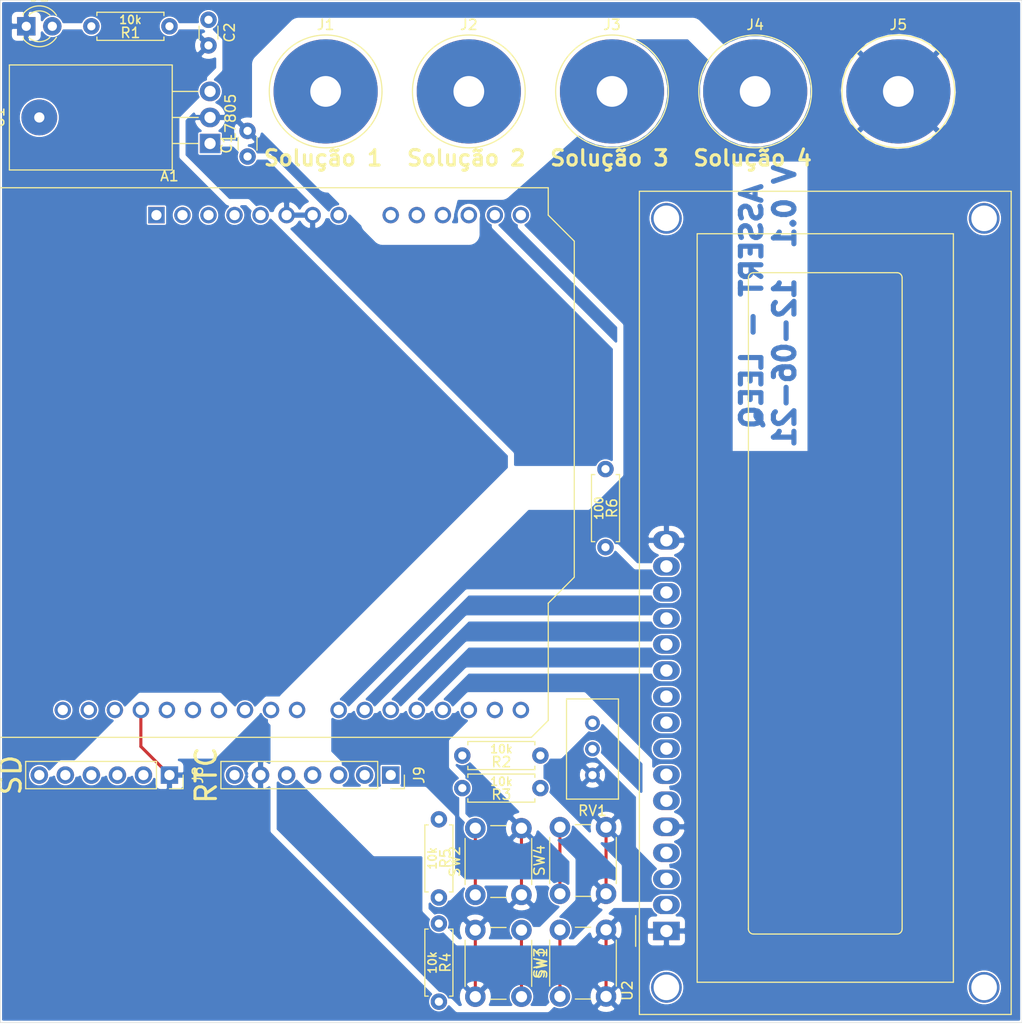
<source format=kicad_pcb>
(kicad_pcb (version 20171130) (host pcbnew "(5.1.9)-1")

  (general
    (thickness 1.6)
    (drawings 5)
    (tracks 10)
    (zones 0)
    (modules 24)
    (nets 41)
  )

  (page A4)
  (layers
    (0 F.Cu power hide)
    (31 B.Cu signal)
    (32 B.Adhes user hide)
    (33 F.Adhes user hide)
    (34 B.Paste user hide)
    (35 F.Paste user hide)
    (36 B.SilkS user hide)
    (37 F.SilkS user hide)
    (38 B.Mask user hide)
    (39 F.Mask user hide)
    (40 Dwgs.User user hide)
    (41 Cmts.User user hide)
    (42 Eco1.User user hide)
    (43 Eco2.User user hide)
    (44 Edge.Cuts user)
    (45 Margin user)
    (46 B.CrtYd user)
    (47 F.CrtYd user)
    (48 B.Fab user hide)
    (49 F.Fab user)
  )

  (setup
    (last_trace_width 0.3)
    (user_trace_width 0.3)
    (user_trace_width 0.5)
    (user_trace_width 0.8)
    (user_trace_width 1)
    (user_trace_width 1.5)
    (user_trace_width 2)
    (user_trace_width 2.5)
    (user_trace_width 3)
    (trace_clearance 0.1)
    (zone_clearance 0.15)
    (zone_45_only no)
    (trace_min 0.2)
    (via_size 0.8)
    (via_drill 0.4)
    (via_min_size 0.4)
    (via_min_drill 0.3)
    (uvia_size 0.5)
    (uvia_drill 0.3)
    (uvias_allowed no)
    (uvia_min_size 0.2)
    (uvia_min_drill 0.1)
    (edge_width 0.05)
    (segment_width 0.2)
    (pcb_text_width 0.3)
    (pcb_text_size 1.5 1.5)
    (mod_edge_width 0.12)
    (mod_text_size 1 1)
    (mod_text_width 0.15)
    (pad_size 10.16 10.16)
    (pad_drill 3)
    (pad_to_mask_clearance 0)
    (aux_axis_origin 0 0)
    (grid_origin 58.42 156.21)
    (visible_elements 7FFFFFFF)
    (pcbplotparams
      (layerselection 0x01000_fffffffe)
      (usegerberextensions false)
      (usegerberattributes true)
      (usegerberadvancedattributes true)
      (creategerberjobfile true)
      (excludeedgelayer true)
      (linewidth 0.100000)
      (plotframeref false)
      (viasonmask false)
      (mode 1)
      (useauxorigin false)
      (hpglpennumber 1)
      (hpglpenspeed 20)
      (hpglpendiameter 15.000000)
      (psnegative false)
      (psa4output false)
      (plotreference true)
      (plotvalue true)
      (plotinvisibletext false)
      (padsonsilk false)
      (subtractmaskfromsilk false)
      (outputformat 1)
      (mirror false)
      (drillshape 0)
      (scaleselection 1)
      (outputdirectory "gerber/"))
  )

  (net 0 "")
  (net 1 /menos)
  (net 2 /mais)
  (net 3 "Net-(A1-Pad30)")
  (net 4 /scl)
  (net 5 GNDREF)
  (net 6 /sda)
  (net 7 /sck)
  (net 8 /s4)
  (net 9 /miso)
  (net 10 /s3)
  (net 11 /mosi)
  (net 12 /s2)
  (net 13 /cs)
  (net 14 /s1)
  (net 15 /selecionar)
  (net 16 /vin)
  (net 17 /cancelar)
  (net 18 /db7)
  (net 19 /db6)
  (net 20 /db5)
  (net 21 "Net-(A1-Pad4)")
  (net 22 /db4)
  (net 23 "Net-(A1-Pad3)")
  (net 24 /rs)
  (net 25 "Net-(A1-Pad2)")
  (net 26 /e)
  (net 27 "Net-(A1-Pad1)")
  (net 28 "Net-(A1-Pad31)")
  (net 29 "Net-(A1-Pad32)")
  (net 30 /5v)
  (net 31 "Net-(D1-Pad2)")
  (net 32 /bat)
  (net 33 /ds)
  (net 34 /sq)
  (net 35 "Net-(R6-Pad2)")
  (net 36 "Net-(RV1-Pad2)")
  (net 37 "Net-(U2-Pad7)")
  (net 38 "Net-(U2-Pad8)")
  (net 39 "Net-(U2-Pad9)")
  (net 40 "Net-(U2-Pad10)")

  (net_class Default "This is the default net class."
    (clearance 0.1)
    (trace_width 0.3)
    (via_dia 0.8)
    (via_drill 0.4)
    (uvia_dia 0.5)
    (uvia_drill 0.3)
    (add_net /bat)
    (add_net /cancelar)
    (add_net /cs)
    (add_net /db4)
    (add_net /db5)
    (add_net /db6)
    (add_net /db7)
    (add_net /ds)
    (add_net /e)
    (add_net /mais)
    (add_net /menos)
    (add_net /miso)
    (add_net /mosi)
    (add_net /rs)
    (add_net /sck)
    (add_net /scl)
    (add_net /sda)
    (add_net /selecionar)
    (add_net /sq)
    (add_net /vin)
    (add_net GNDREF)
    (add_net "Net-(A1-Pad1)")
    (add_net "Net-(A1-Pad2)")
    (add_net "Net-(A1-Pad3)")
    (add_net "Net-(A1-Pad30)")
    (add_net "Net-(A1-Pad31)")
    (add_net "Net-(A1-Pad32)")
    (add_net "Net-(A1-Pad4)")
    (add_net "Net-(D1-Pad2)")
    (add_net "Net-(R6-Pad2)")
    (add_net "Net-(RV1-Pad2)")
    (add_net "Net-(U2-Pad10)")
    (add_net "Net-(U2-Pad7)")
    (add_net "Net-(U2-Pad8)")
    (add_net "Net-(U2-Pad9)")
  )

  (net_class opcao1 ""
    (clearance 0.15)
    (trace_width 0.5)
    (via_dia 0.8)
    (via_drill 0.4)
    (uvia_dia 0.5)
    (uvia_drill 0.3)
    (add_net /5v)
  )

  (net_class opcao2 ""
    (clearance 0.2)
    (trace_width 0.8)
    (via_dia 0.8)
    (via_drill 0.4)
    (uvia_dia 0.5)
    (uvia_drill 0.3)
  )

  (net_class opcao3 ""
    (clearance 0.3)
    (trace_width 1)
    (via_dia 0.8)
    (via_drill 0.4)
    (uvia_dia 0.5)
    (uvia_drill 0.3)
  )

  (net_class opcao4 ""
    (clearance 0.3)
    (trace_width 1.5)
    (via_dia 0.8)
    (via_drill 0.4)
    (uvia_dia 0.5)
    (uvia_drill 0.3)
    (add_net /s1)
    (add_net /s2)
    (add_net /s3)
    (add_net /s4)
  )

  (module Module:Arduino_UNO_R3 (layer F.Cu) (tedit 58AB60FC) (tstamp 60C2C329)
    (at 73.66 51.435)
    (descr "Arduino UNO R3, http://www.mouser.com/pdfdocs/Gravitech_Arduino_Nano3_0.pdf")
    (tags "Arduino UNO R3")
    (path /60C9BEE1)
    (fp_text reference A1 (at 1.27 -3.81 180) (layer F.SilkS)
      (effects (font (size 1 1) (thickness 0.15)))
    )
    (fp_text value Arduino_UNO_R3 (at 0 22.86) (layer F.Fab)
      (effects (font (size 1 1) (thickness 0.15)))
    )
    (fp_line (start -27.94 -2.54) (end 38.1 -2.54) (layer F.Fab) (width 0.1))
    (fp_line (start -27.94 50.8) (end -27.94 -2.54) (layer F.Fab) (width 0.1))
    (fp_line (start 36.58 50.8) (end -27.94 50.8) (layer F.Fab) (width 0.1))
    (fp_line (start 38.1 49.28) (end 36.58 50.8) (layer F.Fab) (width 0.1))
    (fp_line (start 38.1 0) (end 40.64 2.54) (layer F.Fab) (width 0.1))
    (fp_line (start 38.1 -2.54) (end 38.1 0) (layer F.Fab) (width 0.1))
    (fp_line (start 40.64 35.31) (end 38.1 37.85) (layer F.Fab) (width 0.1))
    (fp_line (start 40.64 2.54) (end 40.64 35.31) (layer F.Fab) (width 0.1))
    (fp_line (start 38.1 37.85) (end 38.1 49.28) (layer F.Fab) (width 0.1))
    (fp_line (start -29.84 9.53) (end -29.84 0.64) (layer F.Fab) (width 0.1))
    (fp_line (start -16.51 9.53) (end -29.84 9.53) (layer F.Fab) (width 0.1))
    (fp_line (start -16.51 0.64) (end -16.51 9.53) (layer F.Fab) (width 0.1))
    (fp_line (start -29.84 0.64) (end -16.51 0.64) (layer F.Fab) (width 0.1))
    (fp_line (start -34.29 41.27) (end -34.29 29.84) (layer F.Fab) (width 0.1))
    (fp_line (start -18.41 41.27) (end -34.29 41.27) (layer F.Fab) (width 0.1))
    (fp_line (start -18.41 29.84) (end -18.41 41.27) (layer F.Fab) (width 0.1))
    (fp_line (start -34.29 29.84) (end -18.41 29.84) (layer F.Fab) (width 0.1))
    (fp_line (start 38.23 37.85) (end 40.77 35.31) (layer F.SilkS) (width 0.12))
    (fp_line (start 38.23 49.28) (end 38.23 37.85) (layer F.SilkS) (width 0.12))
    (fp_line (start 36.58 50.93) (end 38.23 49.28) (layer F.SilkS) (width 0.12))
    (fp_line (start -28.07 50.93) (end 36.58 50.93) (layer F.SilkS) (width 0.12))
    (fp_line (start -28.07 41.4) (end -28.07 50.93) (layer F.SilkS) (width 0.12))
    (fp_line (start -34.42 41.4) (end -28.07 41.4) (layer F.SilkS) (width 0.12))
    (fp_line (start -34.42 29.72) (end -34.42 41.4) (layer F.SilkS) (width 0.12))
    (fp_line (start -28.07 29.72) (end -34.42 29.72) (layer F.SilkS) (width 0.12))
    (fp_line (start -28.07 9.65) (end -28.07 29.72) (layer F.SilkS) (width 0.12))
    (fp_line (start -29.97 9.65) (end -28.07 9.65) (layer F.SilkS) (width 0.12))
    (fp_line (start -29.97 0.51) (end -29.97 9.65) (layer F.SilkS) (width 0.12))
    (fp_line (start -28.07 0.51) (end -29.97 0.51) (layer F.SilkS) (width 0.12))
    (fp_line (start -28.07 -2.67) (end -28.07 0.51) (layer F.SilkS) (width 0.12))
    (fp_line (start 38.23 -2.67) (end -28.07 -2.67) (layer F.SilkS) (width 0.12))
    (fp_line (start 38.23 0) (end 38.23 -2.67) (layer F.SilkS) (width 0.12))
    (fp_line (start 40.77 2.54) (end 38.23 0) (layer F.SilkS) (width 0.12))
    (fp_line (start 40.77 35.31) (end 40.77 2.54) (layer F.SilkS) (width 0.12))
    (fp_line (start -28.19 -2.79) (end 38.35 -2.79) (layer F.CrtYd) (width 0.05))
    (fp_line (start -28.19 0.38) (end -28.19 -2.79) (layer F.CrtYd) (width 0.05))
    (fp_line (start -30.1 0.38) (end -28.19 0.38) (layer F.CrtYd) (width 0.05))
    (fp_line (start -30.1 9.78) (end -30.1 0.38) (layer F.CrtYd) (width 0.05))
    (fp_line (start -28.19 9.78) (end -30.1 9.78) (layer F.CrtYd) (width 0.05))
    (fp_line (start -28.19 29.59) (end -28.19 9.78) (layer F.CrtYd) (width 0.05))
    (fp_line (start -34.54 29.59) (end -28.19 29.59) (layer F.CrtYd) (width 0.05))
    (fp_line (start -34.54 41.53) (end -34.54 29.59) (layer F.CrtYd) (width 0.05))
    (fp_line (start -28.19 41.53) (end -34.54 41.53) (layer F.CrtYd) (width 0.05))
    (fp_line (start -28.19 51.05) (end -28.19 41.53) (layer F.CrtYd) (width 0.05))
    (fp_line (start 36.58 51.05) (end -28.19 51.05) (layer F.CrtYd) (width 0.05))
    (fp_line (start 38.35 49.28) (end 36.58 51.05) (layer F.CrtYd) (width 0.05))
    (fp_line (start 38.35 37.85) (end 38.35 49.28) (layer F.CrtYd) (width 0.05))
    (fp_line (start 40.89 35.31) (end 38.35 37.85) (layer F.CrtYd) (width 0.05))
    (fp_line (start 40.89 2.54) (end 40.89 35.31) (layer F.CrtYd) (width 0.05))
    (fp_line (start 38.35 0) (end 40.89 2.54) (layer F.CrtYd) (width 0.05))
    (fp_line (start 38.35 -2.79) (end 38.35 0) (layer F.CrtYd) (width 0.05))
    (fp_text user %R (at 0 20.32 180) (layer F.Fab)
      (effects (font (size 1 1) (thickness 0.15)))
    )
    (pad 16 thru_hole oval (at 33.02 48.26 90) (size 1.6 1.6) (drill 1) (layers *.Cu *.Mask)
      (net 1 /menos))
    (pad 15 thru_hole oval (at 35.56 48.26 90) (size 1.6 1.6) (drill 1) (layers *.Cu *.Mask)
      (net 2 /mais))
    (pad 30 thru_hole oval (at -4.06 48.26 90) (size 1.6 1.6) (drill 1) (layers *.Cu *.Mask)
      (net 3 "Net-(A1-Pad30)"))
    (pad 14 thru_hole oval (at 35.56 0 90) (size 1.6 1.6) (drill 1) (layers *.Cu *.Mask)
      (net 4 /scl))
    (pad 29 thru_hole oval (at -1.52 48.26 90) (size 1.6 1.6) (drill 1) (layers *.Cu *.Mask)
      (net 5 GNDREF))
    (pad 13 thru_hole oval (at 33.02 0 90) (size 1.6 1.6) (drill 1) (layers *.Cu *.Mask)
      (net 6 /sda))
    (pad 28 thru_hole oval (at 1.02 48.26 90) (size 1.6 1.6) (drill 1) (layers *.Cu *.Mask)
      (net 7 /sck))
    (pad 12 thru_hole oval (at 30.48 0 90) (size 1.6 1.6) (drill 1) (layers *.Cu *.Mask)
      (net 8 /s4))
    (pad 27 thru_hole oval (at 3.56 48.26 90) (size 1.6 1.6) (drill 1) (layers *.Cu *.Mask)
      (net 9 /miso))
    (pad 11 thru_hole oval (at 27.94 0 90) (size 1.6 1.6) (drill 1) (layers *.Cu *.Mask)
      (net 10 /s3))
    (pad 26 thru_hole oval (at 6.1 48.26 90) (size 1.6 1.6) (drill 1) (layers *.Cu *.Mask)
      (net 11 /mosi))
    (pad 10 thru_hole oval (at 25.4 0 90) (size 1.6 1.6) (drill 1) (layers *.Cu *.Mask)
      (net 12 /s2))
    (pad 25 thru_hole oval (at 8.64 48.26 90) (size 1.6 1.6) (drill 1) (layers *.Cu *.Mask)
      (net 13 /cs))
    (pad 9 thru_hole oval (at 22.86 0 90) (size 1.6 1.6) (drill 1) (layers *.Cu *.Mask)
      (net 14 /s1))
    (pad 24 thru_hole oval (at 11.18 48.26 90) (size 1.6 1.6) (drill 1) (layers *.Cu *.Mask)
      (net 15 /selecionar))
    (pad 8 thru_hole oval (at 17.78 0 90) (size 1.6 1.6) (drill 1) (layers *.Cu *.Mask)
      (net 16 /vin))
    (pad 23 thru_hole oval (at 13.72 48.26 90) (size 1.6 1.6) (drill 1) (layers *.Cu *.Mask)
      (net 17 /cancelar))
    (pad 7 thru_hole oval (at 15.24 0 90) (size 1.6 1.6) (drill 1) (layers *.Cu *.Mask)
      (net 5 GNDREF))
    (pad 22 thru_hole oval (at 17.78 48.26 90) (size 1.6 1.6) (drill 1) (layers *.Cu *.Mask)
      (net 18 /db7))
    (pad 6 thru_hole oval (at 12.7 0 90) (size 1.6 1.6) (drill 1) (layers *.Cu *.Mask)
      (net 5 GNDREF))
    (pad 21 thru_hole oval (at 20.32 48.26 90) (size 1.6 1.6) (drill 1) (layers *.Cu *.Mask)
      (net 19 /db6))
    (pad 5 thru_hole oval (at 10.16 0 90) (size 1.6 1.6) (drill 1) (layers *.Cu *.Mask)
      (net 30 /5v))
    (pad 20 thru_hole oval (at 22.86 48.26 90) (size 1.6 1.6) (drill 1) (layers *.Cu *.Mask)
      (net 20 /db5))
    (pad 4 thru_hole oval (at 7.62 0 90) (size 1.6 1.6) (drill 1) (layers *.Cu *.Mask)
      (net 21 "Net-(A1-Pad4)"))
    (pad 19 thru_hole oval (at 25.4 48.26 90) (size 1.6 1.6) (drill 1) (layers *.Cu *.Mask)
      (net 22 /db4))
    (pad 3 thru_hole oval (at 5.08 0 90) (size 1.6 1.6) (drill 1) (layers *.Cu *.Mask)
      (net 23 "Net-(A1-Pad3)"))
    (pad 18 thru_hole oval (at 27.94 48.26 90) (size 1.6 1.6) (drill 1) (layers *.Cu *.Mask)
      (net 26 /e))
    (pad 2 thru_hole oval (at 2.54 0 90) (size 1.6 1.6) (drill 1) (layers *.Cu *.Mask)
      (net 25 "Net-(A1-Pad2)"))
    (pad 17 thru_hole oval (at 30.48 48.26 90) (size 1.6 1.6) (drill 1) (layers *.Cu *.Mask)
      (net 24 /rs))
    (pad 1 thru_hole rect (at 0 0 90) (size 1.6 1.6) (drill 1) (layers *.Cu *.Mask)
      (net 27 "Net-(A1-Pad1)"))
    (pad 31 thru_hole oval (at -6.6 48.26 90) (size 1.6 1.6) (drill 1) (layers *.Cu *.Mask)
      (net 28 "Net-(A1-Pad31)"))
    (pad 32 thru_hole oval (at -9.14 48.26 90) (size 1.6 1.6) (drill 1) (layers *.Cu *.Mask)
      (net 29 "Net-(A1-Pad32)"))
    (model ${KISYS3DMOD}/Module.3dshapes/Arduino_UNO_R3.wrl
      (at (xyz 0 0 0))
      (scale (xyz 1 1 1))
      (rotate (xyz 0 0 0))
    )
  )

  (module Display:WC1602A (layer F.Cu) (tedit 5A02FE80) (tstamp 60C512D8)
    (at 123.42 121.25 90)
    (descr "LCD 16x2 http://www.wincomlcd.com/pdf/WC1602A-SFYLYHTC06.pdf")
    (tags "LCD 16x2 Alphanumeric 16pin")
    (path /60C27152)
    (fp_text reference U2 (at -5.82 -3.81 90) (layer F.SilkS)
      (effects (font (size 1 1) (thickness 0.15)))
    )
    (fp_text value LCD-016N002L (at -4.31 34.66 90) (layer F.Fab)
      (effects (font (size 1 1) (thickness 0.15)))
    )
    (fp_line (start -8.14 33.64) (end 72.14 33.64) (layer F.SilkS) (width 0.12))
    (fp_line (start 72.14 33.64) (end 72.14 -2.64) (layer F.SilkS) (width 0.12))
    (fp_line (start 72.14 -2.64) (end -7.34 -2.64) (layer F.SilkS) (width 0.12))
    (fp_line (start -8.14 -2.64) (end -8.14 33.64) (layer F.SilkS) (width 0.12))
    (fp_line (start -8.13 -2.64) (end -7.34 -2.64) (layer F.SilkS) (width 0.12))
    (fp_line (start -8.25 -2.75) (end -8.25 33.75) (layer F.CrtYd) (width 0.05))
    (fp_line (start -8.25 33.75) (end 72.25 33.75) (layer F.CrtYd) (width 0.05))
    (fp_line (start 72.25 -2.75) (end 72.25 33.75) (layer F.CrtYd) (width 0.05))
    (fp_line (start -1.5 -3) (end 1.5 -3) (layer F.SilkS) (width 0.12))
    (fp_line (start -8.25 -2.75) (end 72.25 -2.75) (layer F.CrtYd) (width 0.05))
    (fp_line (start 1 -2.5) (end 0 -1.5) (layer F.Fab) (width 0.1))
    (fp_line (start 0 -1.5) (end -1 -2.5) (layer F.Fab) (width 0.1))
    (fp_line (start -1 -2.5) (end -8 -2.5) (layer F.Fab) (width 0.1))
    (fp_line (start 0.2 8) (end 63.7 8) (layer F.SilkS) (width 0.12))
    (fp_line (start -0.29972 22.49932) (end -0.29972 8.5) (layer F.SilkS) (width 0.12))
    (fp_line (start 63.70066 23) (end 0.2 23) (layer F.SilkS) (width 0.12))
    (fp_line (start 64.2 8.5) (end 64.2 22.5) (layer F.SilkS) (width 0.12))
    (fp_line (start -5 3) (end 68 3) (layer F.SilkS) (width 0.12))
    (fp_line (start 68 3) (end 68 28) (layer F.SilkS) (width 0.12))
    (fp_line (start 68 28) (end -5 28) (layer F.SilkS) (width 0.12))
    (fp_line (start -5 28) (end -5 3) (layer F.SilkS) (width 0.12))
    (fp_line (start 1 -2.5) (end 72 -2.5) (layer F.Fab) (width 0.1))
    (fp_line (start 72 -2.5) (end 72 33.5) (layer F.Fab) (width 0.1))
    (fp_line (start 72 33.5) (end -8 33.5) (layer F.Fab) (width 0.1))
    (fp_line (start -8 33.5) (end -8 -2.5) (layer F.Fab) (width 0.1))
    (fp_arc (start 0.20066 8.49884) (end -0.29972 8.49884) (angle 90) (layer F.SilkS) (width 0.12))
    (fp_arc (start 0.20066 22.49932) (end 0.20066 22.9997) (angle 90) (layer F.SilkS) (width 0.12))
    (fp_arc (start 63.70066 22.49932) (end 64.20104 22.49932) (angle 90) (layer F.SilkS) (width 0.12))
    (fp_arc (start 63.7 8.5) (end 63.7 8) (angle 90) (layer F.SilkS) (width 0.12))
    (fp_text user %R (at 30.37 14.74 90) (layer F.Fab)
      (effects (font (size 1 1) (thickness 0.1)))
    )
    (pad "" thru_hole circle (at 69.5 0 90) (size 3 3) (drill 2.5) (layers *.Cu *.Mask))
    (pad "" thru_hole circle (at 69.49948 31.0007 90) (size 3 3) (drill 2.5) (layers *.Cu *.Mask))
    (pad "" thru_hole circle (at -5.4991 31.0007 90) (size 3 3) (drill 2.5) (layers *.Cu *.Mask))
    (pad "" thru_hole circle (at -5.4991 0 90) (size 3 3) (drill 2.5) (layers *.Cu *.Mask))
    (pad 16 thru_hole oval (at 38.1 0 90) (size 1.8 2.6) (drill 1.2) (layers *.Cu *.Mask)
      (net 5 GNDREF))
    (pad 15 thru_hole oval (at 35.56 0 90) (size 1.8 2.6) (drill 1.2) (layers *.Cu *.Mask)
      (net 35 "Net-(R6-Pad2)"))
    (pad 14 thru_hole oval (at 33.02 0 90) (size 1.8 2.6) (drill 1.2) (layers *.Cu *.Mask)
      (net 18 /db7))
    (pad 13 thru_hole oval (at 30.48 0 90) (size 1.8 2.6) (drill 1.2) (layers *.Cu *.Mask)
      (net 19 /db6))
    (pad 12 thru_hole oval (at 27.94 0 90) (size 1.8 2.6) (drill 1.2) (layers *.Cu *.Mask)
      (net 20 /db5))
    (pad 11 thru_hole oval (at 25.4 0 90) (size 1.8 2.6) (drill 1.2) (layers *.Cu *.Mask)
      (net 22 /db4))
    (pad 10 thru_hole oval (at 22.86 0 90) (size 1.8 2.6) (drill 1.2) (layers *.Cu *.Mask)
      (net 40 "Net-(U2-Pad10)"))
    (pad 9 thru_hole oval (at 20.32 0 90) (size 1.8 2.6) (drill 1.2) (layers *.Cu *.Mask)
      (net 39 "Net-(U2-Pad9)"))
    (pad 8 thru_hole oval (at 17.78 0 90) (size 1.8 2.6) (drill 1.2) (layers *.Cu *.Mask)
      (net 38 "Net-(U2-Pad8)"))
    (pad 7 thru_hole oval (at 15.24 0 90) (size 1.8 2.6) (drill 1.2) (layers *.Cu *.Mask)
      (net 37 "Net-(U2-Pad7)"))
    (pad 6 thru_hole oval (at 12.7 0 90) (size 1.8 2.6) (drill 1.2) (layers *.Cu *.Mask)
      (net 26 /e))
    (pad 5 thru_hole oval (at 10.16 0 90) (size 1.8 2.6) (drill 1.2) (layers *.Cu *.Mask)
      (net 5 GNDREF))
    (pad 4 thru_hole oval (at 7.62 0 90) (size 1.8 2.6) (drill 1.2) (layers *.Cu *.Mask)
      (net 24 /rs))
    (pad 3 thru_hole oval (at 5.08 0 90) (size 1.8 2.6) (drill 1.2) (layers *.Cu *.Mask)
      (net 36 "Net-(RV1-Pad2)"))
    (pad 2 thru_hole oval (at 2.54 0 90) (size 1.8 2.6) (drill 1.2) (layers *.Cu *.Mask)
      (net 30 /5v))
    (pad 1 thru_hole rect (at 0 0 90) (size 1.8 2.6) (drill 1.2) (layers *.Cu *.Mask)
      (net 5 GNDREF))
    (model ${KISYS3DMOD}/Display.3dshapes/WC1602A.wrl
      (at (xyz 0 0 0))
      (scale (xyz 1 1 1))
      (rotate (xyz 0 0 0))
    )
  )

  (module Connector:Banana_Jack_1Pin (layer F.Cu) (tedit 60C4B460) (tstamp 60C522F8)
    (at 146.05 39.37)
    (descr "Single banana socket, footprint - 6mm drill")
    (tags "banana socket")
    (path /60C6C716)
    (fp_text reference J5 (at 0 -6.5) (layer F.SilkS)
      (effects (font (size 1 1) (thickness 0.15)))
    )
    (fp_text value GND (at -0.25 6.5) (layer F.Fab)
      (effects (font (size 1 1) (thickness 0.15)))
    )
    (fp_circle (center 0 0) (end 5.75 0) (layer F.CrtYd) (width 0.05))
    (fp_circle (center 0 0) (end 2 0) (layer F.Fab) (width 0.1))
    (fp_circle (center 0 0) (end 4.85 0.05) (layer F.Fab) (width 0.1))
    (fp_circle (center 0 0) (end 5.5 0) (layer F.SilkS) (width 0.12))
    (fp_text user %R (at 0 0) (layer F.Fab)
      (effects (font (size 0.8 0.8) (thickness 0.12)))
    )
    (pad 1 thru_hole circle (at 0 0) (size 10.16 10.16) (drill 3) (layers *.Cu *.Mask)
      (net 5 GNDREF))
    (model ${KISYS3DMOD}/Connector.3dshapes/Banana_Jack_1Pin.wrl
      (at (xyz 0 0 0))
      (scale (xyz 2 2 2))
      (rotate (xyz 0 0 0))
    )
  )

  (module Connector:Banana_Jack_1Pin (layer F.Cu) (tedit 60C4B48B) (tstamp 60C2C207)
    (at 132.08 39.37)
    (descr "Single banana socket, footprint - 6mm drill")
    (tags "banana socket")
    (path /60C488D7)
    (fp_text reference J4 (at 0 -6.5) (layer F.SilkS)
      (effects (font (size 1 1) (thickness 0.15)))
    )
    (fp_text value "Solução 4" (at -0.25 6.5) (layer F.SilkS)
      (effects (font (size 1.5 1.5) (thickness 0.3)))
    )
    (fp_circle (center 0 0) (end 5.5 0) (layer F.SilkS) (width 0.12))
    (fp_circle (center 0 0) (end 4.85 0.05) (layer F.Fab) (width 0.1))
    (fp_circle (center 0 0) (end 2 0) (layer F.Fab) (width 0.1))
    (fp_circle (center 0 0) (end 5.75 0) (layer F.CrtYd) (width 0.05))
    (fp_text user %R (at 0 0) (layer F.Fab)
      (effects (font (size 0.8 0.8) (thickness 0.12)))
    )
    (pad 1 thru_hole circle (at 0 0) (size 10.16 10.16) (drill 3) (layers *.Cu *.Mask)
      (net 8 /s4))
    (model ${KISYS3DMOD}/Connector.3dshapes/Banana_Jack_1Pin.wrl
      (at (xyz 0 0 0))
      (scale (xyz 2 2 2))
      (rotate (xyz 0 0 0))
    )
  )

  (module Connector_PinSocket_2.54mm:PinSocket_1x07_P2.54mm_Vertical (layer F.Cu) (tedit 5A19A433) (tstamp 60C37376)
    (at 96.52 106.045 270)
    (descr "Through hole straight socket strip, 1x07, 2.54mm pitch, single row (from Kicad 4.0.7), script generated")
    (tags "Through hole socket strip THT 1x07 2.54mm single row")
    (path /60C13D03)
    (fp_text reference J9 (at 0 -2.77 90) (layer F.SilkS)
      (effects (font (size 1 1) (thickness 0.15)))
    )
    (fp_text value RTC (at 0 18.01 90) (layer F.SilkS)
      (effects (font (size 2 2) (thickness 0.3)))
    )
    (fp_line (start -1.8 17) (end -1.8 -1.8) (layer F.CrtYd) (width 0.05))
    (fp_line (start 1.75 17) (end -1.8 17) (layer F.CrtYd) (width 0.05))
    (fp_line (start 1.75 -1.8) (end 1.75 17) (layer F.CrtYd) (width 0.05))
    (fp_line (start -1.8 -1.8) (end 1.75 -1.8) (layer F.CrtYd) (width 0.05))
    (fp_line (start 0 -1.33) (end 1.33 -1.33) (layer F.SilkS) (width 0.12))
    (fp_line (start 1.33 -1.33) (end 1.33 0) (layer F.SilkS) (width 0.12))
    (fp_line (start 1.33 1.27) (end 1.33 16.57) (layer F.SilkS) (width 0.12))
    (fp_line (start -1.33 16.57) (end 1.33 16.57) (layer F.SilkS) (width 0.12))
    (fp_line (start -1.33 1.27) (end -1.33 16.57) (layer F.SilkS) (width 0.12))
    (fp_line (start -1.33 1.27) (end 1.33 1.27) (layer F.SilkS) (width 0.12))
    (fp_line (start -1.27 16.51) (end -1.27 -1.27) (layer F.Fab) (width 0.1))
    (fp_line (start 1.27 16.51) (end -1.27 16.51) (layer F.Fab) (width 0.1))
    (fp_line (start 1.27 -0.635) (end 1.27 16.51) (layer F.Fab) (width 0.1))
    (fp_line (start 0.635 -1.27) (end 1.27 -0.635) (layer F.Fab) (width 0.1))
    (fp_line (start -1.27 -1.27) (end 0.635 -1.27) (layer F.Fab) (width 0.1))
    (fp_text user %R (at 0 7.62 180) (layer F.Fab)
      (effects (font (size 1 1) (thickness 0.15)))
    )
    (pad 7 thru_hole oval (at 0 15.24 270) (size 1.7 1.7) (drill 1) (layers *.Cu *.Mask)
      (net 32 /bat))
    (pad 6 thru_hole oval (at 0 12.7 270) (size 1.7 1.7) (drill 1) (layers *.Cu *.Mask)
      (net 5 GNDREF))
    (pad 5 thru_hole oval (at 0 10.16 270) (size 1.7 1.7) (drill 1) (layers *.Cu *.Mask)
      (net 30 /5v))
    (pad 4 thru_hole oval (at 0 7.62 270) (size 1.7 1.7) (drill 1) (layers *.Cu *.Mask)
      (net 6 /sda))
    (pad 3 thru_hole oval (at 0 5.08 270) (size 1.7 1.7) (drill 1) (layers *.Cu *.Mask)
      (net 4 /scl))
    (pad 2 thru_hole oval (at 0 2.54 270) (size 1.7 1.7) (drill 1) (layers *.Cu *.Mask)
      (net 33 /ds))
    (pad 1 thru_hole rect (at 0 0 270) (size 1.7 1.7) (drill 1) (layers *.Cu *.Mask)
      (net 34 /sq))
    (model ${KISYS3DMOD}/Connector_PinSocket_2.54mm.3dshapes/PinSocket_1x07_P2.54mm_Vertical.wrl
      (at (xyz 0 0 0))
      (scale (xyz 1 1 1))
      (rotate (xyz 0 0 0))
    )
  )

  (module Package_TO_SOT_THT:TO-220-3_Horizontal_TabDown (layer F.Cu) (tedit 60C38BE4) (tstamp 60C352E9)
    (at 78.89 44.45 90)
    (descr "TO-220-3, Horizontal, RM 2.54mm, see https://www.vishay.com/docs/66542/to-220-1.pdf")
    (tags "TO-220-3 Horizontal RM 2.54mm")
    (path /60C17907)
    (fp_text reference U1 (at 2.54 -20.58 90) (layer F.SilkS)
      (effects (font (size 1 1) (thickness 0.15)))
    )
    (fp_text value L7805 (at 2.54 2 90) (layer F.SilkS)
      (effects (font (size 1 1) (thickness 0.15)))
    )
    (fp_circle (center 2.54 -16.66) (end 4.39 -16.66) (layer F.Fab) (width 0.1))
    (fp_line (start -2.46 -13.06) (end -2.46 -19.46) (layer F.Fab) (width 0.1))
    (fp_line (start -2.46 -19.46) (end 7.54 -19.46) (layer F.Fab) (width 0.1))
    (fp_line (start 7.54 -19.46) (end 7.54 -13.06) (layer F.Fab) (width 0.1))
    (fp_line (start 7.54 -13.06) (end -2.46 -13.06) (layer F.Fab) (width 0.1))
    (fp_line (start -2.46 -3.81) (end -2.46 -13.06) (layer F.Fab) (width 0.1))
    (fp_line (start -2.46 -13.06) (end 7.54 -13.06) (layer F.Fab) (width 0.1))
    (fp_line (start 7.54 -13.06) (end 7.54 -3.81) (layer F.Fab) (width 0.1))
    (fp_line (start 7.54 -3.81) (end -2.46 -3.81) (layer F.Fab) (width 0.1))
    (fp_line (start 0 -3.81) (end 0 0) (layer F.Fab) (width 0.1))
    (fp_line (start 2.54 -3.81) (end 2.54 0) (layer F.Fab) (width 0.1))
    (fp_line (start 5.08 -3.81) (end 5.08 0) (layer F.Fab) (width 0.1))
    (fp_line (start -2.58 -3.69) (end 7.66 -3.69) (layer F.SilkS) (width 0.12))
    (fp_line (start -2.58 -19.58) (end 7.66 -19.58) (layer F.SilkS) (width 0.12))
    (fp_line (start -2.58 -19.58) (end -2.58 -3.69) (layer F.SilkS) (width 0.12))
    (fp_line (start 7.66 -19.58) (end 7.66 -3.69) (layer F.SilkS) (width 0.12))
    (fp_line (start 0 -3.69) (end 0 -1.15) (layer F.SilkS) (width 0.12))
    (fp_line (start 2.54 -3.69) (end 2.54 -1.15) (layer F.SilkS) (width 0.12))
    (fp_line (start 5.08 -3.69) (end 5.08 -1.15) (layer F.SilkS) (width 0.12))
    (fp_line (start -2.71 -19.71) (end -2.71 1.25) (layer F.CrtYd) (width 0.05))
    (fp_line (start -2.71 1.25) (end 7.79 1.25) (layer F.CrtYd) (width 0.05))
    (fp_line (start 7.79 1.25) (end 7.79 -19.71) (layer F.CrtYd) (width 0.05))
    (fp_line (start 7.79 -19.71) (end -2.71 -19.71) (layer F.CrtYd) (width 0.05))
    (fp_text user %R (at 2.54 -20.58 90) (layer F.Fab)
      (effects (font (size 1 1) (thickness 0.15)))
    )
    (pad 3 thru_hole oval (at 5.08 0 90) (size 1.905 2) (drill 1.1) (layers *.Cu *.Mask)
      (net 30 /5v))
    (pad 2 thru_hole oval (at 2.54 0 90) (size 1.905 2) (drill 1.1) (layers *.Cu *.Mask)
      (net 5 GNDREF))
    (pad 1 thru_hole rect (at 0 0 90) (size 1.905 2) (drill 1.1) (layers *.Cu *.Mask)
      (net 16 /vin))
    (pad "" np_thru_hole oval (at 2.54 -16.66 90) (size 3.5 3.5) (drill 1) (layers *.Cu *.Mask))
    (model ${KISYS3DMOD}/Package_TO_SOT_THT.3dshapes/TO-220-3_Horizontal_TabDown.wrl
      (at (xyz 0 0 0))
      (scale (xyz 1 1 1))
      (rotate (xyz 0 0 0))
    )
  )

  (module Button_Switch_THT:SW_PUSH_6mm (layer F.Cu) (tedit 5A02FE31) (tstamp 60C34B50)
    (at 113.03 117.625 90)
    (descr https://www.omron.com/ecb/products/pdf/en-b3f.pdf)
    (tags "tact sw push 6mm")
    (path /60C4B4E4)
    (fp_text reference SW4 (at 3.25 -2 90) (layer F.SilkS)
      (effects (font (size 1 1) (thickness 0.15)))
    )
    (fp_text value cancelar (at 3.75 6.7 90) (layer F.Fab)
      (effects (font (size 1 1) (thickness 0.15)))
    )
    (fp_circle (center 3.25 2.25) (end 1.25 2.5) (layer F.Fab) (width 0.1))
    (fp_line (start 6.75 3) (end 6.75 1.5) (layer F.SilkS) (width 0.12))
    (fp_line (start 5.5 -1) (end 1 -1) (layer F.SilkS) (width 0.12))
    (fp_line (start -0.25 1.5) (end -0.25 3) (layer F.SilkS) (width 0.12))
    (fp_line (start 1 5.5) (end 5.5 5.5) (layer F.SilkS) (width 0.12))
    (fp_line (start 8 -1.25) (end 8 5.75) (layer F.CrtYd) (width 0.05))
    (fp_line (start 7.75 6) (end -1.25 6) (layer F.CrtYd) (width 0.05))
    (fp_line (start -1.5 5.75) (end -1.5 -1.25) (layer F.CrtYd) (width 0.05))
    (fp_line (start -1.25 -1.5) (end 7.75 -1.5) (layer F.CrtYd) (width 0.05))
    (fp_line (start -1.5 6) (end -1.25 6) (layer F.CrtYd) (width 0.05))
    (fp_line (start -1.5 5.75) (end -1.5 6) (layer F.CrtYd) (width 0.05))
    (fp_line (start -1.5 -1.5) (end -1.25 -1.5) (layer F.CrtYd) (width 0.05))
    (fp_line (start -1.5 -1.25) (end -1.5 -1.5) (layer F.CrtYd) (width 0.05))
    (fp_line (start 8 -1.5) (end 8 -1.25) (layer F.CrtYd) (width 0.05))
    (fp_line (start 7.75 -1.5) (end 8 -1.5) (layer F.CrtYd) (width 0.05))
    (fp_line (start 8 6) (end 8 5.75) (layer F.CrtYd) (width 0.05))
    (fp_line (start 7.75 6) (end 8 6) (layer F.CrtYd) (width 0.05))
    (fp_line (start 0.25 -0.75) (end 3.25 -0.75) (layer F.Fab) (width 0.1))
    (fp_line (start 0.25 5.25) (end 0.25 -0.75) (layer F.Fab) (width 0.1))
    (fp_line (start 6.25 5.25) (end 0.25 5.25) (layer F.Fab) (width 0.1))
    (fp_line (start 6.25 -0.75) (end 6.25 5.25) (layer F.Fab) (width 0.1))
    (fp_line (start 3.25 -0.75) (end 6.25 -0.75) (layer F.Fab) (width 0.1))
    (fp_text user %R (at 3.25 2.25 90) (layer F.Fab)
      (effects (font (size 1 1) (thickness 0.15)))
    )
    (pad 1 thru_hole circle (at 6.5 0 180) (size 2 2) (drill 1.1) (layers *.Cu *.Mask)
      (net 17 /cancelar))
    (pad 2 thru_hole circle (at 6.5 4.5 180) (size 2 2) (drill 1.1) (layers *.Cu *.Mask)
      (net 5 GNDREF))
    (pad 1 thru_hole circle (at 0 0 180) (size 2 2) (drill 1.1) (layers *.Cu *.Mask)
      (net 17 /cancelar))
    (pad 2 thru_hole circle (at 0 4.5 180) (size 2 2) (drill 1.1) (layers *.Cu *.Mask)
      (net 5 GNDREF))
    (model ${KISYS3DMOD}/Button_Switch_THT.3dshapes/SW_PUSH_6mm.wrl
      (at (xyz 0 0 0))
      (scale (xyz 1 1 1))
      (rotate (xyz 0 0 0))
    )
  )

  (module Button_Switch_THT:SW_PUSH_6mm (layer F.Cu) (tedit 5A02FE31) (tstamp 60C36C45)
    (at 113.03 127.635 90)
    (descr https://www.omron.com/ecb/products/pdf/en-b3f.pdf)
    (tags "tact sw push 6mm")
    (path /60C4B08D)
    (fp_text reference SW3 (at 3.25 -2 90) (layer F.SilkS)
      (effects (font (size 1 1) (thickness 0.15)))
    )
    (fp_text value selecionar (at 3.75 6.7 90) (layer F.Fab)
      (effects (font (size 1 1) (thickness 0.15)))
    )
    (fp_circle (center 3.25 2.25) (end 1.25 2.5) (layer F.Fab) (width 0.1))
    (fp_line (start 6.75 3) (end 6.75 1.5) (layer F.SilkS) (width 0.12))
    (fp_line (start 5.5 -1) (end 1 -1) (layer F.SilkS) (width 0.12))
    (fp_line (start -0.25 1.5) (end -0.25 3) (layer F.SilkS) (width 0.12))
    (fp_line (start 1 5.5) (end 5.5 5.5) (layer F.SilkS) (width 0.12))
    (fp_line (start 8 -1.25) (end 8 5.75) (layer F.CrtYd) (width 0.05))
    (fp_line (start 7.75 6) (end -1.25 6) (layer F.CrtYd) (width 0.05))
    (fp_line (start -1.5 5.75) (end -1.5 -1.25) (layer F.CrtYd) (width 0.05))
    (fp_line (start -1.25 -1.5) (end 7.75 -1.5) (layer F.CrtYd) (width 0.05))
    (fp_line (start -1.5 6) (end -1.25 6) (layer F.CrtYd) (width 0.05))
    (fp_line (start -1.5 5.75) (end -1.5 6) (layer F.CrtYd) (width 0.05))
    (fp_line (start -1.5 -1.5) (end -1.25 -1.5) (layer F.CrtYd) (width 0.05))
    (fp_line (start -1.5 -1.25) (end -1.5 -1.5) (layer F.CrtYd) (width 0.05))
    (fp_line (start 8 -1.5) (end 8 -1.25) (layer F.CrtYd) (width 0.05))
    (fp_line (start 7.75 -1.5) (end 8 -1.5) (layer F.CrtYd) (width 0.05))
    (fp_line (start 8 6) (end 8 5.75) (layer F.CrtYd) (width 0.05))
    (fp_line (start 7.75 6) (end 8 6) (layer F.CrtYd) (width 0.05))
    (fp_line (start 0.25 -0.75) (end 3.25 -0.75) (layer F.Fab) (width 0.1))
    (fp_line (start 0.25 5.25) (end 0.25 -0.75) (layer F.Fab) (width 0.1))
    (fp_line (start 6.25 5.25) (end 0.25 5.25) (layer F.Fab) (width 0.1))
    (fp_line (start 6.25 -0.75) (end 6.25 5.25) (layer F.Fab) (width 0.1))
    (fp_line (start 3.25 -0.75) (end 6.25 -0.75) (layer F.Fab) (width 0.1))
    (fp_text user %R (at 3.25 2.25 90) (layer F.Fab)
      (effects (font (size 1 1) (thickness 0.15)))
    )
    (pad 1 thru_hole circle (at 6.5 0 180) (size 2 2) (drill 1.1) (layers *.Cu *.Mask)
      (net 15 /selecionar))
    (pad 2 thru_hole circle (at 6.5 4.5 180) (size 2 2) (drill 1.1) (layers *.Cu *.Mask)
      (net 5 GNDREF))
    (pad 1 thru_hole circle (at 0 0 180) (size 2 2) (drill 1.1) (layers *.Cu *.Mask)
      (net 15 /selecionar))
    (pad 2 thru_hole circle (at 0 4.5 180) (size 2 2) (drill 1.1) (layers *.Cu *.Mask)
      (net 5 GNDREF))
    (model ${KISYS3DMOD}/Button_Switch_THT.3dshapes/SW_PUSH_6mm.wrl
      (at (xyz 0 0 0))
      (scale (xyz 1 1 1))
      (rotate (xyz 0 0 0))
    )
  )

  (module Button_Switch_THT:SW_PUSH_6mm (layer F.Cu) (tedit 5A02FE31) (tstamp 60C36AF2)
    (at 104.775 117.729 90)
    (descr https://www.omron.com/ecb/products/pdf/en-b3f.pdf)
    (tags "tact sw push 6mm")
    (path /60C4AC5C)
    (fp_text reference SW2 (at 3.25 -2 90) (layer F.SilkS)
      (effects (font (size 1 1) (thickness 0.15)))
    )
    (fp_text value menos (at 3.75 6.7 90) (layer F.Fab)
      (effects (font (size 1 1) (thickness 0.15)))
    )
    (fp_circle (center 3.25 2.25) (end 1.25 2.5) (layer F.Fab) (width 0.1))
    (fp_line (start 6.75 3) (end 6.75 1.5) (layer F.SilkS) (width 0.12))
    (fp_line (start 5.5 -1) (end 1 -1) (layer F.SilkS) (width 0.12))
    (fp_line (start -0.25 1.5) (end -0.25 3) (layer F.SilkS) (width 0.12))
    (fp_line (start 1 5.5) (end 5.5 5.5) (layer F.SilkS) (width 0.12))
    (fp_line (start 8 -1.25) (end 8 5.75) (layer F.CrtYd) (width 0.05))
    (fp_line (start 7.75 6) (end -1.25 6) (layer F.CrtYd) (width 0.05))
    (fp_line (start -1.5 5.75) (end -1.5 -1.25) (layer F.CrtYd) (width 0.05))
    (fp_line (start -1.25 -1.5) (end 7.75 -1.5) (layer F.CrtYd) (width 0.05))
    (fp_line (start -1.5 6) (end -1.25 6) (layer F.CrtYd) (width 0.05))
    (fp_line (start -1.5 5.75) (end -1.5 6) (layer F.CrtYd) (width 0.05))
    (fp_line (start -1.5 -1.5) (end -1.25 -1.5) (layer F.CrtYd) (width 0.05))
    (fp_line (start -1.5 -1.25) (end -1.5 -1.5) (layer F.CrtYd) (width 0.05))
    (fp_line (start 8 -1.5) (end 8 -1.25) (layer F.CrtYd) (width 0.05))
    (fp_line (start 7.75 -1.5) (end 8 -1.5) (layer F.CrtYd) (width 0.05))
    (fp_line (start 8 6) (end 8 5.75) (layer F.CrtYd) (width 0.05))
    (fp_line (start 7.75 6) (end 8 6) (layer F.CrtYd) (width 0.05))
    (fp_line (start 0.25 -0.75) (end 3.25 -0.75) (layer F.Fab) (width 0.1))
    (fp_line (start 0.25 5.25) (end 0.25 -0.75) (layer F.Fab) (width 0.1))
    (fp_line (start 6.25 5.25) (end 0.25 5.25) (layer F.Fab) (width 0.1))
    (fp_line (start 6.25 -0.75) (end 6.25 5.25) (layer F.Fab) (width 0.1))
    (fp_line (start 3.25 -0.75) (end 6.25 -0.75) (layer F.Fab) (width 0.1))
    (fp_text user %R (at 3.25 2.25 90) (layer F.Fab)
      (effects (font (size 1 1) (thickness 0.15)))
    )
    (pad 1 thru_hole circle (at 6.5 0 180) (size 2 2) (drill 1.1) (layers *.Cu *.Mask)
      (net 1 /menos))
    (pad 2 thru_hole circle (at 6.5 4.5 180) (size 2 2) (drill 1.1) (layers *.Cu *.Mask)
      (net 5 GNDREF))
    (pad 1 thru_hole circle (at 0 0 180) (size 2 2) (drill 1.1) (layers *.Cu *.Mask)
      (net 1 /menos))
    (pad 2 thru_hole circle (at 0 4.5 180) (size 2 2) (drill 1.1) (layers *.Cu *.Mask)
      (net 5 GNDREF))
    (model ${KISYS3DMOD}/Button_Switch_THT.3dshapes/SW_PUSH_6mm.wrl
      (at (xyz 0 0 0))
      (scale (xyz 1 1 1))
      (rotate (xyz 0 0 0))
    )
  )

  (module Button_Switch_THT:SW_PUSH_6mm (layer F.Cu) (tedit 5A02FE31) (tstamp 60C2FFF6)
    (at 109.275 121.158 270)
    (descr https://www.omron.com/ecb/products/pdf/en-b3f.pdf)
    (tags "tact sw push 6mm")
    (path /60C14E2B)
    (fp_text reference SW1 (at 3.25 -2 90) (layer F.SilkS)
      (effects (font (size 1 1) (thickness 0.15)))
    )
    (fp_text value mais (at 3.75 6.7 90) (layer F.Fab)
      (effects (font (size 1 1) (thickness 0.15)))
    )
    (fp_circle (center 3.25 2.25) (end 1.25 2.5) (layer F.Fab) (width 0.1))
    (fp_line (start 6.75 3) (end 6.75 1.5) (layer F.SilkS) (width 0.12))
    (fp_line (start 5.5 -1) (end 1 -1) (layer F.SilkS) (width 0.12))
    (fp_line (start -0.25 1.5) (end -0.25 3) (layer F.SilkS) (width 0.12))
    (fp_line (start 1 5.5) (end 5.5 5.5) (layer F.SilkS) (width 0.12))
    (fp_line (start 8 -1.25) (end 8 5.75) (layer F.CrtYd) (width 0.05))
    (fp_line (start 7.75 6) (end -1.25 6) (layer F.CrtYd) (width 0.05))
    (fp_line (start -1.5 5.75) (end -1.5 -1.25) (layer F.CrtYd) (width 0.05))
    (fp_line (start -1.25 -1.5) (end 7.75 -1.5) (layer F.CrtYd) (width 0.05))
    (fp_line (start -1.5 6) (end -1.25 6) (layer F.CrtYd) (width 0.05))
    (fp_line (start -1.5 5.75) (end -1.5 6) (layer F.CrtYd) (width 0.05))
    (fp_line (start -1.5 -1.5) (end -1.25 -1.5) (layer F.CrtYd) (width 0.05))
    (fp_line (start -1.5 -1.25) (end -1.5 -1.5) (layer F.CrtYd) (width 0.05))
    (fp_line (start 8 -1.5) (end 8 -1.25) (layer F.CrtYd) (width 0.05))
    (fp_line (start 7.75 -1.5) (end 8 -1.5) (layer F.CrtYd) (width 0.05))
    (fp_line (start 8 6) (end 8 5.75) (layer F.CrtYd) (width 0.05))
    (fp_line (start 7.75 6) (end 8 6) (layer F.CrtYd) (width 0.05))
    (fp_line (start 0.25 -0.75) (end 3.25 -0.75) (layer F.Fab) (width 0.1))
    (fp_line (start 0.25 5.25) (end 0.25 -0.75) (layer F.Fab) (width 0.1))
    (fp_line (start 6.25 5.25) (end 0.25 5.25) (layer F.Fab) (width 0.1))
    (fp_line (start 6.25 -0.75) (end 6.25 5.25) (layer F.Fab) (width 0.1))
    (fp_line (start 3.25 -0.75) (end 6.25 -0.75) (layer F.Fab) (width 0.1))
    (fp_text user %R (at 3.25 2.25 90) (layer F.Fab)
      (effects (font (size 1 1) (thickness 0.15)))
    )
    (pad 1 thru_hole circle (at 6.5 0) (size 2 2) (drill 1.1) (layers *.Cu *.Mask)
      (net 2 /mais))
    (pad 2 thru_hole circle (at 6.5 4.5) (size 2 2) (drill 1.1) (layers *.Cu *.Mask)
      (net 5 GNDREF))
    (pad 1 thru_hole circle (at 0 0) (size 2 2) (drill 1.1) (layers *.Cu *.Mask)
      (net 2 /mais))
    (pad 2 thru_hole circle (at 0 4.5) (size 2 2) (drill 1.1) (layers *.Cu *.Mask)
      (net 5 GNDREF))
    (model ${KISYS3DMOD}/Button_Switch_THT.3dshapes/SW_PUSH_6mm.wrl
      (at (xyz 0 0 0))
      (scale (xyz 1 1 1))
      (rotate (xyz 0 0 0))
    )
  )

  (module Potentiometer_THT:Potentiometer_Bourns_3386C_Horizontal (layer F.Cu) (tedit 5AA07388) (tstamp 60C3697A)
    (at 116.205 106.045 180)
    (descr "Potentiometer, horizontal, Bourns 3386C, https://www.bourns.com/pdfs/3386.pdf")
    (tags "Potentiometer horizontal Bourns 3386C")
    (path /60C29021)
    (fp_text reference RV1 (at 0 -3.475) (layer F.SilkS)
      (effects (font (size 1 1) (thickness 0.15)))
    )
    (fp_text value 10k (at 0 8.555) (layer F.Fab)
      (effects (font (size 1 1) (thickness 0.15)))
    )
    (fp_line (start 2.67 -2.48) (end -2.67 -2.48) (layer F.CrtYd) (width 0.05))
    (fp_line (start 2.67 7.56) (end 2.67 -2.48) (layer F.CrtYd) (width 0.05))
    (fp_line (start -2.67 7.56) (end 2.67 7.56) (layer F.CrtYd) (width 0.05))
    (fp_line (start -2.67 -2.48) (end -2.67 7.56) (layer F.CrtYd) (width 0.05))
    (fp_line (start -2.535 -2.345) (end -2.535 7.425) (layer F.SilkS) (width 0.12))
    (fp_line (start 2.535 -2.345) (end 2.535 7.425) (layer F.SilkS) (width 0.12))
    (fp_line (start -2.535 7.425) (end 2.535 7.425) (layer F.SilkS) (width 0.12))
    (fp_line (start -2.535 -2.345) (end 2.535 -2.345) (layer F.SilkS) (width 0.12))
    (fp_line (start -2.415 -2.225) (end 2.415 -2.225) (layer F.Fab) (width 0.1))
    (fp_line (start -2.415 7.305) (end -2.415 -2.225) (layer F.Fab) (width 0.1))
    (fp_line (start 2.415 7.305) (end -2.415 7.305) (layer F.Fab) (width 0.1))
    (fp_line (start 2.415 -2.225) (end 2.415 7.305) (layer F.Fab) (width 0.1))
    (fp_text user %R (at 0 2.54) (layer F.Fab)
      (effects (font (size 1 1) (thickness 0.15)))
    )
    (pad 1 thru_hole circle (at 0 0 180) (size 1.44 1.44) (drill 0.8) (layers *.Cu *.Mask)
      (net 5 GNDREF))
    (pad 2 thru_hole circle (at 0 2.54 180) (size 1.44 1.44) (drill 0.8) (layers *.Cu *.Mask)
      (net 36 "Net-(RV1-Pad2)"))
    (pad 3 thru_hole circle (at 0 5.08 180) (size 1.44 1.44) (drill 0.8) (layers *.Cu *.Mask)
      (net 30 /5v))
    (model ${KISYS3DMOD}/Potentiometer_THT.3dshapes/Potentiometer_Bourns_3386C_Horizontal.wrl
      (at (xyz 0 0 0))
      (scale (xyz 1 1 1))
      (rotate (xyz 0 0 0))
    )
    (model ${KISYS3DMOD}/Potentiometer_THT.3dshapes/Potentiometer_Bourns_3296W_Vertical.step
      (at (xyz 0 0 0))
      (scale (xyz 1 1 1))
      (rotate (xyz 0 0 -90))
    )
  )

  (module Resistor_THT:R_Axial_DIN0207_L6.3mm_D2.5mm_P7.62mm_Horizontal (layer F.Cu) (tedit 60BF18CE) (tstamp 60C368EC)
    (at 117.475 76.2 270)
    (descr "Resistor, Axial_DIN0207 series, Axial, Horizontal, pin pitch=7.62mm, 0.25W = 1/4W, length*diameter=6.3*2.5mm^2, http://cdn-reichelt.de/documents/datenblatt/B400/1_4W%23YAG.pdf")
    (tags "Resistor Axial_DIN0207 series Axial Horizontal pin pitch 7.62mm 0.25W = 1/4W length 6.3mm diameter 2.5mm")
    (path /60C2D08D)
    (fp_text reference R6 (at 3.81 -0.635 90) (layer F.SilkS)
      (effects (font (size 1 1) (thickness 0.15)))
    )
    (fp_text value 100 (at 3.81 0.635 90) (layer F.SilkS)
      (effects (font (size 0.8 0.8) (thickness 0.15)))
    )
    (fp_line (start 8.67 -1.5) (end -1.05 -1.5) (layer F.CrtYd) (width 0.05))
    (fp_line (start 8.67 1.5) (end 8.67 -1.5) (layer F.CrtYd) (width 0.05))
    (fp_line (start -1.05 1.5) (end 8.67 1.5) (layer F.CrtYd) (width 0.05))
    (fp_line (start -1.05 -1.5) (end -1.05 1.5) (layer F.CrtYd) (width 0.05))
    (fp_line (start 7.08 1.37) (end 7.08 1.04) (layer F.SilkS) (width 0.12))
    (fp_line (start 0.54 1.37) (end 7.08 1.37) (layer F.SilkS) (width 0.12))
    (fp_line (start 0.54 1.04) (end 0.54 1.37) (layer F.SilkS) (width 0.12))
    (fp_line (start 7.08 -1.37) (end 7.08 -1.04) (layer F.SilkS) (width 0.12))
    (fp_line (start 0.54 -1.37) (end 7.08 -1.37) (layer F.SilkS) (width 0.12))
    (fp_line (start 0.54 -1.04) (end 0.54 -1.37) (layer F.SilkS) (width 0.12))
    (fp_line (start 7.62 0) (end 6.96 0) (layer F.Fab) (width 0.1))
    (fp_line (start 0 0) (end 0.66 0) (layer F.Fab) (width 0.1))
    (fp_line (start 6.96 -1.25) (end 0.66 -1.25) (layer F.Fab) (width 0.1))
    (fp_line (start 6.96 1.25) (end 6.96 -1.25) (layer F.Fab) (width 0.1))
    (fp_line (start 0.66 1.25) (end 6.96 1.25) (layer F.Fab) (width 0.1))
    (fp_line (start 0.66 -1.25) (end 0.66 1.25) (layer F.Fab) (width 0.1))
    (fp_text user %R (at 3.81 0 90) (layer F.Fab)
      (effects (font (size 1 1) (thickness 0.15)))
    )
    (pad 2 thru_hole oval (at 7.62 0 270) (size 1.6 1.6) (drill 0.8) (layers *.Cu *.Mask)
      (net 35 "Net-(R6-Pad2)"))
    (pad 1 thru_hole circle (at 0 0 270) (size 1.6 1.6) (drill 0.8) (layers *.Cu *.Mask)
      (net 30 /5v))
    (model ${KISYS3DMOD}/Resistor_THT.3dshapes/R_Axial_DIN0207_L6.3mm_D2.5mm_P7.62mm_Horizontal.wrl
      (at (xyz 0 0 0))
      (scale (xyz 1 1 1))
      (rotate (xyz 0 0 0))
    )
  )

  (module Resistor_THT:R_Axial_DIN0207_L6.3mm_D2.5mm_P7.62mm_Horizontal (layer F.Cu) (tedit 60BF18CE) (tstamp 60C2B54A)
    (at 101.219 110.363 270)
    (descr "Resistor, Axial_DIN0207 series, Axial, Horizontal, pin pitch=7.62mm, 0.25W = 1/4W, length*diameter=6.3*2.5mm^2, http://cdn-reichelt.de/documents/datenblatt/B400/1_4W%23YAG.pdf")
    (tags "Resistor Axial_DIN0207 series Axial Horizontal pin pitch 7.62mm 0.25W = 1/4W length 6.3mm diameter 2.5mm")
    (path /60C537B2)
    (fp_text reference R5 (at 3.81 -0.635 90) (layer F.SilkS)
      (effects (font (size 1 1) (thickness 0.15)))
    )
    (fp_text value 10k (at 3.81 0.635 90) (layer F.SilkS)
      (effects (font (size 0.8 0.8) (thickness 0.15)))
    )
    (fp_line (start 8.67 -1.5) (end -1.05 -1.5) (layer F.CrtYd) (width 0.05))
    (fp_line (start 8.67 1.5) (end 8.67 -1.5) (layer F.CrtYd) (width 0.05))
    (fp_line (start -1.05 1.5) (end 8.67 1.5) (layer F.CrtYd) (width 0.05))
    (fp_line (start -1.05 -1.5) (end -1.05 1.5) (layer F.CrtYd) (width 0.05))
    (fp_line (start 7.08 1.37) (end 7.08 1.04) (layer F.SilkS) (width 0.12))
    (fp_line (start 0.54 1.37) (end 7.08 1.37) (layer F.SilkS) (width 0.12))
    (fp_line (start 0.54 1.04) (end 0.54 1.37) (layer F.SilkS) (width 0.12))
    (fp_line (start 7.08 -1.37) (end 7.08 -1.04) (layer F.SilkS) (width 0.12))
    (fp_line (start 0.54 -1.37) (end 7.08 -1.37) (layer F.SilkS) (width 0.12))
    (fp_line (start 0.54 -1.04) (end 0.54 -1.37) (layer F.SilkS) (width 0.12))
    (fp_line (start 7.62 0) (end 6.96 0) (layer F.Fab) (width 0.1))
    (fp_line (start 0 0) (end 0.66 0) (layer F.Fab) (width 0.1))
    (fp_line (start 6.96 -1.25) (end 0.66 -1.25) (layer F.Fab) (width 0.1))
    (fp_line (start 6.96 1.25) (end 6.96 -1.25) (layer F.Fab) (width 0.1))
    (fp_line (start 0.66 1.25) (end 6.96 1.25) (layer F.Fab) (width 0.1))
    (fp_line (start 0.66 -1.25) (end 0.66 1.25) (layer F.Fab) (width 0.1))
    (fp_text user %R (at 3.81 0 90) (layer F.Fab)
      (effects (font (size 1 1) (thickness 0.15)))
    )
    (pad 2 thru_hole oval (at 7.62 0 270) (size 1.6 1.6) (drill 0.8) (layers *.Cu *.Mask)
      (net 17 /cancelar))
    (pad 1 thru_hole circle (at 0 0 270) (size 1.6 1.6) (drill 0.8) (layers *.Cu *.Mask)
      (net 30 /5v))
    (model ${KISYS3DMOD}/Resistor_THT.3dshapes/R_Axial_DIN0207_L6.3mm_D2.5mm_P7.62mm_Horizontal.wrl
      (at (xyz 0 0 0))
      (scale (xyz 1 1 1))
      (rotate (xyz 0 0 0))
    )
  )

  (module Resistor_THT:R_Axial_DIN0207_L6.3mm_D2.5mm_P7.62mm_Horizontal (layer F.Cu) (tedit 60BF18CE) (tstamp 60C2EB56)
    (at 101.219 120.523 270)
    (descr "Resistor, Axial_DIN0207 series, Axial, Horizontal, pin pitch=7.62mm, 0.25W = 1/4W, length*diameter=6.3*2.5mm^2, http://cdn-reichelt.de/documents/datenblatt/B400/1_4W%23YAG.pdf")
    (tags "Resistor Axial_DIN0207 series Axial Horizontal pin pitch 7.62mm 0.25W = 1/4W length 6.3mm diameter 2.5mm")
    (path /60C53420)
    (fp_text reference R4 (at 3.81 -0.635 90) (layer F.SilkS)
      (effects (font (size 1 1) (thickness 0.15)))
    )
    (fp_text value 10k (at 3.81 0.635 90) (layer F.SilkS)
      (effects (font (size 0.8 0.8) (thickness 0.15)))
    )
    (fp_line (start 8.67 -1.5) (end -1.05 -1.5) (layer F.CrtYd) (width 0.05))
    (fp_line (start 8.67 1.5) (end 8.67 -1.5) (layer F.CrtYd) (width 0.05))
    (fp_line (start -1.05 1.5) (end 8.67 1.5) (layer F.CrtYd) (width 0.05))
    (fp_line (start -1.05 -1.5) (end -1.05 1.5) (layer F.CrtYd) (width 0.05))
    (fp_line (start 7.08 1.37) (end 7.08 1.04) (layer F.SilkS) (width 0.12))
    (fp_line (start 0.54 1.37) (end 7.08 1.37) (layer F.SilkS) (width 0.12))
    (fp_line (start 0.54 1.04) (end 0.54 1.37) (layer F.SilkS) (width 0.12))
    (fp_line (start 7.08 -1.37) (end 7.08 -1.04) (layer F.SilkS) (width 0.12))
    (fp_line (start 0.54 -1.37) (end 7.08 -1.37) (layer F.SilkS) (width 0.12))
    (fp_line (start 0.54 -1.04) (end 0.54 -1.37) (layer F.SilkS) (width 0.12))
    (fp_line (start 7.62 0) (end 6.96 0) (layer F.Fab) (width 0.1))
    (fp_line (start 0 0) (end 0.66 0) (layer F.Fab) (width 0.1))
    (fp_line (start 6.96 -1.25) (end 0.66 -1.25) (layer F.Fab) (width 0.1))
    (fp_line (start 6.96 1.25) (end 6.96 -1.25) (layer F.Fab) (width 0.1))
    (fp_line (start 0.66 1.25) (end 6.96 1.25) (layer F.Fab) (width 0.1))
    (fp_line (start 0.66 -1.25) (end 0.66 1.25) (layer F.Fab) (width 0.1))
    (fp_text user %R (at 3.81 0 90) (layer F.Fab)
      (effects (font (size 1 1) (thickness 0.15)))
    )
    (pad 2 thru_hole oval (at 7.62 0 270) (size 1.6 1.6) (drill 0.8) (layers *.Cu *.Mask)
      (net 15 /selecionar))
    (pad 1 thru_hole circle (at 0 0 270) (size 1.6 1.6) (drill 0.8) (layers *.Cu *.Mask)
      (net 30 /5v))
    (model ${KISYS3DMOD}/Resistor_THT.3dshapes/R_Axial_DIN0207_L6.3mm_D2.5mm_P7.62mm_Horizontal.wrl
      (at (xyz 0 0 0))
      (scale (xyz 1 1 1))
      (rotate (xyz 0 0 0))
    )
  )

  (module Resistor_THT:R_Axial_DIN0207_L6.3mm_D2.5mm_P7.62mm_Horizontal (layer F.Cu) (tedit 60BF18CE) (tstamp 60C2B58C)
    (at 111.125 107.315 180)
    (descr "Resistor, Axial_DIN0207 series, Axial, Horizontal, pin pitch=7.62mm, 0.25W = 1/4W, length*diameter=6.3*2.5mm^2, http://cdn-reichelt.de/documents/datenblatt/B400/1_4W%23YAG.pdf")
    (tags "Resistor Axial_DIN0207 series Axial Horizontal pin pitch 7.62mm 0.25W = 1/4W length 6.3mm diameter 2.5mm")
    (path /60C53099)
    (fp_text reference R3 (at 3.81 -0.635) (layer F.SilkS)
      (effects (font (size 1 1) (thickness 0.15)))
    )
    (fp_text value 10k (at 3.81 0.635) (layer F.SilkS)
      (effects (font (size 0.8 0.8) (thickness 0.15)))
    )
    (fp_line (start 8.67 -1.5) (end -1.05 -1.5) (layer F.CrtYd) (width 0.05))
    (fp_line (start 8.67 1.5) (end 8.67 -1.5) (layer F.CrtYd) (width 0.05))
    (fp_line (start -1.05 1.5) (end 8.67 1.5) (layer F.CrtYd) (width 0.05))
    (fp_line (start -1.05 -1.5) (end -1.05 1.5) (layer F.CrtYd) (width 0.05))
    (fp_line (start 7.08 1.37) (end 7.08 1.04) (layer F.SilkS) (width 0.12))
    (fp_line (start 0.54 1.37) (end 7.08 1.37) (layer F.SilkS) (width 0.12))
    (fp_line (start 0.54 1.04) (end 0.54 1.37) (layer F.SilkS) (width 0.12))
    (fp_line (start 7.08 -1.37) (end 7.08 -1.04) (layer F.SilkS) (width 0.12))
    (fp_line (start 0.54 -1.37) (end 7.08 -1.37) (layer F.SilkS) (width 0.12))
    (fp_line (start 0.54 -1.04) (end 0.54 -1.37) (layer F.SilkS) (width 0.12))
    (fp_line (start 7.62 0) (end 6.96 0) (layer F.Fab) (width 0.1))
    (fp_line (start 0 0) (end 0.66 0) (layer F.Fab) (width 0.1))
    (fp_line (start 6.96 -1.25) (end 0.66 -1.25) (layer F.Fab) (width 0.1))
    (fp_line (start 6.96 1.25) (end 6.96 -1.25) (layer F.Fab) (width 0.1))
    (fp_line (start 0.66 1.25) (end 6.96 1.25) (layer F.Fab) (width 0.1))
    (fp_line (start 0.66 -1.25) (end 0.66 1.25) (layer F.Fab) (width 0.1))
    (fp_text user %R (at 3.81 0) (layer F.Fab)
      (effects (font (size 1 1) (thickness 0.15)))
    )
    (pad 2 thru_hole oval (at 7.62 0 180) (size 1.6 1.6) (drill 0.8) (layers *.Cu *.Mask)
      (net 1 /menos))
    (pad 1 thru_hole circle (at 0 0 180) (size 1.6 1.6) (drill 0.8) (layers *.Cu *.Mask)
      (net 30 /5v))
    (model ${KISYS3DMOD}/Resistor_THT.3dshapes/R_Axial_DIN0207_L6.3mm_D2.5mm_P7.62mm_Horizontal.wrl
      (at (xyz 0 0 0))
      (scale (xyz 1 1 1))
      (rotate (xyz 0 0 0))
    )
  )

  (module Resistor_THT:R_Axial_DIN0207_L6.3mm_D2.5mm_P7.62mm_Horizontal (layer F.Cu) (tedit 60BF18CE) (tstamp 60C35E4E)
    (at 111.125 104.14 180)
    (descr "Resistor, Axial_DIN0207 series, Axial, Horizontal, pin pitch=7.62mm, 0.25W = 1/4W, length*diameter=6.3*2.5mm^2, http://cdn-reichelt.de/documents/datenblatt/B400/1_4W%23YAG.pdf")
    (tags "Resistor Axial_DIN0207 series Axial Horizontal pin pitch 7.62mm 0.25W = 1/4W length 6.3mm diameter 2.5mm")
    (path /60C52C4D)
    (fp_text reference R2 (at 3.81 -0.635) (layer F.SilkS)
      (effects (font (size 1 1) (thickness 0.15)))
    )
    (fp_text value 10k (at 3.81 0.635) (layer F.SilkS)
      (effects (font (size 0.8 0.8) (thickness 0.15)))
    )
    (fp_line (start 8.67 -1.5) (end -1.05 -1.5) (layer F.CrtYd) (width 0.05))
    (fp_line (start 8.67 1.5) (end 8.67 -1.5) (layer F.CrtYd) (width 0.05))
    (fp_line (start -1.05 1.5) (end 8.67 1.5) (layer F.CrtYd) (width 0.05))
    (fp_line (start -1.05 -1.5) (end -1.05 1.5) (layer F.CrtYd) (width 0.05))
    (fp_line (start 7.08 1.37) (end 7.08 1.04) (layer F.SilkS) (width 0.12))
    (fp_line (start 0.54 1.37) (end 7.08 1.37) (layer F.SilkS) (width 0.12))
    (fp_line (start 0.54 1.04) (end 0.54 1.37) (layer F.SilkS) (width 0.12))
    (fp_line (start 7.08 -1.37) (end 7.08 -1.04) (layer F.SilkS) (width 0.12))
    (fp_line (start 0.54 -1.37) (end 7.08 -1.37) (layer F.SilkS) (width 0.12))
    (fp_line (start 0.54 -1.04) (end 0.54 -1.37) (layer F.SilkS) (width 0.12))
    (fp_line (start 7.62 0) (end 6.96 0) (layer F.Fab) (width 0.1))
    (fp_line (start 0 0) (end 0.66 0) (layer F.Fab) (width 0.1))
    (fp_line (start 6.96 -1.25) (end 0.66 -1.25) (layer F.Fab) (width 0.1))
    (fp_line (start 6.96 1.25) (end 6.96 -1.25) (layer F.Fab) (width 0.1))
    (fp_line (start 0.66 1.25) (end 6.96 1.25) (layer F.Fab) (width 0.1))
    (fp_line (start 0.66 -1.25) (end 0.66 1.25) (layer F.Fab) (width 0.1))
    (fp_text user %R (at 3.81 0) (layer F.Fab)
      (effects (font (size 1 1) (thickness 0.15)))
    )
    (pad 2 thru_hole oval (at 7.62 0 180) (size 1.6 1.6) (drill 0.8) (layers *.Cu *.Mask)
      (net 2 /mais))
    (pad 1 thru_hole circle (at 0 0 180) (size 1.6 1.6) (drill 0.8) (layers *.Cu *.Mask)
      (net 30 /5v))
    (model ${KISYS3DMOD}/Resistor_THT.3dshapes/R_Axial_DIN0207_L6.3mm_D2.5mm_P7.62mm_Horizontal.wrl
      (at (xyz 0 0 0))
      (scale (xyz 1 1 1))
      (rotate (xyz 0 0 0))
    )
  )

  (module Resistor_THT:R_Axial_DIN0207_L6.3mm_D2.5mm_P7.62mm_Horizontal (layer F.Cu) (tedit 60BF18CE) (tstamp 60C6624C)
    (at 74.93 33.02 180)
    (descr "Resistor, Axial_DIN0207 series, Axial, Horizontal, pin pitch=7.62mm, 0.25W = 1/4W, length*diameter=6.3*2.5mm^2, http://cdn-reichelt.de/documents/datenblatt/B400/1_4W%23YAG.pdf")
    (tags "Resistor Axial_DIN0207 series Axial Horizontal pin pitch 7.62mm 0.25W = 1/4W length 6.3mm diameter 2.5mm")
    (path /60C44E0D)
    (fp_text reference R1 (at 3.81 -0.635) (layer F.SilkS)
      (effects (font (size 1 1) (thickness 0.15)))
    )
    (fp_text value 10k (at 3.81 0.635) (layer F.SilkS)
      (effects (font (size 0.8 0.8) (thickness 0.15)))
    )
    (fp_line (start 8.67 -1.5) (end -1.05 -1.5) (layer F.CrtYd) (width 0.05))
    (fp_line (start 8.67 1.5) (end 8.67 -1.5) (layer F.CrtYd) (width 0.05))
    (fp_line (start -1.05 1.5) (end 8.67 1.5) (layer F.CrtYd) (width 0.05))
    (fp_line (start -1.05 -1.5) (end -1.05 1.5) (layer F.CrtYd) (width 0.05))
    (fp_line (start 7.08 1.37) (end 7.08 1.04) (layer F.SilkS) (width 0.12))
    (fp_line (start 0.54 1.37) (end 7.08 1.37) (layer F.SilkS) (width 0.12))
    (fp_line (start 0.54 1.04) (end 0.54 1.37) (layer F.SilkS) (width 0.12))
    (fp_line (start 7.08 -1.37) (end 7.08 -1.04) (layer F.SilkS) (width 0.12))
    (fp_line (start 0.54 -1.37) (end 7.08 -1.37) (layer F.SilkS) (width 0.12))
    (fp_line (start 0.54 -1.04) (end 0.54 -1.37) (layer F.SilkS) (width 0.12))
    (fp_line (start 7.62 0) (end 6.96 0) (layer F.Fab) (width 0.1))
    (fp_line (start 0 0) (end 0.66 0) (layer F.Fab) (width 0.1))
    (fp_line (start 6.96 -1.25) (end 0.66 -1.25) (layer F.Fab) (width 0.1))
    (fp_line (start 6.96 1.25) (end 6.96 -1.25) (layer F.Fab) (width 0.1))
    (fp_line (start 0.66 1.25) (end 6.96 1.25) (layer F.Fab) (width 0.1))
    (fp_line (start 0.66 -1.25) (end 0.66 1.25) (layer F.Fab) (width 0.1))
    (fp_text user %R (at 3.81 0) (layer F.Fab)
      (effects (font (size 1 1) (thickness 0.15)))
    )
    (pad 2 thru_hole oval (at 7.62 0 180) (size 1.6 1.6) (drill 0.8) (layers *.Cu *.Mask)
      (net 31 "Net-(D1-Pad2)"))
    (pad 1 thru_hole circle (at 0 0 180) (size 1.6 1.6) (drill 0.8) (layers *.Cu *.Mask)
      (net 30 /5v))
    (model ${KISYS3DMOD}/Resistor_THT.3dshapes/R_Axial_DIN0207_L6.3mm_D2.5mm_P7.62mm_Horizontal.wrl
      (at (xyz 0 0 0))
      (scale (xyz 1 1 1))
      (rotate (xyz 0 0 0))
    )
  )

  (module Connector_PinSocket_2.54mm:PinSocket_1x06_P2.54mm_Vertical (layer F.Cu) (tedit 5A19A430) (tstamp 60C35DD9)
    (at 74.93 106.045 270)
    (descr "Through hole straight socket strip, 1x06, 2.54mm pitch, single row (from Kicad 4.0.7), script generated")
    (tags "Through hole socket strip THT 1x06 2.54mm single row")
    (path /60C424EB)
    (fp_text reference J8 (at 0 -2.77 90) (layer F.SilkS)
      (effects (font (size 1 1) (thickness 0.15)))
    )
    (fp_text value SD (at 0 15.47 90) (layer F.SilkS)
      (effects (font (size 2 2) (thickness 0.3)))
    )
    (fp_line (start -1.8 14.45) (end -1.8 -1.8) (layer F.CrtYd) (width 0.05))
    (fp_line (start 1.75 14.45) (end -1.8 14.45) (layer F.CrtYd) (width 0.05))
    (fp_line (start 1.75 -1.8) (end 1.75 14.45) (layer F.CrtYd) (width 0.05))
    (fp_line (start -1.8 -1.8) (end 1.75 -1.8) (layer F.CrtYd) (width 0.05))
    (fp_line (start 0 -1.33) (end 1.33 -1.33) (layer F.SilkS) (width 0.12))
    (fp_line (start 1.33 -1.33) (end 1.33 0) (layer F.SilkS) (width 0.12))
    (fp_line (start 1.33 1.27) (end 1.33 14.03) (layer F.SilkS) (width 0.12))
    (fp_line (start -1.33 14.03) (end 1.33 14.03) (layer F.SilkS) (width 0.12))
    (fp_line (start -1.33 1.27) (end -1.33 14.03) (layer F.SilkS) (width 0.12))
    (fp_line (start -1.33 1.27) (end 1.33 1.27) (layer F.SilkS) (width 0.12))
    (fp_line (start -1.27 13.97) (end -1.27 -1.27) (layer F.Fab) (width 0.1))
    (fp_line (start 1.27 13.97) (end -1.27 13.97) (layer F.Fab) (width 0.1))
    (fp_line (start 1.27 -0.635) (end 1.27 13.97) (layer F.Fab) (width 0.1))
    (fp_line (start 0.635 -1.27) (end 1.27 -0.635) (layer F.Fab) (width 0.1))
    (fp_line (start -1.27 -1.27) (end 0.635 -1.27) (layer F.Fab) (width 0.1))
    (fp_text user %R (at 0 6.35 180) (layer F.Fab)
      (effects (font (size 1 1) (thickness 0.15)))
    )
    (pad 6 thru_hole oval (at 0 12.7 270) (size 1.7 1.7) (drill 1) (layers *.Cu *.Mask)
      (net 13 /cs))
    (pad 5 thru_hole oval (at 0 10.16 270) (size 1.7 1.7) (drill 1) (layers *.Cu *.Mask)
      (net 7 /sck))
    (pad 4 thru_hole oval (at 0 7.62 270) (size 1.7 1.7) (drill 1) (layers *.Cu *.Mask)
      (net 11 /mosi))
    (pad 3 thru_hole oval (at 0 5.08 270) (size 1.7 1.7) (drill 1) (layers *.Cu *.Mask)
      (net 9 /miso))
    (pad 2 thru_hole oval (at 0 2.54 270) (size 1.7 1.7) (drill 1) (layers *.Cu *.Mask)
      (net 30 /5v))
    (pad 1 thru_hole rect (at 0 0 270) (size 1.7 1.7) (drill 1) (layers *.Cu *.Mask)
      (net 5 GNDREF))
    (model ${KISYS3DMOD}/Connector_PinSocket_2.54mm.3dshapes/PinSocket_1x06_P2.54mm_Vertical.wrl
      (at (xyz 0 0 0))
      (scale (xyz 1 1 1))
      (rotate (xyz 0 0 0))
    )
  )

  (module Connector:Banana_Jack_1Pin (layer F.Cu) (tedit 60C4B498) (tstamp 60C2BEB3)
    (at 118.11 39.37)
    (descr "Single banana socket, footprint - 6mm drill")
    (tags "banana socket")
    (path /60C4864C)
    (fp_text reference J3 (at 0 -6.5) (layer F.SilkS)
      (effects (font (size 1 1) (thickness 0.15)))
    )
    (fp_text value "Solução 3" (at -0.25 6.5) (layer F.SilkS)
      (effects (font (size 1.5 1.5) (thickness 0.3)))
    )
    (fp_circle (center 0 0) (end 5.5 0) (layer F.SilkS) (width 0.12))
    (fp_circle (center 0 0) (end 4.85 0.05) (layer F.Fab) (width 0.1))
    (fp_circle (center 0 0) (end 2 0) (layer F.Fab) (width 0.1))
    (fp_circle (center 0 0) (end 5.75 0) (layer F.CrtYd) (width 0.05))
    (fp_text user %R (at 0 0) (layer F.Fab)
      (effects (font (size 0.8 0.8) (thickness 0.12)))
    )
    (pad 1 thru_hole circle (at 0 0) (size 10.16 10.16) (drill 3) (layers *.Cu *.Mask)
      (net 10 /s3))
    (model ${KISYS3DMOD}/Connector.3dshapes/Banana_Jack_1Pin.wrl
      (at (xyz 0 0 0))
      (scale (xyz 2 2 2))
      (rotate (xyz 0 0 0))
    )
  )

  (module Connector:Banana_Jack_1Pin (layer F.Cu) (tedit 60C4B4A0) (tstamp 60C32481)
    (at 104.14 39.37)
    (descr "Single banana socket, footprint - 6mm drill")
    (tags "banana socket")
    (path /60C48035)
    (fp_text reference J2 (at 0 -6.5) (layer F.SilkS)
      (effects (font (size 1 1) (thickness 0.15)))
    )
    (fp_text value "Solução 2" (at -0.25 6.5) (layer F.SilkS)
      (effects (font (size 1.5 1.5) (thickness 0.3)))
    )
    (fp_circle (center 0 0) (end 5.5 0) (layer F.SilkS) (width 0.12))
    (fp_circle (center 0 0) (end 4.85 0.05) (layer F.Fab) (width 0.1))
    (fp_circle (center 0 0) (end 2 0) (layer F.Fab) (width 0.1))
    (fp_circle (center 0 0) (end 5.75 0) (layer F.CrtYd) (width 0.05))
    (fp_text user %R (at 0 0) (layer F.Fab)
      (effects (font (size 0.8 0.8) (thickness 0.12)))
    )
    (pad 1 thru_hole circle (at 0 0) (size 10.16 10.16) (drill 3) (layers *.Cu *.Mask)
      (net 12 /s2))
    (model ${KISYS3DMOD}/Connector.3dshapes/Banana_Jack_1Pin.wrl
      (at (xyz 0 0 0))
      (scale (xyz 2 2 2))
      (rotate (xyz 0 0 0))
    )
  )

  (module Connector:Banana_Jack_1Pin (layer F.Cu) (tedit 60C4B4AD) (tstamp 60C3243D)
    (at 90.17 39.37)
    (descr "Single banana socket, footprint - 6mm drill")
    (tags "banana socket")
    (path /60C16288)
    (fp_text reference J1 (at 0 -6.5) (layer F.SilkS)
      (effects (font (size 1 1) (thickness 0.15)))
    )
    (fp_text value "Solução 1" (at -0.25 6.5) (layer F.SilkS)
      (effects (font (size 1.5 1.5) (thickness 0.3)))
    )
    (fp_circle (center 0 0) (end 5.5 0) (layer F.SilkS) (width 0.12))
    (fp_circle (center 0 0) (end 4.85 0.05) (layer F.Fab) (width 0.1))
    (fp_circle (center 0 0) (end 2 0) (layer F.Fab) (width 0.1))
    (fp_circle (center 0 0) (end 5.75 0) (layer F.CrtYd) (width 0.05))
    (fp_text user %R (at 0 0) (layer F.Fab)
      (effects (font (size 0.8 0.8) (thickness 0.12)))
    )
    (pad 1 thru_hole circle (at 0 0) (size 10.16 10.16) (drill 3) (layers *.Cu *.Mask)
      (net 14 /s1))
    (model ${KISYS3DMOD}/Connector.3dshapes/Banana_Jack_1Pin.wrl
      (at (xyz 0 0 0))
      (scale (xyz 2 2 2))
      (rotate (xyz 0 0 0))
    )
  )

  (module LED_THT:LED_D3.0mm (layer F.Cu) (tedit 587A3A7B) (tstamp 60C31A73)
    (at 60.96 33.02)
    (descr "LED, diameter 3.0mm, 2 pins")
    (tags "LED diameter 3.0mm 2 pins")
    (path /60C436D5)
    (fp_text reference D1 (at 1.27 -2.96) (layer F.SilkS)
      (effects (font (size 1 1) (thickness 0.15)))
    )
    (fp_text value LED_Small (at 1.27 2.96) (layer F.Fab)
      (effects (font (size 1 1) (thickness 0.15)))
    )
    (fp_line (start 3.7 -2.25) (end -1.15 -2.25) (layer F.CrtYd) (width 0.05))
    (fp_line (start 3.7 2.25) (end 3.7 -2.25) (layer F.CrtYd) (width 0.05))
    (fp_line (start -1.15 2.25) (end 3.7 2.25) (layer F.CrtYd) (width 0.05))
    (fp_line (start -1.15 -2.25) (end -1.15 2.25) (layer F.CrtYd) (width 0.05))
    (fp_line (start -0.29 1.08) (end -0.29 1.236) (layer F.SilkS) (width 0.12))
    (fp_line (start -0.29 -1.236) (end -0.29 -1.08) (layer F.SilkS) (width 0.12))
    (fp_line (start -0.23 -1.16619) (end -0.23 1.16619) (layer F.Fab) (width 0.1))
    (fp_circle (center 1.27 0) (end 2.77 0) (layer F.Fab) (width 0.1))
    (fp_arc (start 1.27 0) (end 0.229039 1.08) (angle -87.9) (layer F.SilkS) (width 0.12))
    (fp_arc (start 1.27 0) (end 0.229039 -1.08) (angle 87.9) (layer F.SilkS) (width 0.12))
    (fp_arc (start 1.27 0) (end -0.29 1.235516) (angle -108.8) (layer F.SilkS) (width 0.12))
    (fp_arc (start 1.27 0) (end -0.29 -1.235516) (angle 108.8) (layer F.SilkS) (width 0.12))
    (fp_arc (start 1.27 0) (end -0.23 -1.16619) (angle 284.3) (layer F.Fab) (width 0.1))
    (pad 2 thru_hole circle (at 2.54 0) (size 1.8 1.8) (drill 0.9) (layers *.Cu *.Mask)
      (net 31 "Net-(D1-Pad2)"))
    (pad 1 thru_hole rect (at 0 0) (size 1.8 1.8) (drill 0.9) (layers *.Cu *.Mask)
      (net 5 GNDREF))
    (model ${KISYS3DMOD}/LED_THT.3dshapes/LED_D3.0mm.wrl
      (at (xyz 0 0 0))
      (scale (xyz 1 1 1))
      (rotate (xyz 0 0 0))
    )
  )

  (module Capacitor_THT:C_Disc_D3.0mm_W1.6mm_P2.50mm (layer F.Cu) (tedit 5AE50EF0) (tstamp 60C2B7BD)
    (at 78.74 32.385 270)
    (descr "C, Disc series, Radial, pin pitch=2.50mm, , diameter*width=3.0*1.6mm^2, Capacitor, http://www.vishay.com/docs/45233/krseries.pdf")
    (tags "C Disc series Radial pin pitch 2.50mm  diameter 3.0mm width 1.6mm Capacitor")
    (path /60C18627)
    (fp_text reference C2 (at 1.25 -2.05 270) (layer F.SilkS)
      (effects (font (size 1 1) (thickness 0.15)))
    )
    (fp_text value 0.1uF (at 1.25 2.05 270) (layer F.Fab)
      (effects (font (size 1 1) (thickness 0.15)))
    )
    (fp_line (start 3.55 -1.05) (end -1.05 -1.05) (layer F.CrtYd) (width 0.05))
    (fp_line (start 3.55 1.05) (end 3.55 -1.05) (layer F.CrtYd) (width 0.05))
    (fp_line (start -1.05 1.05) (end 3.55 1.05) (layer F.CrtYd) (width 0.05))
    (fp_line (start -1.05 -1.05) (end -1.05 1.05) (layer F.CrtYd) (width 0.05))
    (fp_line (start 0.621 0.92) (end 1.879 0.92) (layer F.SilkS) (width 0.12))
    (fp_line (start 0.621 -0.92) (end 1.879 -0.92) (layer F.SilkS) (width 0.12))
    (fp_line (start 2.75 -0.8) (end -0.25 -0.8) (layer F.Fab) (width 0.1))
    (fp_line (start 2.75 0.8) (end 2.75 -0.8) (layer F.Fab) (width 0.1))
    (fp_line (start -0.25 0.8) (end 2.75 0.8) (layer F.Fab) (width 0.1))
    (fp_line (start -0.25 -0.8) (end -0.25 0.8) (layer F.Fab) (width 0.1))
    (fp_text user %R (at 1.25 0 270) (layer F.Fab)
      (effects (font (size 0.6 0.6) (thickness 0.09)))
    )
    (pad 2 thru_hole circle (at 2.5 0 270) (size 1.6 1.6) (drill 0.8) (layers *.Cu *.Mask)
      (net 5 GNDREF))
    (pad 1 thru_hole circle (at 0 0 270) (size 1.6 1.6) (drill 0.8) (layers *.Cu *.Mask)
      (net 30 /5v))
    (model ${KISYS3DMOD}/Capacitor_THT.3dshapes/C_Disc_D3.0mm_W1.6mm_P2.50mm.wrl
      (at (xyz 0 0 0))
      (scale (xyz 1 1 1))
      (rotate (xyz 0 0 0))
    )
  )

  (module Capacitor_THT:C_Disc_D3.0mm_W1.6mm_P2.50mm (layer F.Cu) (tedit 5AE50EF0) (tstamp 60C339AE)
    (at 82.55 45.72 90)
    (descr "C, Disc series, Radial, pin pitch=2.50mm, , diameter*width=3.0*1.6mm^2, Capacitor, http://www.vishay.com/docs/45233/krseries.pdf")
    (tags "C Disc series Radial pin pitch 2.50mm  diameter 3.0mm width 1.6mm Capacitor")
    (path /60C17C2E)
    (fp_text reference C1 (at 1.25 -2.05 -90) (layer F.SilkS)
      (effects (font (size 1 1) (thickness 0.15)))
    )
    (fp_text value 0.33uF (at 1.25 2.05 -90) (layer F.Fab)
      (effects (font (size 1 1) (thickness 0.15)))
    )
    (fp_line (start 3.55 -1.05) (end -1.05 -1.05) (layer F.CrtYd) (width 0.05))
    (fp_line (start 3.55 1.05) (end 3.55 -1.05) (layer F.CrtYd) (width 0.05))
    (fp_line (start -1.05 1.05) (end 3.55 1.05) (layer F.CrtYd) (width 0.05))
    (fp_line (start -1.05 -1.05) (end -1.05 1.05) (layer F.CrtYd) (width 0.05))
    (fp_line (start 0.621 0.92) (end 1.879 0.92) (layer F.SilkS) (width 0.12))
    (fp_line (start 0.621 -0.92) (end 1.879 -0.92) (layer F.SilkS) (width 0.12))
    (fp_line (start 2.75 -0.8) (end -0.25 -0.8) (layer F.Fab) (width 0.1))
    (fp_line (start 2.75 0.8) (end 2.75 -0.8) (layer F.Fab) (width 0.1))
    (fp_line (start -0.25 0.8) (end 2.75 0.8) (layer F.Fab) (width 0.1))
    (fp_line (start -0.25 -0.8) (end -0.25 0.8) (layer F.Fab) (width 0.1))
    (fp_text user %R (at 1.25 0 -90) (layer F.Fab)
      (effects (font (size 0.6 0.6) (thickness 0.09)))
    )
    (pad 2 thru_hole circle (at 2.5 0 90) (size 1.6 1.6) (drill 0.8) (layers *.Cu *.Mask)
      (net 5 GNDREF))
    (pad 1 thru_hole circle (at 0 0 90) (size 1.6 1.6) (drill 0.8) (layers *.Cu *.Mask)
      (net 16 /vin))
    (model ${KISYS3DMOD}/Capacitor_THT.3dshapes/C_Disc_D3.0mm_W1.6mm_P2.50mm.wrl
      (at (xyz 0 0 0))
      (scale (xyz 1 1 1))
      (rotate (xyz 0 0 0))
    )
  )

  (gr_text "ASSERT - LEEQ\nV 0.1  12-06-21" (at 133.35 60.325 90) (layer B.Cu)
    (effects (font (size 2 2) (thickness 0.5)) (justify mirror))
  )
  (gr_line (start 158.115 30.48) (end 58.42 30.48) (layer Edge.Cuts) (width 0.05) (tstamp 60C2C096))
  (gr_line (start 158.115 130.175) (end 158.115 30.48) (layer Edge.Cuts) (width 0.05))
  (gr_line (start 58.42 130.175) (end 158.115 130.175) (layer Edge.Cuts) (width 0.05))
  (gr_line (start 58.42 30.48) (end 58.42 130.175) (layer Edge.Cuts) (width 0.05))

  (segment (start 104.775 117.729) (end 104.775 111.229) (width 0.3) (layer F.Cu) (net 1))
  (segment (start 109.275 127.658) (end 109.275 121.158) (width 0.3) (layer F.Cu) (net 2))
  (segment (start 109.275 117.729) (end 109.275 111.229) (width 0.3) (layer F.Cu) (net 5))
  (segment (start 117.53 117.625) (end 117.53 111.125) (width 0.3) (layer F.Cu) (net 5))
  (segment (start 117.53 127.635) (end 117.53 121.135) (width 0.3) (layer F.Cu) (net 5))
  (segment (start 104.775 127.658) (end 104.775 121.158) (width 0.3) (layer F.Cu) (net 5))
  (segment (start 72.14 103.255) (end 74.93 106.045) (width 0.3) (layer F.Cu) (net 5))
  (segment (start 72.14 99.695) (end 72.14 103.255) (width 0.3) (layer F.Cu) (net 5))
  (segment (start 113.03 127.635) (end 113.03 121.135) (width 0.3) (layer F.Cu) (net 15))
  (segment (start 113.03 117.625) (end 113.03 111.125) (width 0.3) (layer F.Cu) (net 17))

  (zone (net 5) (net_name GNDREF) (layer B.Cu) (tstamp 0) (hatch edge 0.508)
    (connect_pads (clearance 0.15))
    (min_thickness 0.254)
    (fill yes (arc_segments 32) (thermal_gap 0.508) (thermal_bridge_width 0.508))
    (polygon
      (pts
        (xy 158.12516 130.16484) (xy 58.48604 130.31724) (xy 58.450484 30.51048) (xy 158.13024 30.45968)
      )
    )
    (polygon
      (pts
        (xy 58.450484 30.51048) (xy 58.45048 30.51048) (xy 58.45048 30.50032)
      )
    )
    (filled_polygon
      (pts
        (xy 157.813 129.873) (xy 58.722 129.873) (xy 58.722 105.934) (xy 61.103 105.934) (xy 61.103 106.156)
        (xy 61.14631 106.373734) (xy 61.231266 106.578835) (xy 61.354602 106.763421) (xy 61.511579 106.920398) (xy 61.696165 107.043734)
        (xy 61.901266 107.12869) (xy 62.119 107.172) (xy 62.341 107.172) (xy 62.558734 107.12869) (xy 62.763835 107.043734)
        (xy 62.948421 106.920398) (xy 63.105398 106.763421) (xy 63.228734 106.578835) (xy 63.31369 106.373734) (xy 63.322767 106.3281)
        (xy 63.359033 106.3281) (xy 63.38 106.330165) (xy 63.400967 106.3281) (xy 63.400978 106.3281) (xy 63.463707 106.321922)
        (xy 63.544196 106.297505) (xy 63.618376 106.257855) (xy 63.656961 106.226189) (xy 63.68631 106.373734) (xy 63.771266 106.578835)
        (xy 63.894602 106.763421) (xy 64.051579 106.920398) (xy 64.236165 107.043734) (xy 64.441266 107.12869) (xy 64.659 107.172)
        (xy 64.881 107.172) (xy 65.098734 107.12869) (xy 65.303835 107.043734) (xy 65.488421 106.920398) (xy 65.645398 106.763421)
        (xy 65.768734 106.578835) (xy 65.85369 106.373734) (xy 65.862747 106.3282) (xy 65.899033 106.3282) (xy 65.92 106.330265)
        (xy 65.940967 106.3282) (xy 65.940978 106.3282) (xy 66.003707 106.322022) (xy 66.084196 106.297605) (xy 66.158376 106.257955)
        (xy 66.196978 106.226275) (xy 66.22631 106.373734) (xy 66.311266 106.578835) (xy 66.434602 106.763421) (xy 66.591579 106.920398)
        (xy 66.776165 107.043734) (xy 66.981266 107.12869) (xy 67.199 107.172) (xy 67.421 107.172) (xy 67.638734 107.12869)
        (xy 67.843835 107.043734) (xy 68.028421 106.920398) (xy 68.185398 106.763421) (xy 68.308734 106.578835) (xy 68.39369 106.373734)
        (xy 68.402767 106.3281) (xy 68.439033 106.3281) (xy 68.46 106.330165) (xy 68.480967 106.3281) (xy 68.480978 106.3281)
        (xy 68.543707 106.321922) (xy 68.624196 106.297505) (xy 68.698376 106.257855) (xy 68.736961 106.226189) (xy 68.76631 106.373734)
        (xy 68.851266 106.578835) (xy 68.974602 106.763421) (xy 69.131579 106.920398) (xy 69.316165 107.043734) (xy 69.521266 107.12869)
        (xy 69.739 107.172) (xy 69.961 107.172) (xy 70.178734 107.12869) (xy 70.383835 107.043734) (xy 70.568421 106.920398)
        (xy 70.725398 106.763421) (xy 70.848734 106.578835) (xy 70.93369 106.373734) (xy 70.940002 106.342) (xy 70.979033 106.342)
        (xy 71 106.344065) (xy 71.020967 106.342) (xy 71.020978 106.342) (xy 71.083707 106.335822) (xy 71.164196 106.311405)
        (xy 71.238376 106.271755) (xy 71.279338 106.238138) (xy 71.30631 106.373734) (xy 71.391266 106.578835) (xy 71.514602 106.763421)
        (xy 71.671579 106.920398) (xy 71.856165 107.043734) (xy 72.061266 107.12869) (xy 72.279 107.172) (xy 72.501 107.172)
        (xy 72.718734 107.12869) (xy 72.923835 107.043734) (xy 73.108421 106.920398) (xy 73.265398 106.763421) (xy 73.388734 106.578835)
        (xy 73.444381 106.444492) (xy 73.441928 106.895) (xy 73.454188 107.019482) (xy 73.490498 107.13918) (xy 73.549463 107.249494)
        (xy 73.628815 107.346185) (xy 73.725506 107.425537) (xy 73.83582 107.484502) (xy 73.955518 107.520812) (xy 74.08 107.533072)
        (xy 74.64425 107.53) (xy 74.803 107.37125) (xy 74.803 106.172) (xy 75.057 106.172) (xy 75.057 107.37125)
        (xy 75.21575 107.53) (xy 75.78 107.533072) (xy 75.904482 107.520812) (xy 76.02418 107.484502) (xy 76.134494 107.425537)
        (xy 76.231185 107.346185) (xy 76.310537 107.249494) (xy 76.369502 107.13918) (xy 76.405812 107.019482) (xy 76.418072 106.895)
        (xy 76.415 106.33075) (xy 76.25625 106.172) (xy 75.057 106.172) (xy 74.803 106.172) (xy 74.783 106.172)
        (xy 74.783 105.934) (xy 80.153 105.934) (xy 80.153 106.156) (xy 80.19631 106.373734) (xy 80.281266 106.578835)
        (xy 80.404602 106.763421) (xy 80.561579 106.920398) (xy 80.746165 107.043734) (xy 80.951266 107.12869) (xy 81.169 107.172)
        (xy 81.391 107.172) (xy 81.608734 107.12869) (xy 81.813835 107.043734) (xy 81.998421 106.920398) (xy 82.155398 106.763421)
        (xy 82.278734 106.578835) (xy 82.36369 106.373734) (xy 82.403817 106.172002) (xy 82.499185 106.172002) (xy 82.378519 106.401891)
        (xy 82.475843 106.676252) (xy 82.624822 106.926355) (xy 82.819731 107.142588) (xy 83.05308 107.316641) (xy 83.315901 107.441825)
        (xy 83.46311 107.486476) (xy 83.693 107.365155) (xy 83.693 106.172) (xy 83.673 106.172) (xy 83.673 105.918)
        (xy 83.693 105.918) (xy 83.693 104.724845) (xy 83.46311 104.603524) (xy 83.315901 104.648175) (xy 83.05308 104.773359)
        (xy 82.819731 104.947412) (xy 82.624822 105.163645) (xy 82.475843 105.413748) (xy 82.378519 105.688109) (xy 82.499185 105.917998)
        (xy 82.403817 105.917998) (xy 82.36369 105.716266) (xy 82.278734 105.511165) (xy 82.155398 105.326579) (xy 81.998421 105.169602)
        (xy 81.813835 105.046266) (xy 81.608734 104.96131) (xy 81.391 104.918) (xy 81.169 104.918) (xy 80.951266 104.96131)
        (xy 80.746165 105.046266) (xy 80.561579 105.169602) (xy 80.404602 105.326579) (xy 80.281266 105.511165) (xy 80.19631 105.716266)
        (xy 80.153 105.934) (xy 74.783 105.934) (xy 74.783 105.918) (xy 74.803 105.918) (xy 74.803 105.898)
        (xy 75.057 105.898) (xy 75.057 105.918) (xy 76.25625 105.918) (xy 76.415 105.75925) (xy 76.418072 105.195)
        (xy 76.405812 105.070518) (xy 76.369502 104.95082) (xy 76.310537 104.840506) (xy 76.231185 104.743815) (xy 76.134494 104.664463)
        (xy 76.02418 104.605498) (xy 75.904482 104.569188) (xy 75.870082 104.5658) (xy 79.258233 104.5658) (xy 79.2792 104.567865)
        (xy 79.300167 104.5658) (xy 79.300178 104.5658) (xy 79.362907 104.559622) (xy 79.443396 104.535205) (xy 79.517576 104.495555)
        (xy 79.582595 104.442195) (xy 79.595968 104.4259) (xy 83.729111 100.292759) (xy 83.745395 100.279395) (xy 83.758759 100.263111)
        (xy 83.758768 100.263102) (xy 83.798755 100.214377) (xy 83.826662 100.162166) (xy 83.838405 100.140196) (xy 83.846972 100.111955)
        (xy 83.885575 100.205151) (xy 84.00344 100.381547) (xy 84.153453 100.53156) (xy 84.329849 100.649425) (xy 84.413001 100.683867)
        (xy 84.413001 100.774023) (xy 84.410935 100.795) (xy 84.413001 100.815977) (xy 84.413001 100.815978) (xy 84.419179 100.878707)
        (xy 84.426124 100.9016) (xy 84.443596 100.959196) (xy 84.483245 101.033376) (xy 84.523232 101.0821) (xy 84.523237 101.082105)
        (xy 84.536606 101.098395) (xy 84.552895 101.111763) (xy 84.663001 101.221869) (xy 84.663001 104.830107) (xy 84.58692 104.773359)
        (xy 84.324099 104.648175) (xy 84.17689 104.603524) (xy 83.947 104.724845) (xy 83.947 105.918) (xy 83.967 105.918)
        (xy 83.967 106.172) (xy 83.947 106.172) (xy 83.947 107.365155) (xy 84.17689 107.486476) (xy 84.324099 107.441825)
        (xy 84.58692 107.316641) (xy 84.663 107.259893) (xy 84.663 111.443033) (xy 84.660935 111.464) (xy 84.663 111.484967)
        (xy 84.663 111.484977) (xy 84.669178 111.547706) (xy 84.693595 111.628195) (xy 84.709561 111.658065) (xy 84.733245 111.702376)
        (xy 84.755822 111.729886) (xy 84.786605 111.767395) (xy 84.8029 111.780768) (xy 100.430512 127.408381) (xy 100.38244 127.456453)
        (xy 100.264575 127.632849) (xy 100.183389 127.828851) (xy 100.142 128.036925) (xy 100.142 128.249075) (xy 100.183389 128.457149)
        (xy 100.264575 128.653151) (xy 100.38244 128.829547) (xy 100.532453 128.97956) (xy 100.708849 129.097425) (xy 100.904851 129.178611)
        (xy 101.112925 129.22) (xy 101.325075 129.22) (xy 101.533149 129.178611) (xy 101.729151 129.097425) (xy 101.905547 128.97956)
        (xy 102.05556 128.829547) (xy 102.173425 128.653151) (xy 102.188614 128.616482) (xy 102.728336 129.156205) (xy 102.741705 129.172495)
        (xy 102.757995 129.185864) (xy 102.757998 129.185867) (xy 102.806723 129.225855) (xy 102.820018 129.232961) (xy 102.880904 129.265505)
        (xy 102.961393 129.289922) (xy 103.024122 129.2961) (xy 103.024142 129.2961) (xy 103.045099 129.298164) (xy 103.066056 129.2961)
        (xy 104.777435 129.2961) (xy 104.837595 129.299718) (xy 104.863978 129.2961) (xy 111.774933 129.2961) (xy 111.7959 129.298165)
        (xy 111.816867 129.2961) (xy 111.816878 129.2961) (xy 111.879607 129.289922) (xy 111.960096 129.265505) (xy 112.034276 129.225855)
        (xy 112.099295 129.172495) (xy 112.112668 129.1562) (xy 112.479626 128.789243) (xy 112.657513 128.862926) (xy 112.904226 128.912)
        (xy 113.155774 128.912) (xy 113.402487 128.862926) (xy 113.625832 128.770413) (xy 116.574192 128.770413) (xy 116.669956 129.034814)
        (xy 116.959571 129.175704) (xy 117.271108 129.257384) (xy 117.592595 129.276718) (xy 117.911675 129.232961) (xy 118.216088 129.127795)
        (xy 118.390044 129.034814) (xy 118.485808 128.770413) (xy 117.53 127.814605) (xy 116.574192 128.770413) (xy 113.625832 128.770413)
        (xy 113.634886 128.766663) (xy 113.84404 128.626911) (xy 114.021911 128.44904) (xy 114.161663 128.239886) (xy 114.257926 128.007487)
        (xy 114.307 127.760774) (xy 114.307 127.697595) (xy 115.888282 127.697595) (xy 115.932039 128.016675) (xy 116.037205 128.321088)
        (xy 116.130186 128.495044) (xy 116.394587 128.590808) (xy 117.350395 127.635) (xy 117.709605 127.635) (xy 118.665413 128.590808)
        (xy 118.929814 128.495044) (xy 119.070704 128.205429) (xy 119.152384 127.893892) (xy 119.171718 127.572405) (xy 119.127961 127.253325)
        (xy 119.022795 126.948912) (xy 118.929814 126.774956) (xy 118.665413 126.679192) (xy 117.709605 127.635) (xy 117.350395 127.635)
        (xy 116.394587 126.679192) (xy 116.130186 126.774956) (xy 115.989296 127.064571) (xy 115.907616 127.376108) (xy 115.888282 127.697595)
        (xy 114.307 127.697595) (xy 114.307 127.509226) (xy 114.257926 127.262513) (xy 114.161663 127.030114) (xy 114.021911 126.82096)
        (xy 113.84404 126.643089) (xy 113.634886 126.503337) (xy 113.625833 126.499587) (xy 116.574192 126.499587) (xy 117.53 127.455395)
        (xy 118.411314 126.574081) (xy 121.643 126.574081) (xy 121.643 126.924119) (xy 121.711289 127.267432) (xy 121.845243 127.590825)
        (xy 122.039714 127.881871) (xy 122.287229 128.129386) (xy 122.578275 128.323857) (xy 122.901668 128.457811) (xy 123.244981 128.5261)
        (xy 123.595019 128.5261) (xy 123.938332 128.457811) (xy 124.261725 128.323857) (xy 124.552771 128.129386) (xy 124.800286 127.881871)
        (xy 124.994757 127.590825) (xy 125.128711 127.267432) (xy 125.197 126.924119) (xy 125.197 126.574081) (xy 152.6437 126.574081)
        (xy 152.6437 126.924119) (xy 152.711989 127.267432) (xy 152.845943 127.590825) (xy 153.040414 127.881871) (xy 153.287929 128.129386)
        (xy 153.578975 128.323857) (xy 153.902368 128.457811) (xy 154.245681 128.5261) (xy 154.595719 128.5261) (xy 154.939032 128.457811)
        (xy 155.262425 128.323857) (xy 155.553471 128.129386) (xy 155.800986 127.881871) (xy 155.995457 127.590825) (xy 156.129411 127.267432)
        (xy 156.1977 126.924119) (xy 156.1977 126.574081) (xy 156.129411 126.230768) (xy 155.995457 125.907375) (xy 155.800986 125.616329)
        (xy 155.553471 125.368814) (xy 155.262425 125.174343) (xy 154.939032 125.040389) (xy 154.595719 124.9721) (xy 154.245681 124.9721)
        (xy 153.902368 125.040389) (xy 153.578975 125.174343) (xy 153.287929 125.368814) (xy 153.040414 125.616329) (xy 152.845943 125.907375)
        (xy 152.711989 126.230768) (xy 152.6437 126.574081) (xy 125.197 126.574081) (xy 125.128711 126.230768) (xy 124.994757 125.907375)
        (xy 124.800286 125.616329) (xy 124.552771 125.368814) (xy 124.261725 125.174343) (xy 123.938332 125.040389) (xy 123.595019 124.9721)
        (xy 123.244981 124.9721) (xy 122.901668 125.040389) (xy 122.578275 125.174343) (xy 122.287229 125.368814) (xy 122.039714 125.616329)
        (xy 121.845243 125.907375) (xy 121.711289 126.230768) (xy 121.643 126.574081) (xy 118.411314 126.574081) (xy 118.485808 126.499587)
        (xy 118.390044 126.235186) (xy 118.100429 126.094296) (xy 117.788892 126.012616) (xy 117.467405 125.993282) (xy 117.148325 126.037039)
        (xy 116.843912 126.142205) (xy 116.669956 126.235186) (xy 116.574192 126.499587) (xy 113.625833 126.499587) (xy 113.402487 126.407074)
        (xy 113.155774 126.358) (xy 112.904226 126.358) (xy 112.657513 126.407074) (xy 112.425114 126.503337) (xy 112.21596 126.643089)
        (xy 112.038089 126.82096) (xy 111.898337 127.030114) (xy 111.802074 127.262513) (xy 111.753 127.509226) (xy 111.753 127.760774)
        (xy 111.802074 128.007487) (xy 111.875757 128.185374) (xy 111.619032 128.4421) (xy 110.286916 128.4421) (xy 110.406663 128.262886)
        (xy 110.502926 128.030487) (xy 110.552 127.783774) (xy 110.552 127.532226) (xy 110.502926 127.285513) (xy 110.406663 127.053114)
        (xy 110.266911 126.84396) (xy 110.08904 126.666089) (xy 109.879886 126.526337) (xy 109.647487 126.430074) (xy 109.400774 126.381)
        (xy 109.149226 126.381) (xy 108.902513 126.430074) (xy 108.670114 126.526337) (xy 108.46096 126.666089) (xy 108.283089 126.84396)
        (xy 108.143337 127.053114) (xy 108.047074 127.285513) (xy 107.998 127.532226) (xy 107.998 127.783774) (xy 108.047074 128.030487)
        (xy 108.143337 128.262886) (xy 108.263084 128.4421) (xy 106.211759 128.4421) (xy 106.315704 128.228429) (xy 106.397384 127.916892)
        (xy 106.416718 127.595405) (xy 106.372961 127.276325) (xy 106.267795 126.971912) (xy 106.174814 126.797956) (xy 105.910413 126.702192)
        (xy 104.954605 127.658) (xy 104.968748 127.672143) (xy 104.789143 127.851748) (xy 104.775 127.837605) (xy 104.760858 127.851748)
        (xy 104.581253 127.672143) (xy 104.595395 127.658) (xy 103.639587 126.702192) (xy 103.375186 126.797956) (xy 103.234296 127.087571)
        (xy 103.152616 127.399108) (xy 103.133282 127.720595) (xy 103.177039 128.039675) (xy 103.282205 128.344088) (xy 103.334593 128.4421)
        (xy 103.221969 128.4421) (xy 102.635767 127.855899) (xy 102.622395 127.839605) (xy 102.557376 127.786245) (xy 102.483196 127.746595)
        (xy 102.402707 127.722178) (xy 102.339978 127.716) (xy 102.339967 127.716) (xy 102.319 127.713935) (xy 102.298033 127.716)
        (xy 102.207867 127.716) (xy 102.173425 127.632849) (xy 102.05556 127.456453) (xy 101.905547 127.30644) (xy 101.729151 127.188575)
        (xy 101.533149 127.107389) (xy 101.325075 127.066) (xy 101.295869 127.066) (xy 100.752456 126.522587) (xy 103.819192 126.522587)
        (xy 104.775 127.478395) (xy 105.730808 126.522587) (xy 105.635044 126.258186) (xy 105.345429 126.117296) (xy 105.033892 126.035616)
        (xy 104.712405 126.016282) (xy 104.393325 126.060039) (xy 104.088912 126.165205) (xy 103.914956 126.258186) (xy 103.819192 126.522587)
        (xy 100.752456 126.522587) (xy 85.517 111.287132) (xy 85.517 106.795819) (xy 85.641579 106.920398) (xy 85.826165 107.043734)
        (xy 86.031266 107.12869) (xy 86.249 107.172) (xy 86.471 107.172) (xy 86.688734 107.12869) (xy 86.893835 107.043734)
        (xy 87.078421 106.920398) (xy 87.235398 106.763421) (xy 87.333673 106.616341) (xy 94.669736 113.952405) (xy 94.683105 113.968695)
        (xy 94.699395 113.982064) (xy 94.699399 113.982068) (xy 94.748123 114.022056) (xy 94.801943 114.050822) (xy 94.822304 114.061705)
        (xy 94.902793 114.086122) (xy 94.965522 114.0923) (xy 94.965533 114.0923) (xy 94.9865 114.094365) (xy 95.007467 114.0923)
        (xy 99.485 114.0923) (xy 99.485001 119.195023) (xy 99.482935 119.216) (xy 99.491179 119.299706) (xy 99.515596 119.380196)
        (xy 99.555245 119.454376) (xy 99.595232 119.5031) (xy 99.595237 119.503105) (xy 99.608606 119.519395) (xy 99.624895 119.532764)
        (xy 100.217831 120.1257) (xy 100.183389 120.208851) (xy 100.142 120.416925) (xy 100.142 120.629075) (xy 100.183389 120.837149)
        (xy 100.264575 121.033151) (xy 100.38244 121.209547) (xy 100.532453 121.35956) (xy 100.708849 121.477425) (xy 100.904851 121.558611)
        (xy 101.112925 121.6) (xy 101.325075 121.6) (xy 101.533149 121.558611) (xy 101.6163 121.524169) (xy 102.747136 122.655005)
        (xy 102.760505 122.671295) (xy 102.776795 122.684664) (xy 102.776799 122.684668) (xy 102.825523 122.724656) (xy 102.899703 122.764305)
        (xy 102.918437 122.769988) (xy 102.980193 122.788722) (xy 103.042922 122.7949) (xy 103.042933 122.7949) (xy 103.0639 122.796965)
        (xy 103.084867 122.7949) (xy 104.757481 122.7949) (xy 104.837595 122.799718) (xy 104.872728 122.7949) (xy 114.463833 122.7949)
        (xy 114.4848 122.796965) (xy 114.505767 122.7949) (xy 114.505778 122.7949) (xy 114.568507 122.788722) (xy 114.648996 122.764305)
        (xy 114.723176 122.724655) (xy 114.788195 122.671295) (xy 114.801568 122.655) (xy 115.186155 122.270413) (xy 116.574192 122.270413)
        (xy 116.669956 122.534814) (xy 116.959571 122.675704) (xy 117.271108 122.757384) (xy 117.592595 122.776718) (xy 117.911675 122.732961)
        (xy 118.216088 122.627795) (xy 118.390044 122.534814) (xy 118.485808 122.270413) (xy 118.365395 122.15) (xy 121.481928 122.15)
        (xy 121.494188 122.274482) (xy 121.530498 122.39418) (xy 121.589463 122.504494) (xy 121.668815 122.601185) (xy 121.765506 122.680537)
        (xy 121.87582 122.739502) (xy 121.995518 122.775812) (xy 122.12 122.788072) (xy 123.13425 122.785) (xy 123.293 122.62625)
        (xy 123.293 121.377) (xy 123.547 121.377) (xy 123.547 122.62625) (xy 123.70575 122.785) (xy 124.72 122.788072)
        (xy 124.844482 122.775812) (xy 124.96418 122.739502) (xy 125.074494 122.680537) (xy 125.171185 122.601185) (xy 125.250537 122.504494)
        (xy 125.309502 122.39418) (xy 125.345812 122.274482) (xy 125.358072 122.15) (xy 125.355 121.53575) (xy 125.19625 121.377)
        (xy 123.547 121.377) (xy 123.293 121.377) (xy 121.64375 121.377) (xy 121.485 121.53575) (xy 121.481928 122.15)
        (xy 118.365395 122.15) (xy 117.53 121.314605) (xy 116.574192 122.270413) (xy 115.186155 122.270413) (xy 115.934056 121.522513)
        (xy 116.037205 121.821088) (xy 116.130186 121.995044) (xy 116.394587 122.090808) (xy 117.350395 121.135) (xy 117.709605 121.135)
        (xy 118.665413 122.090808) (xy 118.929814 121.995044) (xy 119.070704 121.705429) (xy 119.152384 121.393892) (xy 119.171718 121.072405)
        (xy 119.127961 120.753325) (xy 119.022795 120.448912) (xy 118.929814 120.274956) (xy 118.665413 120.179192) (xy 117.709605 121.135)
        (xy 117.350395 121.135) (xy 117.336253 121.120858) (xy 117.515858 120.941253) (xy 117.53 120.955395) (xy 118.485808 119.999587)
        (xy 118.390044 119.735186) (xy 118.100429 119.594296) (xy 117.911743 119.544826) (xy 118.319569 119.137) (xy 118.744123 119.137)
        (xy 118.7651 119.139066) (xy 118.786078 119.137) (xy 121.919568 119.137) (xy 121.927333 119.162597) (xy 122.036626 119.36707)
        (xy 122.183709 119.546291) (xy 122.36293 119.693374) (xy 122.399224 119.712774) (xy 122.12 119.711928) (xy 121.995518 119.724188)
        (xy 121.87582 119.760498) (xy 121.765506 119.819463) (xy 121.668815 119.898815) (xy 121.589463 119.995506) (xy 121.530498 120.10582)
        (xy 121.494188 120.225518) (xy 121.481928 120.35) (xy 121.485 120.96425) (xy 121.64375 121.123) (xy 123.293 121.123)
        (xy 123.293 121.103) (xy 123.547 121.103) (xy 123.547 121.123) (xy 125.19625 121.123) (xy 125.355 120.96425)
        (xy 125.358072 120.35) (xy 125.345812 120.225518) (xy 125.309502 120.10582) (xy 125.250537 119.995506) (xy 125.171185 119.898815)
        (xy 125.074494 119.819463) (xy 124.96418 119.760498) (xy 124.844482 119.724188) (xy 124.72 119.711928) (xy 124.440776 119.712774)
        (xy 124.47707 119.693374) (xy 124.656291 119.546291) (xy 124.803374 119.36707) (xy 124.912667 119.162597) (xy 124.979969 118.940732)
        (xy 125.002694 118.71) (xy 124.979969 118.479268) (xy 124.912667 118.257403) (xy 124.803374 118.05293) (xy 124.656291 117.873709)
        (xy 124.47707 117.726626) (xy 124.272597 117.617333) (xy 124.050732 117.550031) (xy 123.877812 117.533) (xy 122.962188 117.533)
        (xy 122.789268 117.550031) (xy 122.567403 117.617333) (xy 122.36293 117.726626) (xy 122.183709 117.873709) (xy 122.036626 118.05293)
        (xy 121.927333 118.257403) (xy 121.919568 118.283) (xy 119.1921 118.283) (xy 119.1921 114.976066) (xy 119.194165 114.955099)
        (xy 119.1921 114.934132) (xy 119.1921 114.934122) (xy 119.185922 114.871393) (xy 119.161505 114.790904) (xy 119.132107 114.735904)
        (xy 119.121855 114.716723) (xy 119.081868 114.667999) (xy 119.081864 114.667995) (xy 119.068495 114.651705) (xy 119.052207 114.638338)
        (xy 117.122216 112.708347) (xy 117.271108 112.747384) (xy 117.592595 112.766718) (xy 117.911675 112.722961) (xy 118.216088 112.617795)
        (xy 118.390044 112.524814) (xy 118.485808 112.260413) (xy 117.53 111.304605) (xy 117.515858 111.318748) (xy 117.336253 111.139143)
        (xy 117.350395 111.125) (xy 117.709605 111.125) (xy 118.665413 112.080808) (xy 118.929814 111.985044) (xy 119.070704 111.695429)
        (xy 119.152384 111.383892) (xy 119.171718 111.062405) (xy 119.127961 110.743325) (xy 119.022795 110.438912) (xy 118.929814 110.264956)
        (xy 118.665413 110.169192) (xy 117.709605 111.125) (xy 117.350395 111.125) (xy 116.394587 110.169192) (xy 116.130186 110.264956)
        (xy 115.989296 110.554571) (xy 115.907616 110.866108) (xy 115.888282 111.187595) (xy 115.932039 111.506675) (xy 115.938106 111.524238)
        (xy 114.403455 109.989587) (xy 116.574192 109.989587) (xy 117.53 110.945395) (xy 118.485808 109.989587) (xy 118.390044 109.725186)
        (xy 118.100429 109.584296) (xy 117.788892 109.502616) (xy 117.467405 109.483282) (xy 117.148325 109.527039) (xy 116.843912 109.632205)
        (xy 116.669956 109.725186) (xy 116.574192 109.989587) (xy 114.403455 109.989587) (xy 112.126169 107.712301) (xy 112.160611 107.629149)
        (xy 112.202 107.421075) (xy 112.202 107.208925) (xy 112.160611 107.000851) (xy 112.152207 106.98056) (xy 115.449045 106.98056)
        (xy 115.510932 107.216368) (xy 115.75279 107.329266) (xy 116.012027 107.392811) (xy 116.27868 107.404561) (xy 116.542501 107.364063)
        (xy 116.793353 107.272875) (xy 116.899068 107.216368) (xy 116.960955 106.98056) (xy 116.205 106.224605) (xy 115.449045 106.98056)
        (xy 112.152207 106.98056) (xy 112.079425 106.804849) (xy 111.96156 106.628453) (xy 111.811547 106.47844) (xy 111.635151 106.360575)
        (xy 111.552 106.326133) (xy 111.552 106.11868) (xy 114.845439 106.11868) (xy 114.885937 106.382501) (xy 114.977125 106.633353)
        (xy 115.033632 106.739068) (xy 115.26944 106.800955) (xy 116.025395 106.045) (xy 116.384605 106.045) (xy 117.14056 106.800955)
        (xy 117.376368 106.739068) (xy 117.489266 106.49721) (xy 117.552811 106.237973) (xy 117.564561 105.97132) (xy 117.524063 105.707499)
        (xy 117.432875 105.456647) (xy 117.376368 105.350932) (xy 117.14056 105.289045) (xy 116.384605 106.045) (xy 116.025395 106.045)
        (xy 115.26944 105.289045) (xy 115.033632 105.350932) (xy 114.920734 105.59279) (xy 114.857189 105.852027) (xy 114.845439 106.11868)
        (xy 111.552 106.11868) (xy 111.552 105.128867) (xy 111.598901 105.10944) (xy 115.449045 105.10944) (xy 116.205 105.865395)
        (xy 116.960955 105.10944) (xy 116.899068 104.873632) (xy 116.65721 104.760734) (xy 116.397973 104.697189) (xy 116.13132 104.685439)
        (xy 115.867499 104.725937) (xy 115.616647 104.817125) (xy 115.510932 104.873632) (xy 115.449045 105.10944) (xy 111.598901 105.10944)
        (xy 111.635151 105.094425) (xy 111.811547 104.97656) (xy 111.96156 104.826547) (xy 112.079425 104.650151) (xy 112.113867 104.567)
        (xy 113.009033 104.567) (xy 113.03 104.569065) (xy 113.050967 104.567) (xy 113.050978 104.567) (xy 113.113707 104.560822)
        (xy 113.194196 104.536405) (xy 113.268376 104.496755) (xy 113.333395 104.443395) (xy 113.346768 104.4271) (xy 115.868929 101.90494)
        (xy 115.914186 101.923686) (xy 116.106804 101.962) (xy 116.303196 101.962) (xy 116.495814 101.923686) (xy 116.677257 101.84853)
        (xy 116.84055 101.73942) (xy 116.97942 101.60055) (xy 117.08853 101.437257) (xy 117.163686 101.255814) (xy 117.175807 101.194876)
        (xy 120.9578 104.97687) (xy 120.9578 107.653931) (xy 117.14494 103.841072) (xy 117.163686 103.795814) (xy 117.202 103.603196)
        (xy 117.202 103.406804) (xy 117.163686 103.214186) (xy 117.08853 103.032743) (xy 116.97942 102.86945) (xy 116.84055 102.73058)
        (xy 116.677257 102.62147) (xy 116.495814 102.546314) (xy 116.303196 102.508) (xy 116.106804 102.508) (xy 115.914186 102.546314)
        (xy 115.732743 102.62147) (xy 115.56945 102.73058) (xy 115.43058 102.86945) (xy 115.32147 103.032743) (xy 115.246314 103.214186)
        (xy 115.208 103.406804) (xy 115.208 103.603196) (xy 115.246314 103.795814) (xy 115.32147 103.977257) (xy 115.43058 104.14055)
        (xy 115.56945 104.27942) (xy 115.732743 104.38853) (xy 115.914186 104.463686) (xy 116.106804 104.502) (xy 116.303196 104.502)
        (xy 116.495814 104.463686) (xy 116.541072 104.44494) (xy 120.3205 108.224369) (xy 120.320501 112.949523) (xy 120.318435 112.9705)
        (xy 120.326679 113.054206) (xy 120.351096 113.134696) (xy 120.390745 113.208876) (xy 120.430732 113.2576) (xy 120.430737 113.257605)
        (xy 120.444106 113.273895) (xy 120.460396 113.287264) (xy 122.361187 115.188056) (xy 122.183709 115.333709) (xy 122.036626 115.51293)
        (xy 121.927333 115.717403) (xy 121.860031 115.939268) (xy 121.837306 116.17) (xy 121.860031 116.400732) (xy 121.927333 116.622597)
        (xy 122.036626 116.82707) (xy 122.183709 117.006291) (xy 122.36293 117.153374) (xy 122.567403 117.262667) (xy 122.789268 117.329969)
        (xy 122.962188 117.347) (xy 123.877812 117.347) (xy 124.050732 117.329969) (xy 124.272597 117.262667) (xy 124.47707 117.153374)
        (xy 124.656291 117.006291) (xy 124.803374 116.82707) (xy 124.912667 116.622597) (xy 124.979969 116.400732) (xy 125.002694 116.17)
        (xy 124.979969 115.939268) (xy 124.912667 115.717403) (xy 124.803374 115.51293) (xy 124.656291 115.333709) (xy 124.47707 115.186626)
        (xy 124.272597 115.077333) (xy 124.050732 115.010031) (xy 123.877812 114.993) (xy 123.847 114.993) (xy 123.847 114.990978)
        (xy 123.849066 114.97) (xy 123.840822 114.886293) (xy 123.816768 114.807) (xy 123.877812 114.807) (xy 124.050732 114.789969)
        (xy 124.272597 114.722667) (xy 124.47707 114.613374) (xy 124.656291 114.466291) (xy 124.803374 114.28707) (xy 124.912667 114.082597)
        (xy 124.979969 113.860732) (xy 125.002694 113.63) (xy 124.979969 113.399268) (xy 124.912667 113.177403) (xy 124.803374 112.97293)
        (xy 124.656291 112.793709) (xy 124.47707 112.646626) (xy 124.296325 112.550016) (xy 124.524751 112.459554) (xy 124.778396 112.295748)
        (xy 124.99521 112.085606) (xy 125.166862 111.837204) (xy 125.286755 111.560087) (xy 125.311036 111.45474) (xy 125.190378 111.217)
        (xy 123.547 111.217) (xy 123.547 111.237) (xy 123.293 111.237) (xy 123.293 111.217) (xy 123.273 111.217)
        (xy 123.273 110.963) (xy 123.293 110.963) (xy 123.293 110.943) (xy 123.547 110.943) (xy 123.547 110.963)
        (xy 125.190378 110.963) (xy 125.311036 110.72526) (xy 125.286755 110.619913) (xy 125.166862 110.342796) (xy 124.99521 110.094394)
        (xy 124.778396 109.884252) (xy 124.524751 109.720446) (xy 124.296325 109.629984) (xy 124.47707 109.533374) (xy 124.656291 109.386291)
        (xy 124.803374 109.20707) (xy 124.912667 109.002597) (xy 124.979969 108.780732) (xy 125.002694 108.55) (xy 124.979969 108.319268)
        (xy 124.912667 108.097403) (xy 124.803374 107.89293) (xy 124.656291 107.713709) (xy 124.47707 107.566626) (xy 124.272597 107.457333)
        (xy 124.050732 107.390031) (xy 123.877812 107.373) (xy 123.847 107.373) (xy 123.847 107.370978) (xy 123.849066 107.35)
        (xy 123.840822 107.266293) (xy 123.816768 107.187) (xy 123.877812 107.187) (xy 124.050732 107.169969) (xy 124.272597 107.102667)
        (xy 124.47707 106.993374) (xy 124.656291 106.846291) (xy 124.803374 106.66707) (xy 124.912667 106.462597) (xy 124.979969 106.240732)
        (xy 125.002694 106.01) (xy 124.979969 105.779268) (xy 124.912667 105.557403) (xy 124.803374 105.35293) (xy 124.656291 105.173709)
        (xy 124.47707 105.026626) (xy 124.272597 104.917333) (xy 124.050732 104.850031) (xy 123.877812 104.833) (xy 122.962188 104.833)
        (xy 122.789268 104.850031) (xy 122.567403 104.917333) (xy 122.36293 105.026626) (xy 122.183709 105.173709) (xy 122.1622 105.199918)
        (xy 122.1622 104.675864) (xy 122.164265 104.654899) (xy 122.1622 104.633934) (xy 122.1622 104.633922) (xy 122.156022 104.571193)
        (xy 122.131605 104.490704) (xy 122.106238 104.443245) (xy 122.091955 104.416523) (xy 122.051968 104.367798) (xy 122.051959 104.367789)
        (xy 122.038595 104.351505) (xy 122.022312 104.338142) (xy 121.15417 103.47) (xy 121.837306 103.47) (xy 121.860031 103.700732)
        (xy 121.927333 103.922597) (xy 122.036626 104.12707) (xy 122.183709 104.306291) (xy 122.36293 104.453374) (xy 122.567403 104.562667)
        (xy 122.789268 104.629969) (xy 122.962188 104.647) (xy 123.877812 104.647) (xy 124.050732 104.629969) (xy 124.272597 104.562667)
        (xy 124.47707 104.453374) (xy 124.656291 104.306291) (xy 124.803374 104.12707) (xy 124.912667 103.922597) (xy 124.979969 103.700732)
        (xy 125.002694 103.47) (xy 124.979969 103.239268) (xy 124.912667 103.017403) (xy 124.803374 102.81293) (xy 124.656291 102.633709)
        (xy 124.47707 102.486626) (xy 124.272597 102.377333) (xy 124.050732 102.310031) (xy 123.877812 102.293) (xy 122.962188 102.293)
        (xy 122.789268 102.310031) (xy 122.567403 102.377333) (xy 122.36293 102.486626) (xy 122.183709 102.633709) (xy 122.036626 102.81293)
        (xy 121.927333 103.017403) (xy 121.860031 103.239268) (xy 121.837306 103.47) (xy 121.15417 103.47) (xy 118.61417 100.93)
        (xy 121.837306 100.93) (xy 121.860031 101.160732) (xy 121.927333 101.382597) (xy 122.036626 101.58707) (xy 122.183709 101.766291)
        (xy 122.36293 101.913374) (xy 122.567403 102.022667) (xy 122.789268 102.089969) (xy 122.962188 102.107) (xy 123.877812 102.107)
        (xy 124.050732 102.089969) (xy 124.272597 102.022667) (xy 124.47707 101.913374) (xy 124.656291 101.766291) (xy 124.803374 101.58707)
        (xy 124.912667 101.382597) (xy 124.979969 101.160732) (xy 125.002694 100.93) (xy 124.979969 100.699268) (xy 124.912667 100.477403)
        (xy 124.803374 100.27293) (xy 124.656291 100.093709) (xy 124.47707 99.946626) (xy 124.272597 99.837333) (xy 124.050732 99.770031)
        (xy 123.877812 99.753) (xy 122.962188 99.753) (xy 122.789268 99.770031) (xy 122.567403 99.837333) (xy 122.36293 99.946626)
        (xy 122.183709 100.093709) (xy 122.036626 100.27293) (xy 121.927333 100.477403) (xy 121.860031 100.699268) (xy 121.837306 100.93)
        (xy 118.61417 100.93) (xy 116.074169 98.39) (xy 121.837306 98.39) (xy 121.860031 98.620732) (xy 121.927333 98.842597)
        (xy 122.036626 99.04707) (xy 122.183709 99.226291) (xy 122.36293 99.373374) (xy 122.567403 99.482667) (xy 122.789268 99.549969)
        (xy 122.962188 99.567) (xy 123.877812 99.567) (xy 124.050732 99.549969) (xy 124.272597 99.482667) (xy 124.47707 99.373374)
        (xy 124.656291 99.226291) (xy 124.803374 99.04707) (xy 124.912667 98.842597) (xy 124.979969 98.620732) (xy 125.002694 98.39)
        (xy 124.979969 98.159268) (xy 124.912667 97.937403) (xy 124.803374 97.73293) (xy 124.656291 97.553709) (xy 124.47707 97.406626)
        (xy 124.272597 97.297333) (xy 124.050732 97.230031) (xy 123.877812 97.213) (xy 122.962188 97.213) (xy 122.789268 97.230031)
        (xy 122.567403 97.297333) (xy 122.36293 97.406626) (xy 122.183709 97.553709) (xy 122.036626 97.73293) (xy 121.927333 97.937403)
        (xy 121.860031 98.159268) (xy 121.837306 98.39) (xy 116.074169 98.39) (xy 115.653968 97.9698) (xy 115.640595 97.953505)
        (xy 115.575576 97.900145) (xy 115.501396 97.860495) (xy 115.420907 97.836078) (xy 115.358178 97.8299) (xy 115.358167 97.8299)
        (xy 115.3372 97.827835) (xy 115.316233 97.8299) (xy 104.159067 97.8299) (xy 104.1381 97.827835) (xy 104.117133 97.8299)
        (xy 104.117122 97.8299) (xy 104.054393 97.836078) (xy 103.992637 97.854812) (xy 103.973903 97.860495) (xy 103.899724 97.900144)
        (xy 103.850999 97.940132) (xy 103.850995 97.940136) (xy 103.834705 97.953505) (xy 103.821336 97.969795) (xy 102.569614 99.221518)
        (xy 102.554425 99.184849) (xy 102.43656 99.008453) (xy 102.286547 98.85844) (xy 102.110151 98.740575) (xy 101.914149 98.659389)
        (xy 101.818505 98.640364) (xy 104.18187 96.277) (xy 121.919568 96.277) (xy 121.927333 96.302597) (xy 122.036626 96.50707)
        (xy 122.183709 96.686291) (xy 122.36293 96.833374) (xy 122.567403 96.942667) (xy 122.789268 97.009969) (xy 122.962188 97.027)
        (xy 123.877812 97.027) (xy 124.050732 97.009969) (xy 124.272597 96.942667) (xy 124.47707 96.833374) (xy 124.656291 96.686291)
        (xy 124.803374 96.50707) (xy 124.912667 96.302597) (xy 124.979969 96.080732) (xy 125.002694 95.85) (xy 124.979969 95.619268)
        (xy 124.912667 95.397403) (xy 124.803374 95.19293) (xy 124.656291 95.013709) (xy 124.47707 94.866626) (xy 124.272597 94.757333)
        (xy 124.050732 94.690031) (xy 123.877812 94.673) (xy 122.962188 94.673) (xy 122.789268 94.690031) (xy 122.567403 94.757333)
        (xy 122.36293 94.866626) (xy 122.183709 95.013709) (xy 122.036626 95.19293) (xy 121.927333 95.397403) (xy 121.919568 95.423)
        (xy 104.025966 95.423) (xy 104.004999 95.420935) (xy 103.984032 95.423) (xy 103.984022 95.423) (xy 103.921293 95.429178)
        (xy 103.840804 95.453595) (xy 103.806273 95.472052) (xy 103.766623 95.493245) (xy 103.717898 95.533232) (xy 103.717889 95.533241)
        (xy 103.701605 95.546605) (xy 103.688241 95.562889) (xy 100.029614 99.221518) (xy 100.014425 99.184849) (xy 99.89656 99.008453)
        (xy 99.746547 98.85844) (xy 99.570151 98.740575) (xy 99.374149 98.659389) (xy 99.278504 98.640364) (xy 104.181869 93.737)
        (xy 121.919568 93.737) (xy 121.927333 93.762597) (xy 122.036626 93.96707) (xy 122.183709 94.146291) (xy 122.36293 94.293374)
        (xy 122.567403 94.402667) (xy 122.789268 94.469969) (xy 122.962188 94.487) (xy 123.877812 94.487) (xy 124.050732 94.469969)
        (xy 124.272597 94.402667) (xy 124.47707 94.293374) (xy 124.656291 94.146291) (xy 124.803374 93.96707) (xy 124.912667 93.762597)
        (xy 124.979969 93.540732) (xy 125.002694 93.31) (xy 124.979969 93.079268) (xy 124.912667 92.857403) (xy 124.803374 92.65293)
        (xy 124.656291 92.473709) (xy 124.47707 92.326626) (xy 124.272597 92.217333) (xy 124.050732 92.150031) (xy 123.877812 92.133)
        (xy 122.962188 92.133) (xy 122.789268 92.150031) (xy 122.567403 92.217333) (xy 122.36293 92.326626) (xy 122.183709 92.473709)
        (xy 122.036626 92.65293) (xy 121.927333 92.857403) (xy 121.919568 92.883) (xy 104.025967 92.883) (xy 104.005 92.880935)
        (xy 103.984033 92.883) (xy 103.984022 92.883) (xy 103.921293 92.889178) (xy 103.859537 92.907912) (xy 103.840803 92.913595)
        (xy 103.766623 92.953244) (xy 103.717899 92.993232) (xy 103.717895 92.993236) (xy 103.701605 93.006605) (xy 103.688236 93.022895)
        (xy 97.489614 99.221518) (xy 97.474425 99.184849) (xy 97.35656 99.008453) (xy 97.206547 98.85844) (xy 97.030151 98.740575)
        (xy 96.834149 98.659389) (xy 96.738504 98.640364) (xy 104.181869 91.197) (xy 121.919568 91.197) (xy 121.927333 91.222597)
        (xy 122.036626 91.42707) (xy 122.183709 91.606291) (xy 122.36293 91.753374) (xy 122.567403 91.862667) (xy 122.789268 91.929969)
        (xy 122.962188 91.947) (xy 123.877812 91.947) (xy 124.050732 91.929969) (xy 124.272597 91.862667) (xy 124.47707 91.753374)
        (xy 124.656291 91.606291) (xy 124.803374 91.42707) (xy 124.912667 91.222597) (xy 124.979969 91.000732) (xy 125.002694 90.77)
        (xy 124.979969 90.539268) (xy 124.912667 90.317403) (xy 124.803374 90.11293) (xy 124.656291 89.933709) (xy 124.47707 89.786626)
        (xy 124.272597 89.677333) (xy 124.050732 89.610031) (xy 123.877812 89.593) (xy 122.962188 89.593) (xy 122.789268 89.610031)
        (xy 122.567403 89.677333) (xy 122.36293 89.786626) (xy 122.183709 89.933709) (xy 122.036626 90.11293) (xy 121.927333 90.317403)
        (xy 121.919568 90.343) (xy 104.025966 90.343) (xy 104.004999 90.340935) (xy 103.984032 90.343) (xy 103.984022 90.343)
        (xy 103.921293 90.349178) (xy 103.840804 90.373595) (xy 103.806273 90.392052) (xy 103.766623 90.413245) (xy 103.717899 90.453232)
        (xy 103.717895 90.453236) (xy 103.701605 90.466605) (xy 103.688236 90.482895) (xy 94.949614 99.221518) (xy 94.934425 99.184849)
        (xy 94.81656 99.008453) (xy 94.666547 98.85844) (xy 94.490151 98.740575) (xy 94.294149 98.659389) (xy 94.198504 98.640364)
        (xy 104.181869 88.657) (xy 121.919568 88.657) (xy 121.927333 88.682597) (xy 122.036626 88.88707) (xy 122.183709 89.066291)
        (xy 122.36293 89.213374) (xy 122.567403 89.322667) (xy 122.789268 89.389969) (xy 122.962188 89.407) (xy 123.877812 89.407)
        (xy 124.050732 89.389969) (xy 124.272597 89.322667) (xy 124.47707 89.213374) (xy 124.656291 89.066291) (xy 124.803374 88.88707)
        (xy 124.912667 88.682597) (xy 124.979969 88.460732) (xy 125.002694 88.23) (xy 124.979969 87.999268) (xy 124.912667 87.777403)
        (xy 124.803374 87.57293) (xy 124.656291 87.393709) (xy 124.47707 87.246626) (xy 124.272597 87.137333) (xy 124.050732 87.070031)
        (xy 123.877812 87.053) (xy 122.962188 87.053) (xy 122.789268 87.070031) (xy 122.567403 87.137333) (xy 122.36293 87.246626)
        (xy 122.183709 87.393709) (xy 122.036626 87.57293) (xy 121.927333 87.777403) (xy 121.919568 87.803) (xy 104.025956 87.803)
        (xy 104.004999 87.800936) (xy 103.984042 87.803) (xy 103.984022 87.803) (xy 103.921293 87.809178) (xy 103.840804 87.833595)
        (xy 103.806273 87.852052) (xy 103.766623 87.873245) (xy 103.717898 87.913233) (xy 103.717895 87.913236) (xy 103.701605 87.926605)
        (xy 103.688236 87.942895) (xy 92.409614 99.221518) (xy 92.394425 99.184849) (xy 92.27656 99.008453) (xy 92.126547 98.85844)
        (xy 91.950151 98.740575) (xy 91.754149 98.659389) (xy 91.67944 98.644528) (xy 106.610043 83.713925) (xy 116.398 83.713925)
        (xy 116.398 83.926075) (xy 116.439389 84.134149) (xy 116.520575 84.330151) (xy 116.63844 84.506547) (xy 116.788453 84.65656)
        (xy 116.964849 84.774425) (xy 117.160851 84.855611) (xy 117.368925 84.897) (xy 117.581075 84.897) (xy 117.789149 84.855611)
        (xy 117.985151 84.774425) (xy 118.161547 84.65656) (xy 118.31156 84.506547) (xy 118.429425 84.330151) (xy 118.444614 84.293482)
        (xy 120.128241 85.977111) (xy 120.141605 85.993395) (xy 120.157889 86.006759) (xy 120.157898 86.006768) (xy 120.206623 86.046755)
        (xy 120.246273 86.067948) (xy 120.280804 86.086405) (xy 120.361293 86.110822) (xy 120.424022 86.117) (xy 120.424034 86.117)
        (xy 120.444999 86.119065) (xy 120.465964 86.117) (xy 121.919568 86.117) (xy 121.927333 86.142597) (xy 122.036626 86.34707)
        (xy 122.183709 86.526291) (xy 122.36293 86.673374) (xy 122.567403 86.782667) (xy 122.789268 86.849969) (xy 122.962188 86.867)
        (xy 123.877812 86.867) (xy 124.050732 86.849969) (xy 124.272597 86.782667) (xy 124.47707 86.673374) (xy 124.656291 86.526291)
        (xy 124.803374 86.34707) (xy 124.912667 86.142597) (xy 124.979969 85.920732) (xy 125.002694 85.69) (xy 124.979969 85.459268)
        (xy 124.912667 85.237403) (xy 124.803374 85.03293) (xy 124.656291 84.853709) (xy 124.47707 84.706626) (xy 124.296325 84.610016)
        (xy 124.524751 84.519554) (xy 124.778396 84.355748) (xy 124.99521 84.145606) (xy 125.166862 83.897204) (xy 125.286755 83.620087)
        (xy 125.311036 83.51474) (xy 125.190378 83.277) (xy 123.547 83.277) (xy 123.547 83.297) (xy 123.293 83.297)
        (xy 123.293 83.277) (xy 121.649622 83.277) (xy 121.528964 83.51474) (xy 121.553245 83.620087) (xy 121.673138 83.897204)
        (xy 121.84479 84.145606) (xy 122.061604 84.355748) (xy 122.315249 84.519554) (xy 122.543675 84.610016) (xy 122.36293 84.706626)
        (xy 122.183709 84.853709) (xy 122.036626 85.03293) (xy 121.927333 85.237403) (xy 121.919568 85.263) (xy 120.62187 85.263)
        (xy 118.891768 83.5329) (xy 118.878395 83.516605) (xy 118.813376 83.463245) (xy 118.739196 83.423595) (xy 118.658707 83.399178)
        (xy 118.595978 83.393) (xy 118.595967 83.393) (xy 118.575 83.390935) (xy 118.554033 83.393) (xy 118.463867 83.393)
        (xy 118.429425 83.309849) (xy 118.31156 83.133453) (xy 118.161547 82.98344) (xy 117.985151 82.865575) (xy 117.791252 82.78526)
        (xy 121.528964 82.78526) (xy 121.649622 83.023) (xy 123.293 83.023) (xy 123.293 81.615) (xy 123.547 81.615)
        (xy 123.547 83.023) (xy 125.190378 83.023) (xy 125.311036 82.78526) (xy 125.286755 82.679913) (xy 125.166862 82.402796)
        (xy 124.99521 82.154394) (xy 124.778396 81.944252) (xy 124.524751 81.780446) (xy 124.244023 81.669271) (xy 123.947 81.615)
        (xy 123.547 81.615) (xy 123.293 81.615) (xy 122.893 81.615) (xy 122.595977 81.669271) (xy 122.315249 81.780446)
        (xy 122.061604 81.944252) (xy 121.84479 82.154394) (xy 121.673138 82.402796) (xy 121.553245 82.679913) (xy 121.528964 82.78526)
        (xy 117.791252 82.78526) (xy 117.789149 82.784389) (xy 117.581075 82.743) (xy 117.368925 82.743) (xy 117.160851 82.784389)
        (xy 116.964849 82.865575) (xy 116.788453 82.98344) (xy 116.63844 83.133453) (xy 116.520575 83.309849) (xy 116.439389 83.505851)
        (xy 116.398 83.713925) (xy 106.610043 83.713925) (xy 110.015769 80.3082) (xy 115.728033 80.3082) (xy 115.749 80.310265)
        (xy 115.769967 80.3082) (xy 115.769978 80.3082) (xy 115.832707 80.302022) (xy 115.913196 80.277605) (xy 115.987376 80.237955)
        (xy 116.052395 80.184595) (xy 116.065768 80.1683) (xy 119.208006 77.026063) (xy 119.224295 77.012695) (xy 119.237664 76.996405)
        (xy 119.237668 76.996401) (xy 119.277655 76.947677) (xy 119.310329 76.886547) (xy 119.317305 76.873496) (xy 119.341722 76.793007)
        (xy 119.3479 76.730278) (xy 119.3479 76.730267) (xy 119.349965 76.7093) (xy 119.3479 76.688333) (xy 119.3479 62.256864)
        (xy 119.349965 62.235899) (xy 119.3479 62.214934) (xy 119.3479 62.214922) (xy 119.341722 62.152193) (xy 119.317305 62.071704)
        (xy 119.298848 62.037173) (xy 119.277655 61.997523) (xy 119.237668 61.948798) (xy 119.237659 61.948789) (xy 119.224295 61.932505)
        (xy 119.208011 61.919141) (xy 109.693482 52.404614) (xy 109.730151 52.389425) (xy 109.906547 52.27156) (xy 110.05656 52.121547)
        (xy 110.174425 51.945151) (xy 110.255611 51.749149) (xy 110.290255 51.574981) (xy 121.643 51.574981) (xy 121.643 51.925019)
        (xy 121.711289 52.268332) (xy 121.845243 52.591725) (xy 122.039714 52.882771) (xy 122.287229 53.130286) (xy 122.578275 53.324757)
        (xy 122.901668 53.458711) (xy 123.244981 53.527) (xy 123.595019 53.527) (xy 123.938332 53.458711) (xy 124.261725 53.324757)
        (xy 124.552771 53.130286) (xy 124.800286 52.882771) (xy 124.994757 52.591725) (xy 125.128711 52.268332) (xy 125.197 51.925019)
        (xy 125.197 51.574981) (xy 125.128711 51.231668) (xy 124.994757 50.908275) (xy 124.800286 50.617229) (xy 124.552771 50.369714)
        (xy 124.261725 50.175243) (xy 123.938332 50.041289) (xy 123.595019 49.973) (xy 123.244981 49.973) (xy 122.901668 50.041289)
        (xy 122.578275 50.175243) (xy 122.287229 50.369714) (xy 122.039714 50.617229) (xy 121.845243 50.908275) (xy 121.711289 51.231668)
        (xy 121.643 51.574981) (xy 110.290255 51.574981) (xy 110.297 51.541075) (xy 110.297 51.328925) (xy 110.255611 51.120851)
        (xy 110.174425 50.924849) (xy 110.05656 50.748453) (xy 109.906547 50.59844) (xy 109.730151 50.480575) (xy 109.534149 50.399389)
        (xy 109.326075 50.358) (xy 109.113925 50.358) (xy 108.905851 50.399389) (xy 108.709849 50.480575) (xy 108.533453 50.59844)
        (xy 108.38344 50.748453) (xy 108.265575 50.924849) (xy 108.184389 51.120851) (xy 108.143 51.328925) (xy 108.143 51.541075)
        (xy 108.184389 51.749149) (xy 108.265575 51.945151) (xy 108.38344 52.121547) (xy 108.533453 52.27156) (xy 108.709849 52.389425)
        (xy 108.793001 52.423867) (xy 108.793001 52.514023) (xy 108.790935 52.535) (xy 108.793001 52.555977) (xy 108.793001 52.555978)
        (xy 108.799179 52.618707) (xy 108.812312 52.662) (xy 108.823596 52.699196) (xy 108.863245 52.773376) (xy 108.903232 52.8221)
        (xy 108.903237 52.822105) (xy 108.916606 52.838395) (xy 108.932896 52.851764) (xy 118.493901 62.412771) (xy 118.493901 63.745031)
        (xy 107.153482 52.404614) (xy 107.190151 52.389425) (xy 107.366547 52.27156) (xy 107.51656 52.121547) (xy 107.634425 51.945151)
        (xy 107.715611 51.749149) (xy 107.757 51.541075) (xy 107.757 51.328925) (xy 107.715611 51.120851) (xy 107.634425 50.924849)
        (xy 107.51656 50.748453) (xy 107.366547 50.59844) (xy 107.190151 50.480575) (xy 106.994149 50.399389) (xy 106.786075 50.358)
        (xy 106.573925 50.358) (xy 106.365851 50.399389) (xy 106.169849 50.480575) (xy 105.993453 50.59844) (xy 105.84344 50.748453)
        (xy 105.725575 50.924849) (xy 105.644389 51.120851) (xy 105.603 51.328925) (xy 105.603 51.541075) (xy 105.644389 51.749149)
        (xy 105.725575 51.945151) (xy 105.84344 52.121547) (xy 105.993453 52.27156) (xy 106.169849 52.389425) (xy 106.253001 52.423867)
        (xy 106.253001 52.514023) (xy 106.250935 52.535) (xy 106.253001 52.555977) (xy 106.253001 52.555978) (xy 106.259179 52.618707)
        (xy 106.272312 52.662) (xy 106.283596 52.699196) (xy 106.323245 52.773376) (xy 106.363232 52.8221) (xy 106.363237 52.822105)
        (xy 106.376606 52.838395) (xy 106.392896 52.851764) (xy 118.067301 64.526171) (xy 118.0673 75.300466) (xy 117.985151 75.245575)
        (xy 117.789149 75.164389) (xy 117.581075 75.123) (xy 117.368925 75.123) (xy 117.160851 75.164389) (xy 116.964849 75.245575)
        (xy 116.788453 75.36344) (xy 116.63844 75.513453) (xy 116.520575 75.689849) (xy 116.486133 75.773) (xy 108.6789 75.773)
        (xy 108.6789 74.787864) (xy 108.680965 74.766899) (xy 108.6789 74.745934) (xy 108.6789 74.745922) (xy 108.672722 74.683193)
        (xy 108.648305 74.602704) (xy 108.608656 74.528525) (xy 108.608655 74.528523) (xy 108.568667 74.479798) (xy 108.568664 74.479795)
        (xy 108.555295 74.463505) (xy 108.539007 74.450138) (xy 86.864835 52.775967) (xy 87.09742 52.666037) (xy 87.323414 52.498519)
        (xy 87.512385 52.290131) (xy 87.63 52.094018) (xy 87.747615 52.290131) (xy 87.936586 52.498519) (xy 88.16258 52.666037)
        (xy 88.416913 52.786246) (xy 88.550961 52.826904) (xy 88.773 52.704915) (xy 88.773 51.562) (xy 86.487 51.562)
        (xy 86.487 51.582) (xy 86.233 51.582) (xy 86.233 51.562) (xy 86.213 51.562) (xy 86.213 51.308)
        (xy 86.233 51.308) (xy 86.233 50.165085) (xy 86.010961 50.043096) (xy 85.876913 50.083754) (xy 85.62258 50.203963)
        (xy 85.396586 50.371481) (xy 85.207615 50.579869) (xy 85.06293 50.821119) (xy 84.994134 51.013235) (xy 84.940978 51.008)
        (xy 84.940967 51.008) (xy 84.92 51.005935) (xy 84.899033 51.008) (xy 84.808867 51.008) (xy 84.774425 50.924849)
        (xy 84.65656 50.748453) (xy 84.506547 50.59844) (xy 84.330151 50.480575) (xy 84.134149 50.399389) (xy 83.926075 50.358)
        (xy 83.713925 50.358) (xy 83.505851 50.399389) (xy 83.4227 50.433831) (xy 82.866766 49.877898) (xy 82.853395 49.861605)
        (xy 82.788376 49.808245) (xy 82.714196 49.768595) (xy 82.633707 49.744178) (xy 82.570978 49.738) (xy 82.570967 49.738)
        (xy 82.55 49.735935) (xy 82.529033 49.738) (xy 80.82187 49.738) (xy 76.627 45.543132) (xy 76.627 42.28298)
        (xy 77.299437 42.28298) (xy 77.370429 42.501094) (xy 77.514031 42.776923) (xy 77.708685 43.019437) (xy 77.946725 43.21916)
        (xy 77.89 43.21916) (xy 77.835699 43.224508) (xy 77.783484 43.240347) (xy 77.735363 43.266069) (xy 77.693184 43.300684)
        (xy 77.658569 43.342863) (xy 77.632847 43.390984) (xy 77.617008 43.443199) (xy 77.61166 43.4975) (xy 77.61166 45.4025)
        (xy 77.617008 45.456801) (xy 77.632847 45.509016) (xy 77.658569 45.557137) (xy 77.693184 45.599316) (xy 77.735363 45.633931)
        (xy 77.783484 45.659653) (xy 77.835699 45.675492) (xy 77.89 45.68084) (xy 79.89 45.68084) (xy 79.944301 45.675492)
        (xy 79.996516 45.659653) (xy 80.044637 45.633931) (xy 80.086816 45.599316) (xy 80.121431 45.557137) (xy 80.147153 45.509016)
        (xy 80.162992 45.456801) (xy 80.16834 45.4025) (xy 80.16834 44.877) (xy 81.103132 44.877) (xy 81.548831 45.3227)
        (xy 81.514389 45.405851) (xy 81.473 45.613925) (xy 81.473 45.826075) (xy 81.514389 46.034149) (xy 81.595575 46.230151)
        (xy 81.71344 46.406547) (xy 81.863453 46.55656) (xy 82.039849 46.674425) (xy 82.235851 46.755611) (xy 82.443925 46.797)
        (xy 82.656075 46.797) (xy 82.864149 46.755611) (xy 83.060151 46.674425) (xy 83.236547 46.55656) (xy 83.38656 46.406547)
        (xy 83.504425 46.230151) (xy 83.538867 46.147) (xy 84.448132 46.147) (xy 88.395165 50.094033) (xy 88.16258 50.203963)
        (xy 87.936586 50.371481) (xy 87.747615 50.579869) (xy 87.63 50.775982) (xy 87.512385 50.579869) (xy 87.323414 50.371481)
        (xy 87.09742 50.203963) (xy 86.843087 50.083754) (xy 86.709039 50.043096) (xy 86.487 50.165085) (xy 86.487 51.308)
        (xy 88.773 51.308) (xy 88.773 51.288) (xy 89.027 51.288) (xy 89.027 51.308) (xy 89.047 51.308)
        (xy 89.047 51.562) (xy 89.027 51.562) (xy 89.027 52.704915) (xy 89.249039 52.826904) (xy 89.383087 52.786246)
        (xy 89.63742 52.666037) (xy 89.863414 52.498519) (xy 90.052385 52.290131) (xy 90.19707 52.048881) (xy 90.265866 51.856765)
        (xy 90.319022 51.862) (xy 90.319033 51.862) (xy 90.34 51.864065) (xy 90.360967 51.862) (xy 90.451133 51.862)
        (xy 90.485575 51.945151) (xy 90.60344 52.121547) (xy 90.753453 52.27156) (xy 90.929849 52.389425) (xy 91.125851 52.470611)
        (xy 91.333925 52.512) (xy 91.546075 52.512) (xy 91.754149 52.470611) (xy 91.950151 52.389425) (xy 92.126547 52.27156)
        (xy 92.27656 52.121547) (xy 92.394425 51.945151) (xy 92.475611 51.749149) (xy 92.517 51.541075) (xy 92.517 51.510129)
        (xy 93.53381 52.526939) (xy 93.576933 52.669096) (xy 93.686226 52.873569) (xy 93.833309 53.052791) (xy 93.878223 53.089651)
        (xy 94.865253 54.076682) (xy 94.902109 54.121591) (xy 95.08133 54.268674) (xy 95.285803 54.377967) (xy 95.507668 54.445269)
        (xy 95.680588 54.4623) (xy 95.680597 54.4623) (xy 95.738399 54.467993) (xy 95.796201 54.4623) (xy 104.082188 54.4623)
        (xy 104.14 54.467994) (xy 104.197812 54.4623) (xy 104.370732 54.445269) (xy 104.592597 54.377967) (xy 104.79707 54.268674)
        (xy 104.976291 54.121591) (xy 105.123374 53.94237) (xy 105.232667 53.737897) (xy 105.299969 53.516032) (xy 105.322694 53.2853)
        (xy 105.317 53.227488) (xy 105.317 51.799776) (xy 105.319847 51.792903) (xy 105.367 51.555849) (xy 105.367 51.314151)
        (xy 105.319847 51.077097) (xy 105.227353 50.853798) (xy 105.093073 50.652833) (xy 104.922167 50.481927) (xy 104.721202 50.347647)
        (xy 104.497903 50.255153) (xy 104.260849 50.208) (xy 104.019151 50.208) (xy 103.782097 50.255153) (xy 103.558798 50.347647)
        (xy 103.357833 50.481927) (xy 103.186927 50.652833) (xy 103.052647 50.853798) (xy 102.960153 51.077097) (xy 102.913 51.314151)
        (xy 102.913 51.555849) (xy 102.960153 51.792903) (xy 102.963 51.799777) (xy 102.963 52.1083) (xy 102.625815 52.1083)
        (xy 102.687353 52.016202) (xy 102.779847 51.792903) (xy 102.827 51.555849) (xy 102.827 51.379894) (xy 103.153974 50.072)
        (xy 107.220298 50.072) (xy 107.241226 50.07539) (xy 107.335997 50.072) (xy 107.372812 50.072) (xy 107.393809 50.069932)
        (xy 107.472925 50.067102) (xy 107.508916 50.058595) (xy 107.545732 50.054969) (xy 107.621509 50.031982) (xy 107.698557 50.013771)
        (xy 107.732199 49.998405) (xy 107.767597 49.987667) (xy 107.837436 49.950337) (xy 107.909449 49.917445) (xy 107.939444 49.895813)
        (xy 107.97207 49.878374) (xy 108.033286 49.828135) (xy 108.050379 49.815808) (xy 108.077953 49.791478) (xy 108.151291 49.731291)
        (xy 108.164746 49.714896) (xy 112.280085 46.083714) (xy 129.758 46.083714) (xy 129.758 74.566285) (xy 137.312 74.566285)
        (xy 137.312 51.575501) (xy 152.6437 51.575501) (xy 152.6437 51.925539) (xy 152.711989 52.268852) (xy 152.845943 52.592245)
        (xy 153.040414 52.883291) (xy 153.287929 53.130806) (xy 153.578975 53.325277) (xy 153.902368 53.459231) (xy 154.245681 53.52752)
        (xy 154.595719 53.52752) (xy 154.939032 53.459231) (xy 155.262425 53.325277) (xy 155.553471 53.130806) (xy 155.800986 52.883291)
        (xy 155.995457 52.592245) (xy 156.129411 52.268852) (xy 156.1977 51.925539) (xy 156.1977 51.575501) (xy 156.129411 51.232188)
        (xy 155.995457 50.908795) (xy 155.800986 50.617749) (xy 155.553471 50.370234) (xy 155.262425 50.175763) (xy 154.939032 50.041809)
        (xy 154.595719 49.97352) (xy 154.245681 49.97352) (xy 153.902368 50.041809) (xy 153.578975 50.175763) (xy 153.287929 50.370234)
        (xy 153.040414 50.617749) (xy 152.845943 50.908795) (xy 152.711989 51.232188) (xy 152.6437 51.575501) (xy 137.312 51.575501)
        (xy 137.312 46.083714) (xy 129.758 46.083714) (xy 112.280085 46.083714) (xy 114.850769 43.815464) (xy 115.501457 44.25024)
        (xy 116.503667 44.665369) (xy 117.567608 44.877) (xy 118.652392 44.877) (xy 119.716333 44.665369) (xy 120.718543 44.25024)
        (xy 121.620508 43.647566) (xy 122.387566 42.880508) (xy 122.99024 41.978543) (xy 123.405369 40.976333) (xy 123.617 39.912392)
        (xy 123.617 38.827608) (xy 123.405369 37.763667) (xy 122.99024 36.761457) (xy 122.387566 35.859492) (xy 121.620508 35.092434)
        (xy 120.718543 34.48976) (xy 120.538781 34.4153) (xy 125.460772 34.4153) (xy 127.442958 36.397486) (xy 127.19976 36.761457)
        (xy 126.784631 37.763667) (xy 126.573 38.827608) (xy 126.573 39.912392) (xy 126.784631 40.976333) (xy 127.19976 41.978543)
        (xy 127.802434 42.880508) (xy 128.569492 43.647566) (xy 129.471457 44.25024) (xy 130.473667 44.665369) (xy 131.537608 44.877)
        (xy 132.622392 44.877) (xy 133.686333 44.665369) (xy 134.688543 44.25024) (xy 135.590508 43.647566) (xy 135.830878 43.407196)
        (xy 142.192409 43.407196) (xy 142.778124 44.089416) (xy 143.761704 44.637045) (xy 144.833223 44.982265) (xy 145.951501 45.111808)
        (xy 147.073565 45.020697) (xy 148.156294 44.712433) (xy 149.158079 44.198863) (xy 149.321876 44.089416) (xy 149.907591 43.407196)
        (xy 146.05 39.549605) (xy 142.192409 43.407196) (xy 135.830878 43.407196) (xy 136.357566 42.880508) (xy 136.96024 41.978543)
        (xy 137.375369 40.976333) (xy 137.587 39.912392) (xy 137.587 39.271501) (xy 140.308192 39.271501) (xy 140.399303 40.393565)
        (xy 140.707567 41.476294) (xy 141.221137 42.478079) (xy 141.330584 42.641876) (xy 142.012804 43.227591) (xy 145.870395 39.37)
        (xy 146.229605 39.37) (xy 150.087196 43.227591) (xy 150.769416 42.641876) (xy 151.317045 41.658296) (xy 151.662265 40.586777)
        (xy 151.791808 39.468499) (xy 151.700697 38.346435) (xy 151.392433 37.263706) (xy 150.878863 36.261921) (xy 150.769416 36.098124)
        (xy 150.087196 35.512409) (xy 146.229605 39.37) (xy 145.870395 39.37) (xy 142.012804 35.512409) (xy 141.330584 36.098124)
        (xy 140.782955 37.081704) (xy 140.437735 38.153223) (xy 140.308192 39.271501) (xy 137.587 39.271501) (xy 137.587 38.827608)
        (xy 137.375369 37.763667) (xy 136.96024 36.761457) (xy 136.357566 35.859492) (xy 135.830878 35.332804) (xy 142.192409 35.332804)
        (xy 146.05 39.190395) (xy 149.907591 35.332804) (xy 149.321876 34.650584) (xy 148.338296 34.102955) (xy 147.266777 33.757735)
        (xy 146.148499 33.628192) (xy 145.026435 33.719303) (xy 143.943706 34.027567) (xy 142.941921 34.541137) (xy 142.778124 34.650584)
        (xy 142.192409 35.332804) (xy 135.830878 35.332804) (xy 135.590508 35.092434) (xy 134.688543 34.48976) (xy 133.686333 34.074631)
        (xy 132.622392 33.863) (xy 131.537608 33.863) (xy 130.473667 34.074631) (xy 129.471457 34.48976) (xy 129.107486 34.732958)
        (xy 126.821451 32.446923) (xy 126.784591 32.402009) (xy 126.60537 32.254926) (xy 126.400897 32.145633) (xy 126.179032 32.078331)
        (xy 126.006112 32.0613) (xy 125.9483 32.055606) (xy 125.890488 32.0613) (xy 87.610301 32.0613) (xy 87.552499 32.055607)
        (xy 87.494697 32.0613) (xy 87.494688 32.0613) (xy 87.321768 32.078331) (xy 87.099903 32.145633) (xy 86.89543 32.254926)
        (xy 86.716209 32.402009) (xy 86.679353 32.446918) (xy 83.244318 35.881954) (xy 83.19941 35.918809) (xy 83.162557 35.963715)
        (xy 83.052326 36.098031) (xy 82.943034 36.302503) (xy 82.875731 36.524369) (xy 82.853006 36.7551) (xy 82.858701 36.812922)
        (xy 82.8587 41.817985) (xy 82.761816 41.7937) (xy 82.479488 41.779783) (xy 82.19987 41.821213) (xy 81.933708 41.916397)
        (xy 81.808486 41.983329) (xy 81.736903 42.227298) (xy 82.55 43.040395) (xy 82.564143 43.026253) (xy 82.743748 43.205858)
        (xy 82.729605 43.22) (xy 83.542702 44.033097) (xy 83.786671 43.961514) (xy 83.907571 43.706004) (xy 83.957818 43.505547)
        (xy 89.422758 48.970488) (xy 89.459609 49.015391) (xy 89.63883 49.162474) (xy 89.843303 49.271767) (xy 90.065168 49.339069)
        (xy 90.2959 49.361794) (xy 90.353712 49.3561) (xy 90.362972 49.3561) (xy 91.364872 50.358) (xy 91.333925 50.358)
        (xy 91.125851 50.399389) (xy 90.929849 50.480575) (xy 90.753453 50.59844) (xy 90.60344 50.748453) (xy 90.485575 50.924849)
        (xy 90.470387 50.961518) (xy 84.941766 45.432898) (xy 84.928395 45.416605) (xy 84.863376 45.363245) (xy 84.789196 45.323595)
        (xy 84.708707 45.299178) (xy 84.645978 45.293) (xy 84.645967 45.293) (xy 84.625 45.290935) (xy 84.604033 45.293)
        (xy 83.538867 45.293) (xy 83.504425 45.209849) (xy 83.38656 45.033453) (xy 83.236547 44.88344) (xy 83.060151 44.765575)
        (xy 82.864149 44.684389) (xy 82.690499 44.649847) (xy 82.90013 44.618787) (xy 83.166292 44.523603) (xy 83.291514 44.456671)
        (xy 83.363097 44.212702) (xy 82.55 43.399605) (xy 82.535858 43.413748) (xy 82.356253 43.234143) (xy 82.370395 43.22)
        (xy 81.557298 42.406903) (xy 81.313329 42.478486) (xy 81.192429 42.733996) (xy 81.1237 43.008184) (xy 81.109783 43.290512)
        (xy 81.151213 43.57013) (xy 81.246397 43.836292) (xy 81.313329 43.961514) (xy 81.557296 44.033097) (xy 81.504542 44.085851)
        (xy 81.444196 44.053595) (xy 81.363707 44.029178) (xy 81.300978 44.023) (xy 81.300967 44.023) (xy 81.28 44.020935)
        (xy 81.259033 44.023) (xy 80.16834 44.023) (xy 80.16834 43.4975) (xy 80.162992 43.443199) (xy 80.147153 43.390984)
        (xy 80.121431 43.342863) (xy 80.086816 43.300684) (xy 80.044637 43.266069) (xy 79.996516 43.240347) (xy 79.944301 43.224508)
        (xy 79.89 43.21916) (xy 79.833275 43.21916) (xy 80.071315 43.019437) (xy 80.265969 42.776923) (xy 80.409571 42.501094)
        (xy 80.480563 42.28298) (xy 80.360594 42.037) (xy 79.017 42.037) (xy 79.017 42.057) (xy 78.763 42.057)
        (xy 78.763 42.037) (xy 77.419406 42.037) (xy 77.299437 42.28298) (xy 76.627 42.28298) (xy 76.627 42.236868)
        (xy 77.308423 41.555445) (xy 77.419406 41.783) (xy 78.763 41.783) (xy 78.763 41.763) (xy 79.017 41.763)
        (xy 79.017 41.783) (xy 80.360594 41.783) (xy 80.480563 41.53702) (xy 80.409571 41.318906) (xy 80.265969 41.043077)
        (xy 80.071315 40.800563) (xy 79.833089 40.600684) (xy 79.560446 40.451121) (xy 79.536937 40.44371) (xy 79.623879 40.397238)
        (xy 79.811094 40.243594) (xy 79.964738 40.056379) (xy 80.078906 39.842786) (xy 80.14921 39.611024) (xy 80.172949 39.37)
        (xy 80.14921 39.128976) (xy 80.078906 38.897214) (xy 79.964738 38.683621) (xy 79.811094 38.496406) (xy 79.623879 38.342762)
        (xy 79.410286 38.228594) (xy 79.389178 38.222191) (xy 80.081411 37.529959) (xy 80.097695 37.516595) (xy 80.111059 37.500311)
        (xy 80.111068 37.500302) (xy 80.151055 37.451577) (xy 80.190704 37.377397) (xy 80.190705 37.377396) (xy 80.215122 37.296907)
        (xy 80.2213 37.234178) (xy 80.2213 37.234166) (xy 80.223365 37.213201) (xy 80.2213 37.192236) (xy 80.2213 34.446574)
        (xy 80.223365 34.425614) (xy 80.2213 34.404639) (xy 80.2213 34.404622) (xy 80.216795 34.358881) (xy 80.215124 34.341907)
        (xy 80.215123 34.341904) (xy 80.215122 34.341893) (xy 80.192921 34.268708) (xy 80.19071 34.261417) (xy 80.190708 34.261412)
        (xy 80.190705 34.261404) (xy 80.169469 34.221674) (xy 80.151064 34.187236) (xy 80.151057 34.187227) (xy 80.151055 34.187224)
        (xy 80.138064 34.171394) (xy 80.111078 34.13851) (xy 80.111068 34.1385) (xy 80.097695 34.122205) (xy 80.081412 34.108842)
        (xy 79.287256 33.314632) (xy 79.426547 33.22156) (xy 79.57656 33.071547) (xy 79.694425 32.895151) (xy 79.775611 32.699149)
        (xy 79.817 32.491075) (xy 79.817 32.278925) (xy 79.775611 32.070851) (xy 79.694425 31.874849) (xy 79.57656 31.698453)
        (xy 79.426547 31.54844) (xy 79.250151 31.430575) (xy 79.054149 31.349389) (xy 78.846075 31.308) (xy 78.633925 31.308)
        (xy 78.425851 31.349389) (xy 78.229849 31.430575) (xy 78.053453 31.54844) (xy 77.90344 31.698453) (xy 77.785575 31.874849)
        (xy 77.704389 32.070851) (xy 77.663 32.278925) (xy 77.663 32.491075) (xy 77.683274 32.593) (xy 75.918867 32.593)
        (xy 75.884425 32.509849) (xy 75.76656 32.333453) (xy 75.616547 32.18344) (xy 75.440151 32.065575) (xy 75.244149 31.984389)
        (xy 75.036075 31.943) (xy 74.823925 31.943) (xy 74.615851 31.984389) (xy 74.419849 32.065575) (xy 74.243453 32.18344)
        (xy 74.09344 32.333453) (xy 73.975575 32.509849) (xy 73.894389 32.705851) (xy 73.853 32.913925) (xy 73.853 33.126075)
        (xy 73.894389 33.334149) (xy 73.975575 33.530151) (xy 74.09344 33.706547) (xy 74.243453 33.85656) (xy 74.419849 33.974425)
        (xy 74.615851 34.055611) (xy 74.823925 34.097) (xy 75.036075 34.097) (xy 75.244149 34.055611) (xy 75.440151 33.974425)
        (xy 75.616547 33.85656) (xy 75.76656 33.706547) (xy 75.884425 33.530151) (xy 75.918867 33.447) (xy 78.211918 33.447)
        (xy 78.287673 33.52276) (xy 78.123708 33.581397) (xy 77.998486 33.648329) (xy 77.926903 33.892298) (xy 78.74 34.705395)
        (xy 78.754143 34.691253) (xy 78.933748 34.870858) (xy 78.919605 34.885) (xy 78.933748 34.899143) (xy 78.754143 35.078748)
        (xy 78.74 35.064605) (xy 77.926903 35.877702) (xy 77.998486 36.121671) (xy 78.253996 36.242571) (xy 78.528184 36.3113)
        (xy 78.810512 36.325217) (xy 79.09013 36.283787) (xy 79.356292 36.188603) (xy 79.367301 36.182719) (xy 79.367301 37.036329)
        (xy 78.602895 37.800737) (xy 78.586606 37.814105) (xy 78.573237 37.830395) (xy 78.573232 37.8304) (xy 78.533245 37.879124)
        (xy 78.493596 37.953304) (xy 78.469179 38.033794) (xy 78.460935 38.1175) (xy 78.463001 38.138477) (xy 78.463001 38.200296)
        (xy 78.369714 38.228594) (xy 78.156121 38.342762) (xy 77.968906 38.496406) (xy 77.815262 38.683621) (xy 77.701094 38.897214)
        (xy 77.63079 39.128976) (xy 77.607051 39.37) (xy 77.63079 39.611024) (xy 77.701094 39.842786) (xy 77.740194 39.915937)
        (xy 75.912896 41.743236) (xy 75.896606 41.756605) (xy 75.883237 41.772895) (xy 75.883232 41.7729) (xy 75.843245 41.821624)
        (xy 75.821435 41.862429) (xy 75.803596 41.895804) (xy 75.779179 41.976293) (xy 75.778486 41.983329) (xy 75.770935 42.06)
        (xy 75.773001 42.080977) (xy 75.773 45.699033) (xy 75.770935 45.72) (xy 75.773 45.740967) (xy 75.773 45.740977)
        (xy 75.779178 45.803706) (xy 75.803595 45.884195) (xy 75.803596 45.884196) (xy 75.843245 45.958376) (xy 75.883232 46.0071)
        (xy 75.896605 46.023395) (xy 75.9129 46.036768) (xy 80.328241 50.452111) (xy 80.341605 50.468395) (xy 80.357889 50.481759)
        (xy 80.357898 50.481768) (xy 80.406623 50.521755) (xy 80.446273 50.542948) (xy 80.480804 50.561405) (xy 80.561293 50.585822)
        (xy 80.60578 50.590203) (xy 80.593453 50.59844) (xy 80.44344 50.748453) (xy 80.325575 50.924849) (xy 80.244389 51.120851)
        (xy 80.203 51.328925) (xy 80.203 51.541075) (xy 80.244389 51.749149) (xy 80.325575 51.945151) (xy 80.44344 52.121547)
        (xy 80.593453 52.27156) (xy 80.769849 52.389425) (xy 80.965851 52.470611) (xy 81.173925 52.512) (xy 81.386075 52.512)
        (xy 81.594149 52.470611) (xy 81.790151 52.389425) (xy 81.966547 52.27156) (xy 82.11656 52.121547) (xy 82.234425 51.945151)
        (xy 82.315611 51.749149) (xy 82.357 51.541075) (xy 82.357 51.328925) (xy 82.315611 51.120851) (xy 82.234425 50.924849)
        (xy 82.11656 50.748453) (xy 81.966547 50.59844) (xy 81.956909 50.592) (xy 82.373132 50.592) (xy 82.818831 51.0377)
        (xy 82.784389 51.120851) (xy 82.743 51.328925) (xy 82.743 51.541075) (xy 82.784389 51.749149) (xy 82.865575 51.945151)
        (xy 82.98344 52.121547) (xy 83.133453 52.27156) (xy 83.309849 52.389425) (xy 83.505851 52.470611) (xy 83.713925 52.512)
        (xy 83.926075 52.512) (xy 84.134149 52.470611) (xy 84.330151 52.389425) (xy 84.506547 52.27156) (xy 84.65656 52.121547)
        (xy 84.774425 51.945151) (xy 84.789614 51.908482) (xy 107.8249 74.943769) (xy 107.824901 76.02313) (xy 85.723896 98.124136)
        (xy 85.707606 98.137505) (xy 85.694237 98.153795) (xy 85.694232 98.1538) (xy 85.654245 98.202524) (xy 85.63983 98.229493)
        (xy 85.627853 98.2519) (xy 84.461867 98.2519) (xy 84.4409 98.249835) (xy 84.419933 98.2519) (xy 84.419922 98.2519)
        (xy 84.357193 98.258078) (xy 84.276704 98.282495) (xy 84.250877 98.2963) (xy 84.202523 98.322145) (xy 84.153799 98.362132)
        (xy 84.153795 98.362136) (xy 84.137505 98.375505) (xy 84.124136 98.391795) (xy 83.276877 99.239054) (xy 83.254425 99.184849)
        (xy 83.13656 99.008453) (xy 82.986547 98.85844) (xy 82.810151 98.740575) (xy 82.614149 98.659389) (xy 82.406075 98.618)
        (xy 82.193925 98.618) (xy 81.985851 98.659389) (xy 81.789849 98.740575) (xy 81.613453 98.85844) (xy 81.46344 99.008453)
        (xy 81.345575 99.184849) (xy 81.330387 99.221517) (xy 80.134968 98.0261) (xy 80.121595 98.009805) (xy 80.056576 97.956445)
        (xy 79.982396 97.916795) (xy 79.901907 97.892378) (xy 79.839178 97.8862) (xy 79.839167 97.8862) (xy 79.8182 97.884135)
        (xy 79.797233 97.8862) (xy 72.119866 97.8862) (xy 72.098899 97.884135) (xy 72.077932 97.8862) (xy 72.077922 97.8862)
        (xy 72.015193 97.892378) (xy 71.934704 97.916795) (xy 71.900173 97.935252) (xy 71.860523 97.956445) (xy 71.811799 97.996432)
        (xy 71.811795 97.996436) (xy 71.795505 98.009805) (xy 71.782136 98.026095) (xy 71.177222 98.63101) (xy 71.176586 98.631481)
        (xy 71.174985 98.633247) (xy 70.582895 99.225337) (xy 70.574164 99.232503) (xy 70.554425 99.184849) (xy 70.43656 99.008453)
        (xy 70.286547 98.85844) (xy 70.110151 98.740575) (xy 69.914149 98.659389) (xy 69.706075 98.618) (xy 69.493925 98.618)
        (xy 69.285851 98.659389) (xy 69.089849 98.740575) (xy 68.913453 98.85844) (xy 68.76344 99.008453) (xy 68.645575 99.184849)
        (xy 68.564389 99.380851) (xy 68.523 99.588925) (xy 68.523 99.801075) (xy 68.564389 100.009149) (xy 68.645575 100.205151)
        (xy 68.76344 100.381547) (xy 68.913453 100.53156) (xy 69.089849 100.649425) (xy 69.285851 100.730611) (xy 69.36056 100.745472)
        (xy 65.638032 104.468) (xy 64.407064 104.468) (xy 64.386099 104.465935) (xy 64.365134 104.468) (xy 64.365122 104.468)
        (xy 64.302393 104.474178) (xy 64.221904 104.498595) (xy 64.215534 104.502) (xy 64.147723 104.538245) (xy 64.098998 104.578232)
        (xy 64.098989 104.578241) (xy 64.082705 104.591605) (xy 64.069341 104.607889) (xy 63.203633 105.473599) (xy 63.105398 105.326579)
        (xy 62.948421 105.169602) (xy 62.763835 105.046266) (xy 62.558734 104.96131) (xy 62.341 104.918) (xy 62.119 104.918)
        (xy 61.901266 104.96131) (xy 61.696165 105.046266) (xy 61.511579 105.169602) (xy 61.354602 105.326579) (xy 61.231266 105.511165)
        (xy 61.14631 105.716266) (xy 61.103 105.934) (xy 58.722 105.934) (xy 58.722 99.588925) (xy 63.443 99.588925)
        (xy 63.443 99.801075) (xy 63.484389 100.009149) (xy 63.565575 100.205151) (xy 63.68344 100.381547) (xy 63.833453 100.53156)
        (xy 64.009849 100.649425) (xy 64.205851 100.730611) (xy 64.413925 100.772) (xy 64.626075 100.772) (xy 64.834149 100.730611)
        (xy 65.030151 100.649425) (xy 65.206547 100.53156) (xy 65.35656 100.381547) (xy 65.474425 100.205151) (xy 65.555611 100.009149)
        (xy 65.597 99.801075) (xy 65.597 99.588925) (xy 65.983 99.588925) (xy 65.983 99.801075) (xy 66.024389 100.009149)
        (xy 66.105575 100.205151) (xy 66.22344 100.381547) (xy 66.373453 100.53156) (xy 66.549849 100.649425) (xy 66.745851 100.730611)
        (xy 66.953925 100.772) (xy 67.166075 100.772) (xy 67.374149 100.730611) (xy 67.570151 100.649425) (xy 67.746547 100.53156)
        (xy 67.89656 100.381547) (xy 68.014425 100.205151) (xy 68.095611 100.009149) (xy 68.137 99.801075) (xy 68.137 99.588925)
        (xy 68.095611 99.380851) (xy 68.014425 99.184849) (xy 67.89656 99.008453) (xy 67.746547 98.85844) (xy 67.570151 98.740575)
        (xy 67.374149 98.659389) (xy 67.166075 98.618) (xy 66.953925 98.618) (xy 66.745851 98.659389) (xy 66.549849 98.740575)
        (xy 66.373453 98.85844) (xy 66.22344 99.008453) (xy 66.105575 99.184849) (xy 66.024389 99.380851) (xy 65.983 99.588925)
        (xy 65.597 99.588925) (xy 65.555611 99.380851) (xy 65.474425 99.184849) (xy 65.35656 99.008453) (xy 65.206547 98.85844)
        (xy 65.030151 98.740575) (xy 64.834149 98.659389) (xy 64.626075 98.618) (xy 64.413925 98.618) (xy 64.205851 98.659389)
        (xy 64.009849 98.740575) (xy 63.833453 98.85844) (xy 63.68344 99.008453) (xy 63.565575 99.184849) (xy 63.484389 99.380851)
        (xy 63.443 99.588925) (xy 58.722 99.588925) (xy 58.722 50.635) (xy 72.58166 50.635) (xy 72.58166 52.235)
        (xy 72.587008 52.289301) (xy 72.602847 52.341516) (xy 72.628569 52.389637) (xy 72.663184 52.431816) (xy 72.705363 52.466431)
        (xy 72.753484 52.492153) (xy 72.805699 52.507992) (xy 72.86 52.51334) (xy 74.46 52.51334) (xy 74.514301 52.507992)
        (xy 74.566516 52.492153) (xy 74.614637 52.466431) (xy 74.656816 52.431816) (xy 74.691431 52.389637) (xy 74.717153 52.341516)
        (xy 74.732992 52.289301) (xy 74.73834 52.235) (xy 74.73834 51.328925) (xy 75.123 51.328925) (xy 75.123 51.541075)
        (xy 75.164389 51.749149) (xy 75.245575 51.945151) (xy 75.36344 52.121547) (xy 75.513453 52.27156) (xy 75.689849 52.389425)
        (xy 75.885851 52.470611) (xy 76.093925 52.512) (xy 76.306075 52.512) (xy 76.514149 52.470611) (xy 76.710151 52.389425)
        (xy 76.886547 52.27156) (xy 77.03656 52.121547) (xy 77.154425 51.945151) (xy 77.235611 51.749149) (xy 77.277 51.541075)
        (xy 77.277 51.328925) (xy 77.663 51.328925) (xy 77.663 51.541075) (xy 77.704389 51.749149) (xy 77.785575 51.945151)
        (xy 77.90344 52.121547) (xy 78.053453 52.27156) (xy 78.229849 52.389425) (xy 78.425851 52.470611) (xy 78.633925 52.512)
        (xy 78.846075 52.512) (xy 79.054149 52.470611) (xy 79.250151 52.389425) (xy 79.426547 52.27156) (xy 79.57656 52.121547)
        (xy 79.694425 51.945151) (xy 79.775611 51.749149) (xy 79.817 51.541075) (xy 79.817 51.328925) (xy 79.775611 51.120851)
        (xy 79.694425 50.924849) (xy 79.57656 50.748453) (xy 79.426547 50.59844) (xy 79.250151 50.480575) (xy 79.054149 50.399389)
        (xy 78.846075 50.358) (xy 78.633925 50.358) (xy 78.425851 50.399389) (xy 78.229849 50.480575) (xy 78.053453 50.59844)
        (xy 77.90344 50.748453) (xy 77.785575 50.924849) (xy 77.704389 51.120851) (xy 77.663 51.328925) (xy 77.277 51.328925)
        (xy 77.235611 51.120851) (xy 77.154425 50.924849) (xy 77.03656 50.748453) (xy 76.886547 50.59844) (xy 76.710151 50.480575)
        (xy 76.514149 50.399389) (xy 76.306075 50.358) (xy 76.093925 50.358) (xy 75.885851 50.399389) (xy 75.689849 50.480575)
        (xy 75.513453 50.59844) (xy 75.36344 50.748453) (xy 75.245575 50.924849) (xy 75.164389 51.120851) (xy 75.123 51.328925)
        (xy 74.73834 51.328925) (xy 74.73834 50.635) (xy 74.732992 50.580699) (xy 74.717153 50.528484) (xy 74.691431 50.480363)
        (xy 74.656816 50.438184) (xy 74.614637 50.403569) (xy 74.566516 50.377847) (xy 74.514301 50.362008) (xy 74.46 50.35666)
        (xy 72.86 50.35666) (xy 72.805699 50.362008) (xy 72.753484 50.377847) (xy 72.705363 50.403569) (xy 72.663184 50.438184)
        (xy 72.628569 50.480363) (xy 72.602847 50.528484) (xy 72.587008 50.580699) (xy 72.58166 50.635) (xy 58.722 50.635)
        (xy 58.722 41.710358) (xy 60.203 41.710358) (xy 60.203 42.109642) (xy 60.280896 42.501254) (xy 60.433696 42.870145)
        (xy 60.655526 43.202137) (xy 60.937863 43.484474) (xy 61.269855 43.706304) (xy 61.638746 43.859104) (xy 62.030358 43.937)
        (xy 62.429642 43.937) (xy 62.821254 43.859104) (xy 63.190145 43.706304) (xy 63.522137 43.484474) (xy 63.804474 43.202137)
        (xy 64.026304 42.870145) (xy 64.179104 42.501254) (xy 64.257 42.109642) (xy 64.257 41.710358) (xy 64.179104 41.318746)
        (xy 64.026304 40.949855) (xy 63.804474 40.617863) (xy 63.522137 40.335526) (xy 63.190145 40.113696) (xy 62.821254 39.960896)
        (xy 62.429642 39.883) (xy 62.030358 39.883) (xy 61.638746 39.960896) (xy 61.269855 40.113696) (xy 60.937863 40.335526)
        (xy 60.655526 40.617863) (xy 60.433696 40.949855) (xy 60.280896 41.318746) (xy 60.203 41.710358) (xy 58.722 41.710358)
        (xy 58.722 34.955512) (xy 77.299783 34.955512) (xy 77.341213 35.23513) (xy 77.436397 35.501292) (xy 77.503329 35.626514)
        (xy 77.747298 35.698097) (xy 78.560395 34.885) (xy 77.747298 34.071903) (xy 77.503329 34.143486) (xy 77.382429 34.398996)
        (xy 77.3137 34.673184) (xy 77.299783 34.955512) (xy 58.722 34.955512) (xy 58.722 33.92) (xy 59.421928 33.92)
        (xy 59.434188 34.044482) (xy 59.470498 34.16418) (xy 59.529463 34.274494) (xy 59.608815 34.371185) (xy 59.705506 34.450537)
        (xy 59.81582 34.509502) (xy 59.935518 34.545812) (xy 60.06 34.558072) (xy 60.67425 34.555) (xy 60.833 34.39625)
        (xy 60.833 33.147) (xy 59.58375 33.147) (xy 59.425 33.30575) (xy 59.421928 33.92) (xy 58.722 33.92)
        (xy 58.722 32.12) (xy 59.421928 32.12) (xy 59.425 32.73425) (xy 59.58375 32.893) (xy 60.833 32.893)
        (xy 60.833 31.64375) (xy 61.087 31.64375) (xy 61.087 32.893) (xy 61.107 32.893) (xy 61.107 33.147)
        (xy 61.087 33.147) (xy 61.087 34.39625) (xy 61.24575 34.555) (xy 61.86 34.558072) (xy 61.984482 34.545812)
        (xy 62.10418 34.509502) (xy 62.214494 34.450537) (xy 62.311185 34.371185) (xy 62.390537 34.274494) (xy 62.449502 34.16418)
        (xy 62.485812 34.044482) (xy 62.498072 33.92) (xy 62.496656 33.636935) (xy 62.585764 33.770294) (xy 62.749706 33.934236)
        (xy 62.942481 34.063044) (xy 63.156682 34.151769) (xy 63.384076 34.197) (xy 63.615924 34.197) (xy 63.843318 34.151769)
        (xy 64.057519 34.063044) (xy 64.250294 33.934236) (xy 64.414236 33.770294) (xy 64.543044 33.577519) (xy 64.597107 33.447)
        (xy 66.321133 33.447) (xy 66.355575 33.530151) (xy 66.47344 33.706547) (xy 66.623453 33.85656) (xy 66.799849 33.974425)
        (xy 66.995851 34.055611) (xy 67.203925 34.097) (xy 67.416075 34.097) (xy 67.624149 34.055611) (xy 67.820151 33.974425)
        (xy 67.996547 33.85656) (xy 68.14656 33.706547) (xy 68.264425 33.530151) (xy 68.345611 33.334149) (xy 68.387 33.126075)
        (xy 68.387 32.913925) (xy 68.345611 32.705851) (xy 68.264425 32.509849) (xy 68.14656 32.333453) (xy 67.996547 32.18344)
        (xy 67.820151 32.065575) (xy 67.624149 31.984389) (xy 67.416075 31.943) (xy 67.203925 31.943) (xy 66.995851 31.984389)
        (xy 66.799849 32.065575) (xy 66.623453 32.18344) (xy 66.47344 32.333453) (xy 66.355575 32.509849) (xy 66.321133 32.593)
        (xy 64.597107 32.593) (xy 64.543044 32.462481) (xy 64.414236 32.269706) (xy 64.250294 32.105764) (xy 64.057519 31.976956)
        (xy 63.843318 31.888231) (xy 63.615924 31.843) (xy 63.384076 31.843) (xy 63.156682 31.888231) (xy 62.942481 31.976956)
        (xy 62.749706 32.105764) (xy 62.585764 32.269706) (xy 62.496656 32.403065) (xy 62.498072 32.12) (xy 62.485812 31.995518)
        (xy 62.449502 31.87582) (xy 62.390537 31.765506) (xy 62.311185 31.668815) (xy 62.214494 31.589463) (xy 62.10418 31.530498)
        (xy 61.984482 31.494188) (xy 61.86 31.481928) (xy 61.24575 31.485) (xy 61.087 31.64375) (xy 60.833 31.64375)
        (xy 60.67425 31.485) (xy 60.06 31.481928) (xy 59.935518 31.494188) (xy 59.81582 31.530498) (xy 59.705506 31.589463)
        (xy 59.608815 31.668815) (xy 59.529463 31.765506) (xy 59.470498 31.87582) (xy 59.434188 31.995518) (xy 59.421928 32.12)
        (xy 58.722 32.12) (xy 58.722 30.782) (xy 157.813001 30.782)
      )
    )
    (filled_polygon
      (pts
        (xy 118.3381 115.131969) (xy 118.3381 116.199917) (xy 118.100429 116.084296) (xy 117.788892 116.002616) (xy 117.467405 115.983282)
        (xy 117.148325 116.027039) (xy 116.843912 116.132205) (xy 116.669956 116.225186) (xy 116.574192 116.489587) (xy 117.53 117.445395)
        (xy 117.544143 117.431253) (xy 117.723748 117.610858) (xy 117.709605 117.625) (xy 117.723748 117.639143) (xy 117.544143 117.818748)
        (xy 117.53 117.804605) (xy 116.574192 118.760413) (xy 116.669956 119.024814) (xy 116.959571 119.165704) (xy 117.057462 119.191369)
        (xy 114.307932 121.9409) (xy 114.02735 121.9409) (xy 114.161663 121.739886) (xy 114.257926 121.507487) (xy 114.307 121.260774)
        (xy 114.307 121.009226) (xy 114.257926 120.762513) (xy 114.161663 120.530114) (xy 114.021911 120.32096) (xy 113.84404 120.143089)
        (xy 113.634886 120.003337) (xy 113.402487 119.907074) (xy 113.155774 119.858) (xy 113.104169 119.858) (xy 114.541606 118.420563)
        (xy 114.557895 118.407195) (xy 114.571264 118.390905) (xy 114.571268 118.390901) (xy 114.611255 118.342177) (xy 114.632448 118.302527)
        (xy 114.650905 118.267996) (xy 114.675322 118.187507) (xy 114.6815 118.124778) (xy 114.6815 118.124768) (xy 114.683565 118.103801)
        (xy 114.6815 118.082834) (xy 114.6815 117.687595) (xy 115.888282 117.687595) (xy 115.932039 118.006675) (xy 116.037205 118.311088)
        (xy 116.130186 118.485044) (xy 116.394587 118.580808) (xy 117.350395 117.625) (xy 116.394587 116.669192) (xy 116.130186 116.764956)
        (xy 115.989296 117.054571) (xy 115.907616 117.366108) (xy 115.888282 117.687595) (xy 114.6815 117.687595) (xy 114.6815 114.360466)
        (xy 114.683565 114.339499) (xy 114.6815 114.318532) (xy 114.6815 114.318522) (xy 114.675322 114.255793) (xy 114.650905 114.175304)
        (xy 114.632448 114.140773) (xy 114.611255 114.101123) (xy 114.571268 114.052398) (xy 114.571259 114.052389) (xy 114.557895 114.036105)
        (xy 114.541611 114.022741) (xy 112.92087 112.402) (xy 113.155774 112.402) (xy 113.402487 112.352926) (xy 113.634886 112.256663)
        (xy 113.84404 112.116911) (xy 114.021911 111.93904) (xy 114.161663 111.729886) (xy 114.257926 111.497487) (xy 114.307 111.250774)
        (xy 114.307 111.100868)
      )
    )
    (filled_polygon
      (pts
        (xy 107.734296 117.158571) (xy 107.652616 117.470108) (xy 107.633282 117.791595) (xy 107.677039 118.110675) (xy 107.782205 118.415088)
        (xy 107.875186 118.589044) (xy 108.139587 118.684808) (xy 109.095395 117.729) (xy 109.081253 117.714858) (xy 109.260858 117.535253)
        (xy 109.275 117.549395) (xy 109.289143 117.535253) (xy 109.468748 117.714858) (xy 109.454605 117.729) (xy 110.410413 118.684808)
        (xy 110.674814 118.589044) (xy 110.815704 118.299429) (xy 110.897384 117.987892) (xy 110.916718 117.666405) (xy 110.872961 117.347325)
        (xy 110.767795 117.042912) (xy 110.715941 116.9459) (xy 111.747032 116.9459) (xy 111.875757 117.074626) (xy 111.802074 117.252513)
        (xy 111.753 117.499226) (xy 111.753 117.750774) (xy 111.802074 117.997487) (xy 111.898337 118.229886) (xy 112.038089 118.43904)
        (xy 112.21596 118.616911) (xy 112.425114 118.756663) (xy 112.657513 118.852926) (xy 112.861025 118.893407) (xy 111.023432 120.731)
        (xy 110.480346 120.731) (xy 110.406663 120.553114) (xy 110.266911 120.34396) (xy 110.08904 120.166089) (xy 109.879886 120.026337)
        (xy 109.647487 119.930074) (xy 109.400774 119.881) (xy 109.149226 119.881) (xy 108.902513 119.930074) (xy 108.670114 120.026337)
        (xy 108.46096 120.166089) (xy 108.283089 120.34396) (xy 108.143337 120.553114) (xy 108.047074 120.785513) (xy 107.998 121.032226)
        (xy 107.998 121.283774) (xy 108.047074 121.530487) (xy 108.143337 121.762886) (xy 108.262282 121.9409) (xy 106.212343 121.9409)
        (xy 106.315704 121.728429) (xy 106.397384 121.416892) (xy 106.416718 121.095405) (xy 106.372961 120.776325) (xy 106.267795 120.471912)
        (xy 106.174814 120.297956) (xy 105.910413 120.202192) (xy 104.954605 121.158) (xy 104.968748 121.172143) (xy 104.789143 121.351748)
        (xy 104.775 121.337605) (xy 104.760858 121.351748) (xy 104.581253 121.172143) (xy 104.595395 121.158) (xy 103.639587 120.202192)
        (xy 103.375186 120.297956) (xy 103.234296 120.587571) (xy 103.152616 120.899108) (xy 103.133282 121.220595) (xy 103.177039 121.539675)
        (xy 103.282205 121.844088) (xy 103.333952 121.9409) (xy 103.240769 121.9409) (xy 102.220169 120.9203) (xy 102.254611 120.837149)
        (xy 102.296 120.629075) (xy 102.296 120.416925) (xy 102.254611 120.208851) (xy 102.177459 120.022587) (xy 103.819192 120.022587)
        (xy 104.775 120.978395) (xy 105.730808 120.022587) (xy 105.635044 119.758186) (xy 105.345429 119.617296) (xy 105.033892 119.535616)
        (xy 104.712405 119.516282) (xy 104.393325 119.560039) (xy 104.088912 119.665205) (xy 103.914956 119.758186) (xy 103.819192 120.022587)
        (xy 102.177459 120.022587) (xy 102.173425 120.012849) (xy 102.05556 119.836453) (xy 101.905547 119.68644) (xy 101.729151 119.568575)
        (xy 101.533149 119.487389) (xy 101.325075 119.446) (xy 101.112925 119.446) (xy 100.904851 119.487389) (xy 100.8217 119.521831)
        (xy 100.339 119.039132) (xy 100.339 118.604535) (xy 100.38244 118.669547) (xy 100.532453 118.81956) (xy 100.708849 118.937425)
        (xy 100.904851 119.018611) (xy 101.112925 119.06) (xy 101.325075 119.06) (xy 101.533149 119.018611) (xy 101.729151 118.937425)
        (xy 101.905547 118.81956) (xy 102.05556 118.669547) (xy 102.173425 118.493151) (xy 102.208092 118.409457) (xy 102.265307 118.403822)
        (xy 102.345796 118.379405) (xy 102.419976 118.339755) (xy 102.484995 118.286395) (xy 102.498368 118.2701) (xy 103.642617 117.125851)
        (xy 103.547074 117.356513) (xy 103.498 117.603226) (xy 103.498 117.854774) (xy 103.547074 118.101487) (xy 103.643337 118.333886)
        (xy 103.783089 118.54304) (xy 103.96096 118.720911) (xy 104.170114 118.860663) (xy 104.402513 118.956926) (xy 104.649226 119.006)
        (xy 104.900774 119.006) (xy 105.147487 118.956926) (xy 105.370832 118.864413) (xy 108.319192 118.864413) (xy 108.414956 119.128814)
        (xy 108.704571 119.269704) (xy 109.016108 119.351384) (xy 109.337595 119.370718) (xy 109.656675 119.326961) (xy 109.961088 119.221795)
        (xy 110.135044 119.128814) (xy 110.230808 118.864413) (xy 109.275 117.908605) (xy 108.319192 118.864413) (xy 105.370832 118.864413)
        (xy 105.379886 118.860663) (xy 105.58904 118.720911) (xy 105.766911 118.54304) (xy 105.906663 118.333886) (xy 106.002926 118.101487)
        (xy 106.052 117.854774) (xy 106.052 117.603226) (xy 106.002926 117.356513) (xy 105.906663 117.124114) (xy 105.787584 116.9459)
        (xy 107.837755 116.9459)
      )
    )
    (filled_polygon
      (pts
        (xy 103.104389 100.009149) (xy 103.185575 100.205151) (xy 103.30344 100.381547) (xy 103.453453 100.53156) (xy 103.629849 100.649425)
        (xy 103.825851 100.730611) (xy 103.921495 100.749636) (xy 102.2176 102.453532) (xy 102.201305 102.466905) (xy 102.187933 102.483199)
        (xy 102.187932 102.4832) (xy 102.147945 102.531924) (xy 102.140254 102.546314) (xy 102.108295 102.606105) (xy 102.083878 102.686594)
        (xy 102.0777 102.749323) (xy 102.0777 102.749333) (xy 102.075635 102.7703) (xy 102.0777 102.791267) (xy 102.077701 105.193723)
        (xy 102.075635 105.2147) (xy 102.077701 105.235677) (xy 102.077701 105.235678) (xy 102.079285 105.251756) (xy 102.083879 105.298406)
        (xy 102.108296 105.378896) (xy 102.147945 105.453076) (xy 102.187932 105.5018) (xy 102.187937 105.501805) (xy 102.201306 105.518095)
        (xy 102.217595 105.531463) (xy 103.031518 106.345386) (xy 102.994849 106.360575) (xy 102.818453 106.47844) (xy 102.66844 106.628453)
        (xy 102.550575 106.804849) (xy 102.469389 107.000851) (xy 102.428 107.208925) (xy 102.428 107.421075) (xy 102.469389 107.629149)
        (xy 102.550575 107.825151) (xy 102.66844 108.001547) (xy 102.818453 108.15156) (xy 102.994849 108.269425) (xy 103.078001 108.303867)
        (xy 103.078 109.938033) (xy 103.075935 109.959) (xy 103.078 109.979967) (xy 103.078 109.979977) (xy 103.084178 110.042706)
        (xy 103.108595 110.123195) (xy 103.12256 110.149322) (xy 103.148245 110.197376) (xy 103.180837 110.237089) (xy 103.201605 110.262395)
        (xy 103.2179 110.275768) (xy 103.620757 110.678626) (xy 103.547074 110.856513) (xy 103.498 111.103226) (xy 103.498 111.354774)
        (xy 103.547074 111.601487) (xy 103.643337 111.833886) (xy 103.783089 112.04304) (xy 103.96096 112.220911) (xy 104.170114 112.360663)
        (xy 104.402513 112.456926) (xy 104.649226 112.506) (xy 104.900774 112.506) (xy 105.147487 112.456926) (xy 105.370832 112.364413)
        (xy 108.319192 112.364413) (xy 108.414956 112.628814) (xy 108.704571 112.769704) (xy 109.016108 112.851384) (xy 109.337595 112.870718)
        (xy 109.656675 112.826961) (xy 109.961088 112.721795) (xy 110.135044 112.628814) (xy 110.230808 112.364413) (xy 109.275 111.408605)
        (xy 108.319192 112.364413) (xy 105.370832 112.364413) (xy 105.379886 112.360663) (xy 105.58904 112.220911) (xy 105.766911 112.04304)
        (xy 105.906663 111.833886) (xy 106.002926 111.601487) (xy 106.052 111.354774) (xy 106.052 111.291595) (xy 107.633282 111.291595)
        (xy 107.677039 111.610675) (xy 107.782205 111.915088) (xy 107.875186 112.089044) (xy 108.139587 112.184808) (xy 109.095395 111.229)
        (xy 108.139587 110.273192) (xy 107.875186 110.368956) (xy 107.734296 110.658571) (xy 107.652616 110.970108) (xy 107.633282 111.291595)
        (xy 106.052 111.291595) (xy 106.052 111.103226) (xy 106.002926 110.856513) (xy 105.906663 110.624114) (xy 105.766911 110.41496)
        (xy 105.58904 110.237089) (xy 105.379886 110.097337) (xy 105.147487 110.001074) (xy 104.900774 109.952) (xy 104.649226 109.952)
        (xy 104.402513 110.001074) (xy 104.224626 110.074757) (xy 103.932 109.782132) (xy 103.932 108.303867) (xy 104.015151 108.269425)
        (xy 104.191547 108.15156) (xy 104.34156 108.001547) (xy 104.459425 107.825151) (xy 104.540611 107.629149) (xy 104.582 107.421075)
        (xy 104.582 107.208925) (xy 104.540611 107.000851) (xy 104.459425 106.804849) (xy 104.34156 106.628453) (xy 104.191547 106.47844)
        (xy 104.015151 106.360575) (xy 103.932 106.326133) (xy 103.932 106.235967) (xy 103.934065 106.215) (xy 103.932 106.194033)
        (xy 103.932 106.194022) (xy 103.925822 106.131293) (xy 103.901405 106.050804) (xy 103.873558 105.998706) (xy 103.861755 105.976623)
        (xy 103.821768 105.927899) (xy 103.821764 105.927895) (xy 103.808395 105.911605) (xy 103.792105 105.898236) (xy 102.975092 105.081223)
        (xy 102.994849 105.094425) (xy 103.190851 105.175611) (xy 103.398925 105.217) (xy 103.611075 105.217) (xy 103.819149 105.175611)
        (xy 104.015151 105.094425) (xy 104.191547 104.97656) (xy 104.239619 104.928488) (xy 108.936279 109.625148) (xy 108.893325 109.631039)
        (xy 108.588912 109.736205) (xy 108.414956 109.829186) (xy 108.319192 110.093587) (xy 109.275 111.049395) (xy 109.289143 111.035253)
        (xy 109.468748 111.214858) (xy 109.454605 111.229) (xy 110.410413 112.184808) (xy 110.674814 112.089044) (xy 110.815704 111.799429)
        (xy 110.876952 111.565822) (xy 113.827501 114.516371) (xy 113.8275 116.622038) (xy 113.634886 116.493337) (xy 113.402487 116.397074)
        (xy 113.155774 116.348) (xy 112.904226 116.348) (xy 112.657513 116.397074) (xy 112.479626 116.470757) (xy 112.240667 116.231799)
        (xy 112.227295 116.215505) (xy 112.162276 116.162145) (xy 112.088096 116.122495) (xy 112.007607 116.098078) (xy 111.944878 116.0919)
        (xy 111.944867 116.0919) (xy 111.9239 116.089835) (xy 111.902933 116.0919) (xy 109.289193 116.0919) (xy 109.212405 116.087282)
        (xy 109.17873 116.0919) (xy 103.822569 116.0919) (xy 102.9316 115.200932) (xy 102.9316 110.191256) (xy 102.933664 110.170299)
        (xy 102.9316 110.149342) (xy 102.9316 110.149322) (xy 102.925422 110.086593) (xy 102.901005 110.006104) (xy 102.879887 109.966595)
        (xy 102.861355 109.931923) (xy 102.821367 109.883198) (xy 102.821364 109.883195) (xy 102.807995 109.866905) (xy 102.791705 109.853536)
        (xy 100.133267 107.195099) (xy 100.119895 107.178805) (xy 100.054876 107.125445) (xy 99.980696 107.085795) (xy 99.900207 107.061378)
        (xy 99.837478 107.0552) (xy 99.837467 107.0552) (xy 99.8165 107.053135) (xy 99.795533 107.0552) (xy 97.596866 107.0552)
        (xy 97.601431 107.049637) (xy 97.627153 107.001516) (xy 97.642992 106.949301) (xy 97.64834 106.895) (xy 97.64834 105.195)
        (xy 97.642992 105.140699) (xy 97.627153 105.088484) (xy 97.601431 105.040363) (xy 97.566816 104.998184) (xy 97.524637 104.963569)
        (xy 97.476516 104.937847) (xy 97.424301 104.922008) (xy 97.37 104.91666) (xy 95.67 104.91666) (xy 95.615699 104.922008)
        (xy 95.563484 104.937847) (xy 95.515363 104.963569) (xy 95.473184 104.998184) (xy 95.438569 105.040363) (xy 95.412847 105.088484)
        (xy 95.397008 105.140699) (xy 95.39166 105.195) (xy 95.39166 106.895) (xy 95.397008 106.949301) (xy 95.412847 107.001516)
        (xy 95.438569 107.049637) (xy 95.443134 107.0552) (xy 94.486154 107.0552) (xy 94.513835 107.043734) (xy 94.698421 106.920398)
        (xy 94.855398 106.763421) (xy 94.978734 106.578835) (xy 95.06369 106.373734) (xy 95.107 106.156) (xy 95.107 105.934)
        (xy 95.06369 105.716266) (xy 94.978734 105.511165) (xy 94.855398 105.326579) (xy 94.698421 105.169602) (xy 94.513835 105.046266)
        (xy 94.308734 104.96131) (xy 94.091 104.918) (xy 93.869 104.918) (xy 93.651266 104.96131) (xy 93.446165 105.046266)
        (xy 93.261579 105.169602) (xy 93.104602 105.326579) (xy 92.981266 105.511165) (xy 92.89631 105.716266) (xy 92.853 105.934)
        (xy 92.853 106.156) (xy 92.89631 106.373734) (xy 92.981266 106.578835) (xy 93.104602 106.763421) (xy 93.261579 106.920398)
        (xy 93.446165 107.043734) (xy 93.473846 107.0552) (xy 91.946154 107.0552) (xy 91.973835 107.043734) (xy 92.158421 106.920398)
        (xy 92.315398 106.763421) (xy 92.438734 106.578835) (xy 92.52369 106.373734) (xy 92.567 106.156) (xy 92.567 105.934)
        (xy 92.52369 105.716266) (xy 92.438734 105.511165) (xy 92.315398 105.326579) (xy 92.158421 105.169602) (xy 91.973835 105.046266)
        (xy 91.867 105.002013) (xy 91.867 104.915966) (xy 91.869065 104.894999) (xy 91.867 104.874032) (xy 91.867 104.874022)
        (xy 91.860822 104.811293) (xy 91.836405 104.730804) (xy 91.800945 104.664463) (xy 91.796755 104.656623) (xy 91.756768 104.607899)
        (xy 91.756764 104.607895) (xy 91.743395 104.591605) (xy 91.727105 104.578236) (xy 90.8467 103.697832) (xy 90.8467 100.593866)
        (xy 90.929849 100.649425) (xy 91.125851 100.730611) (xy 91.333925 100.772) (xy 91.546075 100.772) (xy 91.754149 100.730611)
        (xy 91.950151 100.649425) (xy 92.126547 100.53156) (xy 92.27656 100.381547) (xy 92.394425 100.205151) (xy 92.428867 100.122)
        (xy 92.519033 100.122) (xy 92.54 100.124065) (xy 92.560967 100.122) (xy 92.560978 100.122) (xy 92.623707 100.115822)
        (xy 92.704196 100.091405) (xy 92.778376 100.051755) (xy 92.843395 99.998395) (xy 92.856768 99.9821) (xy 92.925364 99.913504)
        (xy 92.944389 100.009149) (xy 93.025575 100.205151) (xy 93.14344 100.381547) (xy 93.293453 100.53156) (xy 93.469849 100.649425)
        (xy 93.665851 100.730611) (xy 93.873925 100.772) (xy 94.086075 100.772) (xy 94.294149 100.730611) (xy 94.490151 100.649425)
        (xy 94.666547 100.53156) (xy 94.81656 100.381547) (xy 94.934425 100.205151) (xy 94.968867 100.122) (xy 95.059033 100.122)
        (xy 95.08 100.124065) (xy 95.100967 100.122) (xy 95.100978 100.122) (xy 95.163707 100.115822) (xy 95.244196 100.091405)
        (xy 95.318376 100.051755) (xy 95.383395 99.998395) (xy 95.396768 99.9821) (xy 95.465364 99.913504) (xy 95.484389 100.009149)
        (xy 95.565575 100.205151) (xy 95.68344 100.381547) (xy 95.833453 100.53156) (xy 96.009849 100.649425) (xy 96.205851 100.730611)
        (xy 96.413925 100.772) (xy 96.626075 100.772) (xy 96.834149 100.730611) (xy 97.030151 100.649425) (xy 97.206547 100.53156)
        (xy 97.35656 100.381547) (xy 97.474425 100.205151) (xy 97.508867 100.122) (xy 97.599033 100.122) (xy 97.62 100.124065)
        (xy 97.640967 100.122) (xy 97.640978 100.122) (xy 97.703707 100.115822) (xy 97.784196 100.091405) (xy 97.858376 100.051755)
        (xy 97.923395 99.998395) (xy 97.936768 99.9821) (xy 98.005364 99.913504) (xy 98.024389 100.009149) (xy 98.105575 100.205151)
        (xy 98.22344 100.381547) (xy 98.373453 100.53156) (xy 98.549849 100.649425) (xy 98.745851 100.730611) (xy 98.953925 100.772)
        (xy 99.166075 100.772) (xy 99.374149 100.730611) (xy 99.570151 100.649425) (xy 99.746547 100.53156) (xy 99.89656 100.381547)
        (xy 100.014425 100.205151) (xy 100.048867 100.122) (xy 100.139033 100.122) (xy 100.16 100.124065) (xy 100.180967 100.122)
        (xy 100.180978 100.122) (xy 100.243707 100.115822) (xy 100.324196 100.091405) (xy 100.398376 100.051755) (xy 100.463395 99.998395)
        (xy 100.476768 99.9821) (xy 100.545364 99.913504) (xy 100.564389 100.009149) (xy 100.645575 100.205151) (xy 100.76344 100.381547)
        (xy 100.913453 100.53156) (xy 101.089849 100.649425) (xy 101.285851 100.730611) (xy 101.493925 100.772) (xy 101.706075 100.772)
        (xy 101.914149 100.730611) (xy 102.110151 100.649425) (xy 102.286547 100.53156) (xy 102.43656 100.381547) (xy 102.554425 100.205151)
        (xy 102.588867 100.122) (xy 102.679033 100.122) (xy 102.7 100.124065) (xy 102.720967 100.122) (xy 102.720978 100.122)
        (xy 102.783707 100.115822) (xy 102.864196 100.091405) (xy 102.938376 100.051755) (xy 103.003395 99.998395) (xy 103.016768 99.9821)
        (xy 103.085364 99.913504)
      )
    )
    (filled_polygon
      (pts
        (xy 72.267 99.568) (xy 72.287 99.568) (xy 72.287 99.822) (xy 72.267 99.822) (xy 72.267 99.842)
        (xy 72.013 99.842) (xy 72.013 99.822) (xy 71.993 99.822) (xy 71.993 99.568) (xy 72.013 99.568)
        (xy 72.013 99.548) (xy 72.267 99.548)
      )
    )
  )
)

</source>
